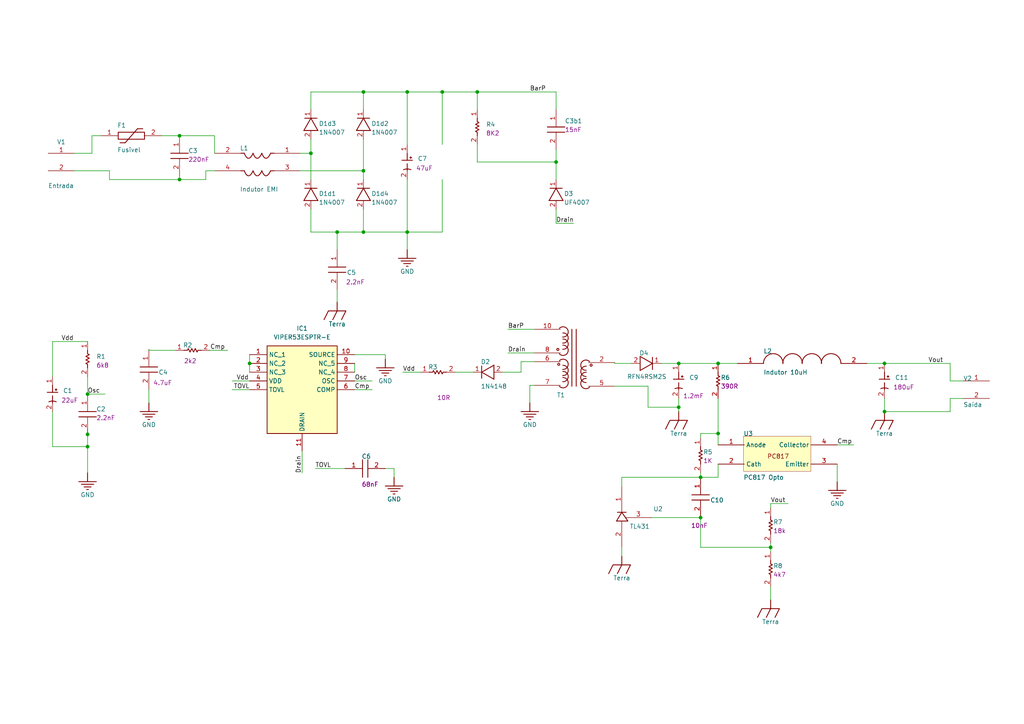
<source format=kicad_sch>
(kicad_sch
	(version 20231120)
	(generator "eeschema")
	(generator_version "8.0")
	(uuid "4773a992-9be3-432c-aff4-e3b29687466a")
	(paper "A4")
	(lib_symbols
		(symbol "Sheet1-altium-import:GND_POWER_GROUND"
			(power)
			(exclude_from_sim no)
			(in_bom yes)
			(on_board yes)
			(property "Reference" "#PWR"
				(at 0 0 0)
				(effects
					(font
						(size 1.27 1.27)
					)
				)
			)
			(property "Value" "GND"
				(at 0 6.35 0)
				(effects
					(font
						(size 1.27 1.27)
					)
				)
			)
			(property "Footprint" ""
				(at 0 0 0)
				(effects
					(font
						(size 1.27 1.27)
					)
					(hide yes)
				)
			)
			(property "Datasheet" ""
				(at 0 0 0)
				(effects
					(font
						(size 1.27 1.27)
					)
					(hide yes)
				)
			)
			(property "Description" "O símbolo de energia cria um rótulo global com o nome 'GND'"
				(at 0 0 0)
				(effects
					(font
						(size 1.27 1.27)
					)
					(hide yes)
				)
			)
			(property "ki_keywords" "power-flag"
				(at 0 0 0)
				(effects
					(font
						(size 1.27 1.27)
					)
					(hide yes)
				)
			)
			(symbol "GND_POWER_GROUND_0_0"
				(polyline
					(pts
						(xy -2.54 -2.54) (xy 2.54 -2.54)
					)
					(stroke
						(width 0.254)
						(type solid)
					)
					(fill
						(type none)
					)
				)
				(polyline
					(pts
						(xy -1.778 -3.302) (xy 1.778 -3.302)
					)
					(stroke
						(width 0.254)
						(type solid)
					)
					(fill
						(type none)
					)
				)
				(polyline
					(pts
						(xy -1.016 -4.064) (xy 1.016 -4.064)
					)
					(stroke
						(width 0.254)
						(type solid)
					)
					(fill
						(type none)
					)
				)
				(polyline
					(pts
						(xy -0.254 -4.826) (xy 0.254 -4.826)
					)
					(stroke
						(width 0.254)
						(type solid)
					)
					(fill
						(type none)
					)
				)
				(polyline
					(pts
						(xy 0 0) (xy 0 -2.54)
					)
					(stroke
						(width 0.254)
						(type solid)
					)
					(fill
						(type none)
					)
				)
				(pin power_in line
					(at 0 0 0)
					(length 0) hide
					(name "GND"
						(effects
							(font
								(size 1.27 1.27)
							)
						)
					)
					(number ""
						(effects
							(font
								(size 1.27 1.27)
							)
						)
					)
				)
			)
		)
		(symbol "Sheet1-altium-import:Terra_EARTH"
			(power)
			(exclude_from_sim no)
			(in_bom yes)
			(on_board yes)
			(property "Reference" "#PWR"
				(at 0 0 0)
				(effects
					(font
						(size 1.27 1.27)
					)
				)
			)
			(property "Value" "Terra"
				(at 0 6.35 0)
				(effects
					(font
						(size 1.27 1.27)
					)
				)
			)
			(property "Footprint" ""
				(at 0 0 0)
				(effects
					(font
						(size 1.27 1.27)
					)
					(hide yes)
				)
			)
			(property "Datasheet" ""
				(at 0 0 0)
				(effects
					(font
						(size 1.27 1.27)
					)
					(hide yes)
				)
			)
			(property "Description" "O símbolo de energia cria um rótulo global com o nome 'Terra'"
				(at 0 0 0)
				(effects
					(font
						(size 1.27 1.27)
					)
					(hide yes)
				)
			)
			(property "ki_keywords" "power-flag"
				(at 0 0 0)
				(effects
					(font
						(size 1.27 1.27)
					)
					(hide yes)
				)
			)
			(symbol "Terra_EARTH_0_0"
				(polyline
					(pts
						(xy 0 -2.54) (xy -1.27 -5.08)
					)
					(stroke
						(width 0.254)
						(type solid)
					)
					(fill
						(type none)
					)
				)
				(polyline
					(pts
						(xy 0 0) (xy 0 -2.54)
					)
					(stroke
						(width 0.254)
						(type solid)
					)
					(fill
						(type none)
					)
				)
				(polyline
					(pts
						(xy -3.81 -5.08) (xy -2.54 -2.54) (xy 2.54 -2.54) (xy 1.27 -5.08)
					)
					(stroke
						(width 0.254)
						(type solid)
					)
					(fill
						(type none)
					)
				)
				(pin power_in line
					(at 0 0 0)
					(length 0) hide
					(name "Terra"
						(effects
							(font
								(size 1.27 1.27)
							)
						)
					)
					(number ""
						(effects
							(font
								(size 1.27 1.27)
							)
						)
					)
				)
			)
		)
		(symbol "Sheet1-altium-import:root_0_Capacitor_Filme"
			(exclude_from_sim no)
			(in_bom yes)
			(on_board yes)
			(property "Reference" ""
				(at 0 0 0)
				(effects
					(font
						(size 1.27 1.27)
					)
				)
			)
			(property "Value" ""
				(at 0 0 0)
				(effects
					(font
						(size 1.27 1.27)
					)
				)
			)
			(property "Footprint" ""
				(at 0 0 0)
				(effects
					(font
						(size 1.27 1.27)
					)
					(hide yes)
				)
			)
			(property "Datasheet" ""
				(at 0 0 0)
				(effects
					(font
						(size 1.27 1.27)
					)
					(hide yes)
				)
			)
			(property "Description" "Capacitor"
				(at 0 0 0)
				(effects
					(font
						(size 1.27 1.27)
					)
					(hide yes)
				)
			)
			(property "ki_fp_filters" "*Capacitor_Ret_6.8_2.5_9.2_4.8*"
				(at 0 0 0)
				(effects
					(font
						(size 1.27 1.27)
					)
					(hide yes)
				)
			)
			(symbol "root_0_Capacitor_Filme_1_0"
				(polyline
					(pts
						(xy 5.08 2.54) (xy 5.08 -2.54)
					)
					(stroke
						(width 0.254)
						(type solid)
					)
					(fill
						(type none)
					)
				)
				(polyline
					(pts
						(xy 6.604 2.54) (xy 6.604 -2.54)
					)
					(stroke
						(width 0.254)
						(type solid)
					)
					(fill
						(type none)
					)
				)
				(pin passive line
					(at 0 0 0)
					(length 5.08)
					(name "1"
						(effects
							(font
								(size 0 0)
							)
						)
					)
					(number "1"
						(effects
							(font
								(size 1.27 1.27)
							)
						)
					)
				)
				(pin passive line
					(at 11.684 0 180)
					(length 5.08)
					(name "2"
						(effects
							(font
								(size 0 0)
							)
						)
					)
					(number "2"
						(effects
							(font
								(size 1.27 1.27)
							)
						)
					)
				)
			)
		)
		(symbol "Sheet1-altium-import:root_0_Fusivel"
			(exclude_from_sim no)
			(in_bom yes)
			(on_board yes)
			(property "Reference" ""
				(at 0 0 0)
				(effects
					(font
						(size 1.27 1.27)
					)
				)
			)
			(property "Value" ""
				(at 0 0 0)
				(effects
					(font
						(size 1.27 1.27)
					)
				)
			)
			(property "Footprint" ""
				(at 0 0 0)
				(effects
					(font
						(size 1.27 1.27)
					)
					(hide yes)
				)
			)
			(property "Datasheet" ""
				(at 0 0 0)
				(effects
					(font
						(size 1.27 1.27)
					)
					(hide yes)
				)
			)
			(property "Description" "Fusível"
				(at 0 0 0)
				(effects
					(font
						(size 1.27 1.27)
					)
					(hide yes)
				)
			)
			(property "ki_fp_filters" "*Fusivel_3.34_10.5_12.25*"
				(at 0 0 0)
				(effects
					(font
						(size 1.27 1.27)
					)
					(hide yes)
				)
			)
			(symbol "root_0_Fusivel_1_0"
				(polyline
					(pts
						(xy 5.588 -2.032) (xy 7.112 -2.032)
					)
					(stroke
						(width 0.254)
						(type solid)
					)
					(fill
						(type none)
					)
				)
				(polyline
					(pts
						(xy 10.668 2.032) (xy 7.112 -2.032)
					)
					(stroke
						(width 0.254)
						(type solid)
					)
					(fill
						(type none)
					)
				)
				(polyline
					(pts
						(xy 10.668 2.032) (xy 12.192 2.032)
					)
					(stroke
						(width 0.254)
						(type solid)
					)
					(fill
						(type none)
					)
				)
				(polyline
					(pts
						(xy 5.08 0) (xy 5.08 1.016) (xy 12.7 1.016) (xy 12.7 -1.016) (xy 5.08 -1.016) (xy 5.08 0)
					)
					(stroke
						(width 0.254)
						(type solid)
					)
					(fill
						(type none)
					)
				)
				(pin passive line
					(at 0 0 0)
					(length 5.08)
					(name "1"
						(effects
							(font
								(size 0 0)
							)
						)
					)
					(number "1"
						(effects
							(font
								(size 1.27 1.27)
							)
						)
					)
				)
				(pin passive line
					(at 17.78 0 180)
					(length 5.08)
					(name "2"
						(effects
							(font
								(size 0 0)
							)
						)
					)
					(number "2"
						(effects
							(font
								(size 1.27 1.27)
							)
						)
					)
				)
			)
		)
		(symbol "Sheet1-altium-import:root_0_Indutor 10uH"
			(exclude_from_sim no)
			(in_bom yes)
			(on_board yes)
			(property "Reference" ""
				(at 0 0 0)
				(effects
					(font
						(size 1.27 1.27)
					)
				)
			)
			(property "Value" ""
				(at 0 0 0)
				(effects
					(font
						(size 1.27 1.27)
					)
				)
			)
			(property "Footprint" ""
				(at 0 0 0)
				(effects
					(font
						(size 1.27 1.27)
					)
					(hide yes)
				)
			)
			(property "Datasheet" ""
				(at 0 0 0)
				(effects
					(font
						(size 1.27 1.27)
					)
					(hide yes)
				)
			)
			(property "Description" "Indutor"
				(at 0 0 0)
				(effects
					(font
						(size 1.27 1.27)
					)
					(hide yes)
				)
			)
			(property "ki_fp_filters" "*Indutor{space}10uH*"
				(at 0 0 0)
				(effects
					(font
						(size 1.27 1.27)
					)
					(hide yes)
				)
			)
			(symbol "root_0_Indutor 10uH_1_0"
				(arc
					(start -4.529 0.007)
					(mid -7.3593 2.837)
					(end -10.2029 0.0203)
					(stroke
						(width 0.254)
						(type solid)
					)
					(fill
						(type none)
					)
				)
				(arc
					(start 1.0589 0.0225)
					(mid -1.7847 2.837)
					(end -4.615 0.0091)
					(stroke
						(width 0.254)
						(type solid)
					)
					(fill
						(type none)
					)
				)
				(arc
					(start 6.6469 0.0179)
					(mid 3.8112 2.837)
					(end 0.9731 0.0203)
					(stroke
						(width 0.254)
						(type solid)
					)
					(fill
						(type none)
					)
				)
				(arc
					(start 12.235 0.007)
					(mid 9.4047 2.837)
					(end 6.5611 0.0204)
					(stroke
						(width 0.254)
						(type solid)
					)
					(fill
						(type none)
					)
				)
				(pin passive line
					(at -17.78 0 0)
					(length 7.62)
					(name ""
						(effects
							(font
								(size 1.27 1.27)
							)
						)
					)
					(number "1"
						(effects
							(font
								(size 1.27 1.27)
							)
						)
					)
				)
				(pin passive line
					(at 19.812 0 180)
					(length 7.62)
					(name ""
						(effects
							(font
								(size 1.27 1.27)
							)
						)
					)
					(number "2"
						(effects
							(font
								(size 1.27 1.27)
							)
						)
					)
				)
			)
		)
		(symbol "Sheet1-altium-import:root_0_KRE X2"
			(exclude_from_sim no)
			(in_bom yes)
			(on_board yes)
			(property "Reference" ""
				(at 0 0 0)
				(effects
					(font
						(size 1.27 1.27)
					)
				)
			)
			(property "Value" ""
				(at 0 0 0)
				(effects
					(font
						(size 1.27 1.27)
					)
				)
			)
			(property "Footprint" ""
				(at 0 0 0)
				(effects
					(font
						(size 1.27 1.27)
					)
					(hide yes)
				)
			)
			(property "Datasheet" ""
				(at 0 0 0)
				(effects
					(font
						(size 1.27 1.27)
					)
					(hide yes)
				)
			)
			(property "Description" ""
				(at 0 0 0)
				(effects
					(font
						(size 1.27 1.27)
					)
					(hide yes)
				)
			)
			(property "ki_fp_filters" "*KRE{space}X2*"
				(at 0 0 0)
				(effects
					(font
						(size 1.27 1.27)
					)
					(hide yes)
				)
			)
			(symbol "root_0_KRE X2_1_0"
				(pin passive line
					(at -4.572 5.08 180)
					(length 7.62)
					(name "1"
						(effects
							(font
								(size 0 0)
							)
						)
					)
					(number "1"
						(effects
							(font
								(size 1.27 1.27)
							)
						)
					)
				)
				(pin passive line
					(at -4.572 0 180)
					(length 7.62)
					(name "2"
						(effects
							(font
								(size 0 0)
							)
						)
					)
					(number "2"
						(effects
							(font
								(size 1.27 1.27)
							)
						)
					)
				)
			)
		)
		(symbol "Sheet1-altium-import:root_0_PC817 Opto"
			(exclude_from_sim no)
			(in_bom yes)
			(on_board yes)
			(property "Reference" ""
				(at 0 0 0)
				(effects
					(font
						(size 1.27 1.27)
					)
				)
			)
			(property "Value" ""
				(at 0 0 0)
				(effects
					(font
						(size 1.27 1.27)
					)
				)
			)
			(property "Footprint" ""
				(at 0 0 0)
				(effects
					(font
						(size 1.27 1.27)
					)
					(hide yes)
				)
			)
			(property "Datasheet" ""
				(at 0 0 0)
				(effects
					(font
						(size 1.27 1.27)
					)
					(hide yes)
				)
			)
			(property "Description" "Opto"
				(at 0 0 0)
				(effects
					(font
						(size 1.27 1.27)
					)
					(hide yes)
				)
			)
			(property "ki_fp_filters" "*PC817{space}Opto*"
				(at 0 0 0)
				(effects
					(font
						(size 1.27 1.27)
					)
					(hide yes)
				)
			)
			(symbol "root_0_PC817 Opto_1_0"
				(rectangle
					(start 9.652 5.334)
					(end -9.906 -4.826)
					(stroke
						(width 0.0254)
						(type solid)
						(color 128 0 0 1)
					)
					(fill
						(type background)
					)
				)
				(text "PC817"
					(at -3.048 -1.27 0)
					(effects
						(font
							(size 1.27 1.27)
						)
						(justify left bottom)
					)
				)
				(pin passive line
					(at -17.272 2.794 0)
					(length 7.62)
					(name "Anode"
						(effects
							(font
								(size 1.27 1.27)
							)
						)
					)
					(number "1"
						(effects
							(font
								(size 1.27 1.27)
							)
						)
					)
				)
				(pin passive line
					(at -17.272 -2.794 0)
					(length 7.62)
					(name "Cath"
						(effects
							(font
								(size 1.27 1.27)
							)
						)
					)
					(number "2"
						(effects
							(font
								(size 1.27 1.27)
							)
						)
					)
				)
				(pin passive line
					(at 17.272 -2.794 180)
					(length 7.62)
					(name "Emitter"
						(effects
							(font
								(size 1.27 1.27)
							)
						)
					)
					(number "3"
						(effects
							(font
								(size 1.27 1.27)
							)
						)
					)
				)
				(pin passive line
					(at 17.272 2.794 180)
					(length 7.62)
					(name "Collector"
						(effects
							(font
								(size 1.27 1.27)
							)
						)
					)
					(number "4"
						(effects
							(font
								(size 1.27 1.27)
							)
						)
					)
				)
			)
		)
		(symbol "Sheet1-altium-import:root_0_Resistor PTH_0"
			(exclude_from_sim no)
			(in_bom yes)
			(on_board yes)
			(property "Reference" ""
				(at 0 0 0)
				(effects
					(font
						(size 1.27 1.27)
					)
				)
			)
			(property "Value" ""
				(at 0 0 0)
				(effects
					(font
						(size 1.27 1.27)
					)
				)
			)
			(property "Footprint" ""
				(at 0 0 0)
				(effects
					(font
						(size 1.27 1.27)
					)
					(hide yes)
				)
			)
			(property "Datasheet" ""
				(at 0 0 0)
				(effects
					(font
						(size 1.27 1.27)
					)
					(hide yes)
				)
			)
			(property "Description" "Resistor"
				(at 0 0 0)
				(effects
					(font
						(size 1.27 1.27)
					)
					(hide yes)
				)
			)
			(property "ki_fp_filters" "*Resistor{space}1/8W*"
				(at 0 0 0)
				(effects
					(font
						(size 1.27 1.27)
					)
					(hide yes)
				)
			)
			(symbol "root_0_Resistor PTH_0_1_0"
				(polyline
					(pts
						(xy 2.032 0) (xy 1.016 0) (xy 0.762 -0.508) (xy 0.254 0.508) (xy -0.254 -0.508) (xy -0.762 0.508)
						(xy -1.27 -0.508) (xy -1.778 0.508) (xy -2.032 0) (xy -3.048 0)
					)
					(stroke
						(width 0.254)
						(type solid)
					)
					(fill
						(type none)
					)
				)
				(pin passive line
					(at -5.588 0 0)
					(length 2.54)
					(name "1"
						(effects
							(font
								(size 0 0)
							)
						)
					)
					(number "1"
						(effects
							(font
								(size 1.27 1.27)
							)
						)
					)
				)
				(pin passive line
					(at 4.572 0 180)
					(length 2.54)
					(name "2"
						(effects
							(font
								(size 0 0)
							)
						)
					)
					(number "2"
						(effects
							(font
								(size 1.27 1.27)
							)
						)
					)
				)
			)
		)
		(symbol "Sheet1-altium-import:root_0_mirrored_KRE X2"
			(exclude_from_sim no)
			(in_bom yes)
			(on_board yes)
			(property "Reference" ""
				(at 0 0 0)
				(effects
					(font
						(size 1.27 1.27)
					)
				)
			)
			(property "Value" ""
				(at 0 0 0)
				(effects
					(font
						(size 1.27 1.27)
					)
				)
			)
			(property "Footprint" ""
				(at 0 0 0)
				(effects
					(font
						(size 1.27 1.27)
					)
					(hide yes)
				)
			)
			(property "Datasheet" ""
				(at 0 0 0)
				(effects
					(font
						(size 1.27 1.27)
					)
					(hide yes)
				)
			)
			(property "Description" ""
				(at 0 0 0)
				(effects
					(font
						(size 1.27 1.27)
					)
					(hide yes)
				)
			)
			(property "ki_fp_filters" "*KRE{space}X2*"
				(at 0 0 0)
				(effects
					(font
						(size 1.27 1.27)
					)
					(hide yes)
				)
			)
			(symbol "root_0_mirrored_KRE X2_1_0"
				(pin passive line
					(at 4.572 5.08 0)
					(length 7.62)
					(name "1"
						(effects
							(font
								(size 0 0)
							)
						)
					)
					(number "1"
						(effects
							(font
								(size 1.27 1.27)
							)
						)
					)
				)
				(pin passive line
					(at 4.572 0 0)
					(length 7.62)
					(name "2"
						(effects
							(font
								(size 0 0)
							)
						)
					)
					(number "2"
						(effects
							(font
								(size 1.27 1.27)
							)
						)
					)
				)
			)
		)
		(symbol "Sheet1-altium-import:root_1_Diodo SR5200"
			(exclude_from_sim no)
			(in_bom yes)
			(on_board yes)
			(property "Reference" ""
				(at 0 0 0)
				(effects
					(font
						(size 1.27 1.27)
					)
				)
			)
			(property "Value" ""
				(at 0 0 0)
				(effects
					(font
						(size 1.27 1.27)
					)
				)
			)
			(property "Footprint" ""
				(at 0 0 0)
				(effects
					(font
						(size 1.27 1.27)
					)
					(hide yes)
				)
			)
			(property "Datasheet" ""
				(at 0 0 0)
				(effects
					(font
						(size 1.27 1.27)
					)
					(hide yes)
				)
			)
			(property "Description" "Diodo"
				(at 0 0 0)
				(effects
					(font
						(size 1.27 1.27)
					)
					(hide yes)
				)
			)
			(property "ki_fp_filters" "*Diodo{space}SR5200*"
				(at 0 0 0)
				(effects
					(font
						(size 1.27 1.27)
					)
					(hide yes)
				)
			)
			(symbol "root_1_Diodo SR5200_1_0"
				(polyline
					(pts
						(xy -1.778 2.032) (xy -1.778 -2.032)
					)
					(stroke
						(width 0.254)
						(type solid)
					)
					(fill
						(type none)
					)
				)
				(polyline
					(pts
						(xy -1.778 2.032) (xy 1.778 0)
					)
					(stroke
						(width 0.254)
						(type solid)
					)
					(fill
						(type none)
					)
				)
				(polyline
					(pts
						(xy 1.778 0) (xy -1.778 -2.032)
					)
					(stroke
						(width 0.254)
						(type solid)
					)
					(fill
						(type none)
					)
				)
				(polyline
					(pts
						(xy 1.778 1.778) (xy 1.778 -1.778)
					)
					(stroke
						(width 0.254)
						(type solid)
					)
					(fill
						(type none)
					)
				)
				(pin passive line
					(at 4.318 0 180)
					(length 2.54)
					(name "K"
						(effects
							(font
								(size 0 0)
							)
						)
					)
					(number "1"
						(effects
							(font
								(size 1.27 1.27)
							)
						)
					)
				)
				(pin passive line
					(at -4.318 0 0)
					(length 2.54)
					(name "A"
						(effects
							(font
								(size 0 0)
							)
						)
					)
					(number "2"
						(effects
							(font
								(size 1.27 1.27)
							)
						)
					)
				)
			)
		)
		(symbol "Sheet1-altium-import:root_1_TL431"
			(exclude_from_sim no)
			(in_bom yes)
			(on_board yes)
			(property "Reference" ""
				(at 0 0 0)
				(effects
					(font
						(size 1.27 1.27)
					)
				)
			)
			(property "Value" ""
				(at 0 0 0)
				(effects
					(font
						(size 1.27 1.27)
					)
				)
			)
			(property "Footprint" ""
				(at 0 0 0)
				(effects
					(font
						(size 1.27 1.27)
					)
					(hide yes)
				)
			)
			(property "Datasheet" ""
				(at 0 0 0)
				(effects
					(font
						(size 1.27 1.27)
					)
					(hide yes)
				)
			)
			(property "Description" "Triac"
				(at 0 0 0)
				(effects
					(font
						(size 1.27 1.27)
					)
					(hide yes)
				)
			)
			(property "ki_fp_filters" "*TO-92*"
				(at 0 0 0)
				(effects
					(font
						(size 1.27 1.27)
					)
					(hide yes)
				)
			)
			(symbol "root_1_TL431_1_0"
				(polyline
					(pts
						(xy -4.318 0.508) (xy -1.778 0.508)
					)
					(stroke
						(width 0.254)
						(type solid)
					)
					(fill
						(type none)
					)
				)
				(polyline
					(pts
						(xy -4.572 -2.032) (xy -1.27 -2.032) (xy -3.048 0.508) (xy -4.572 -2.032)
					)
					(stroke
						(width 0.254)
						(type solid)
					)
					(fill
						(type none)
					)
				)
				(pin passive line
					(at -3.048 8.128 270)
					(length 7.62)
					(name "1"
						(effects
							(font
								(size 0 0)
							)
						)
					)
					(number "1"
						(effects
							(font
								(size 1.27 1.27)
							)
						)
					)
				)
				(pin passive line
					(at -3.048 -9.652 90)
					(length 7.62)
					(name "2"
						(effects
							(font
								(size 0 0)
							)
						)
					)
					(number "2"
						(effects
							(font
								(size 1.27 1.27)
							)
						)
					)
				)
				(pin passive line
					(at 5.588 -1.016 180)
					(length 7.62)
					(name "3"
						(effects
							(font
								(size 0 0)
							)
						)
					)
					(number "3"
						(effects
							(font
								(size 1.27 1.27)
							)
						)
					)
				)
			)
		)
		(symbol "Sheet1-altium-import:root_2_Diodo 1N4007"
			(exclude_from_sim no)
			(in_bom yes)
			(on_board yes)
			(property "Reference" ""
				(at 0 0 0)
				(effects
					(font
						(size 1.27 1.27)
					)
				)
			)
			(property "Value" ""
				(at 0 0 0)
				(effects
					(font
						(size 1.27 1.27)
					)
				)
			)
			(property "Footprint" ""
				(at 0 0 0)
				(effects
					(font
						(size 1.27 1.27)
					)
					(hide yes)
				)
			)
			(property "Datasheet" ""
				(at 0 0 0)
				(effects
					(font
						(size 1.27 1.27)
					)
					(hide yes)
				)
			)
			(property "Description" "Diodo"
				(at 0 0 0)
				(effects
					(font
						(size 1.27 1.27)
					)
					(hide yes)
				)
			)
			(property "ki_fp_filters" "*DO-41*"
				(at 0 0 0)
				(effects
					(font
						(size 1.27 1.27)
					)
					(hide yes)
				)
			)
			(symbol "root_2_Diodo 1N4007_1_0"
				(polyline
					(pts
						(xy -2.032 -9.906) (xy 0 -6.35)
					)
					(stroke
						(width 0.254)
						(type solid)
					)
					(fill
						(type none)
					)
				)
				(polyline
					(pts
						(xy -2.032 -9.906) (xy 2.032 -9.906)
					)
					(stroke
						(width 0.254)
						(type solid)
					)
					(fill
						(type none)
					)
				)
				(polyline
					(pts
						(xy -1.778 -6.35) (xy 1.778 -6.35)
					)
					(stroke
						(width 0.254)
						(type solid)
					)
					(fill
						(type none)
					)
				)
				(polyline
					(pts
						(xy 0 -6.35) (xy 2.032 -9.906)
					)
					(stroke
						(width 0.254)
						(type solid)
					)
					(fill
						(type none)
					)
				)
				(pin passive line
					(at 0 -3.81 270)
					(length 2.54)
					(name "K"
						(effects
							(font
								(size 0 0)
							)
						)
					)
					(number "1"
						(effects
							(font
								(size 1.27 1.27)
							)
						)
					)
				)
				(pin passive line
					(at 0 -12.446 90)
					(length 2.54)
					(name "A"
						(effects
							(font
								(size 0 0)
							)
						)
					)
					(number "2"
						(effects
							(font
								(size 1.27 1.27)
							)
						)
					)
				)
			)
		)
		(symbol "Sheet1-altium-import:root_2_Diodo UF4007"
			(exclude_from_sim no)
			(in_bom yes)
			(on_board yes)
			(property "Reference" ""
				(at 0 0 0)
				(effects
					(font
						(size 1.27 1.27)
					)
				)
			)
			(property "Value" ""
				(at 0 0 0)
				(effects
					(font
						(size 1.27 1.27)
					)
				)
			)
			(property "Footprint" ""
				(at 0 0 0)
				(effects
					(font
						(size 1.27 1.27)
					)
					(hide yes)
				)
			)
			(property "Datasheet" ""
				(at 0 0 0)
				(effects
					(font
						(size 1.27 1.27)
					)
					(hide yes)
				)
			)
			(property "Description" "Diodo"
				(at 0 0 0)
				(effects
					(font
						(size 1.27 1.27)
					)
					(hide yes)
				)
			)
			(property "ki_fp_filters" "*DO-41*"
				(at 0 0 0)
				(effects
					(font
						(size 1.27 1.27)
					)
					(hide yes)
				)
			)
			(symbol "root_2_Diodo UF4007_1_0"
				(polyline
					(pts
						(xy -2.032 -9.906) (xy 0 -6.35)
					)
					(stroke
						(width 0.254)
						(type solid)
					)
					(fill
						(type none)
					)
				)
				(polyline
					(pts
						(xy -2.032 -9.906) (xy 2.032 -9.906)
					)
					(stroke
						(width 0.254)
						(type solid)
					)
					(fill
						(type none)
					)
				)
				(polyline
					(pts
						(xy -1.778 -6.35) (xy 1.778 -6.35)
					)
					(stroke
						(width 0.254)
						(type solid)
					)
					(fill
						(type none)
					)
				)
				(polyline
					(pts
						(xy 0 -6.35) (xy 2.032 -9.906)
					)
					(stroke
						(width 0.254)
						(type solid)
					)
					(fill
						(type none)
					)
				)
				(pin passive line
					(at 0 -3.81 270)
					(length 2.54)
					(name "K"
						(effects
							(font
								(size 0 0)
							)
						)
					)
					(number "1"
						(effects
							(font
								(size 1.27 1.27)
							)
						)
					)
				)
				(pin passive line
					(at 0 -12.446 90)
					(length 2.54)
					(name "A"
						(effects
							(font
								(size 0 0)
							)
						)
					)
					(number "2"
						(effects
							(font
								(size 1.27 1.27)
							)
						)
					)
				)
			)
		)
		(symbol "Sheet1-altium-import:root_2_Indutor_Filtro_EMI"
			(exclude_from_sim no)
			(in_bom yes)
			(on_board yes)
			(property "Reference" ""
				(at 0 0 0)
				(effects
					(font
						(size 1.27 1.27)
					)
				)
			)
			(property "Value" ""
				(at 0 0 0)
				(effects
					(font
						(size 1.27 1.27)
					)
				)
			)
			(property "Footprint" ""
				(at 0 0 0)
				(effects
					(font
						(size 1.27 1.27)
					)
					(hide yes)
				)
			)
			(property "Datasheet" ""
				(at 0 0 0)
				(effects
					(font
						(size 1.27 1.27)
					)
					(hide yes)
				)
			)
			(property "Description" "Indutor EMI"
				(at 0 0 0)
				(effects
					(font
						(size 1.27 1.27)
					)
					(hide yes)
				)
			)
			(property "ki_fp_filters" "*Indutor_Filtro_20.5_14.8_20*"
				(at 0 0 0)
				(effects
					(font
						(size 1.27 1.27)
					)
					(hide yes)
				)
			)
			(symbol "root_2_Indutor_Filtro_EMI_1_0"
				(bezier
					(pts
						(xy -13.716 -5.08) (xy -15.24 -8.382) (xy -16.256 -5.08) (xy -16.256 -5.08)
					)
					(stroke
						(width 0.254)
						(type solid)
					)
					(fill
						(type none)
					)
				)
				(bezier
					(pts
						(xy -13.716 0) (xy -15.24 -3.302) (xy -16.256 0) (xy -16.256 0)
					)
					(stroke
						(width 0.254)
						(type solid)
					)
					(fill
						(type none)
					)
				)
				(bezier
					(pts
						(xy -11.176 -5.08) (xy -12.7 -8.382) (xy -13.716 -5.08) (xy -13.716 -5.08)
					)
					(stroke
						(width 0.254)
						(type solid)
					)
					(fill
						(type none)
					)
				)
				(bezier
					(pts
						(xy -11.176 0) (xy -12.7 -3.302) (xy -13.716 0) (xy -13.716 0)
					)
					(stroke
						(width 0.254)
						(type solid)
					)
					(fill
						(type none)
					)
				)
				(bezier
					(pts
						(xy -8.636 -5.08) (xy -10.16 -8.382) (xy -11.176 -5.08) (xy -11.176 -5.08)
					)
					(stroke
						(width 0.254)
						(type solid)
					)
					(fill
						(type none)
					)
				)
				(bezier
					(pts
						(xy -8.636 0) (xy -10.16 -3.302) (xy -11.176 0) (xy -11.176 0)
					)
					(stroke
						(width 0.254)
						(type solid)
					)
					(fill
						(type none)
					)
				)
				(polyline
					(pts
						(xy -16.256 -5.08) (xy -17.272 -5.08)
					)
					(stroke
						(width 0.254)
						(type solid)
					)
					(fill
						(type none)
					)
				)
				(polyline
					(pts
						(xy -16.256 0) (xy -17.272 0)
					)
					(stroke
						(width 0.254)
						(type solid)
					)
					(fill
						(type none)
					)
				)
				(polyline
					(pts
						(xy -7.62 -5.08) (xy -8.636 -5.08)
					)
					(stroke
						(width 0.254)
						(type solid)
					)
					(fill
						(type none)
					)
				)
				(polyline
					(pts
						(xy -7.62 0) (xy -8.636 0)
					)
					(stroke
						(width 0.254)
						(type solid)
					)
					(fill
						(type none)
					)
				)
				(pin passive line
					(at 0 0 180)
					(length 7.62)
					(name "1"
						(effects
							(font
								(size 0 0)
							)
						)
					)
					(number "1"
						(effects
							(font
								(size 1.27 1.27)
							)
						)
					)
				)
				(pin passive line
					(at -24.892 0 0)
					(length 7.62)
					(name "2"
						(effects
							(font
								(size 0 0)
							)
						)
					)
					(number "2"
						(effects
							(font
								(size 1.27 1.27)
							)
						)
					)
				)
				(pin passive line
					(at 0 -5.08 180)
					(length 7.62)
					(name "3"
						(effects
							(font
								(size 0 0)
							)
						)
					)
					(number "3"
						(effects
							(font
								(size 1.27 1.27)
							)
						)
					)
				)
				(pin passive line
					(at -24.892 -5.08 0)
					(length 7.62)
					(name "4"
						(effects
							(font
								(size 0 0)
							)
						)
					)
					(number "4"
						(effects
							(font
								(size 1.27 1.27)
							)
						)
					)
				)
			)
		)
		(symbol "Sheet1-altium-import:root_2_Transformador_1x2"
			(exclude_from_sim no)
			(in_bom yes)
			(on_board yes)
			(property "Reference" ""
				(at 0 0 0)
				(effects
					(font
						(size 1.27 1.27)
					)
				)
			)
			(property "Value" ""
				(at 0 0 0)
				(effects
					(font
						(size 1.27 1.27)
					)
				)
			)
			(property "Footprint" ""
				(at 0 0 0)
				(effects
					(font
						(size 1.27 1.27)
					)
					(hide yes)
				)
			)
			(property "Datasheet" ""
				(at 0 0 0)
				(effects
					(font
						(size 1.27 1.27)
					)
					(hide yes)
				)
			)
			(property "Description" ""
				(at 0 0 0)
				(effects
					(font
						(size 1.27 1.27)
					)
					(hide yes)
				)
			)
			(property "ki_fp_filters" "*TRZ{space}25.010.2*"
				(at 0 0 0)
				(effects
					(font
						(size 1.27 1.27)
					)
					(hide yes)
				)
			)
			(symbol "root_2_Transformador_1x2_1_0"
				(circle
					(center -3.556 7.112)
					(radius 0.305)
					(stroke
						(width 0.254)
						(type solid)
					)
					(fill
						(type none)
					)
				)
				(circle
					(center -3.302 2.794)
					(radius 0.305)
					(stroke
						(width 0.254)
						(type solid)
					)
					(fill
						(type none)
					)
				)
				(arc
					(start -3.1264 -3.5482)
					(mid -0.6538 -3.1011)
					(end -2.1109 -1.0541)
					(stroke
						(width 0.254)
						(type solid)
					)
					(fill
						(type none)
					)
				)
				(arc
					(start -3.1264 5.8498)
					(mid -0.6538 6.2969)
					(end -2.1109 8.3439)
					(stroke
						(width 0.254)
						(type solid)
					)
					(fill
						(type none)
					)
				)
				(arc
					(start -2.1599 -2.2445)
					(mid -0.5442 -0.7866)
					(end -2.1108 0.7239)
					(stroke
						(width 0.254)
						(type solid)
					)
					(fill
						(type none)
					)
				)
				(arc
					(start -2.1599 -0.4665)
					(mid -0.5442 0.9914)
					(end -2.1108 2.5019)
					(stroke
						(width 0.254)
						(type solid)
					)
					(fill
						(type none)
					)
				)
				(arc
					(start -2.1599 1.3115)
					(mid -0.6387 3.3163)
					(end -3.1029 3.8271)
					(stroke
						(width 0.254)
						(type solid)
					)
					(fill
						(type none)
					)
				)
				(arc
					(start -2.1599 7.1535)
					(mid -0.5442 8.6114)
					(end -2.1108 10.1219)
					(stroke
						(width 0.254)
						(type solid)
					)
					(fill
						(type none)
					)
				)
				(arc
					(start -2.1599 8.9315)
					(mid -0.5442 10.3894)
					(end -2.1108 11.8999)
					(stroke
						(width 0.254)
						(type solid)
					)
					(fill
						(type none)
					)
				)
				(arc
					(start -2.1599 10.7095)
					(mid -0.6387 12.7143)
					(end -3.1029 13.2251)
					(stroke
						(width 0.254)
						(type solid)
					)
					(fill
						(type none)
					)
				)
				(polyline
					(pts
						(xy 0.508 -3.556) (xy 0.508 12.954)
					)
					(stroke
						(width 0.254)
						(type solid)
					)
					(fill
						(type none)
					)
				)
				(polyline
					(pts
						(xy 1.778 -3.556) (xy 1.778 12.954)
					)
					(stroke
						(width 0.254)
						(type solid)
					)
					(fill
						(type none)
					)
				)
				(arc
					(start 4.6999 -1.3115)
					(mid 3.1841 -3.3305)
					(end 5.6638 -3.805)
					(stroke
						(width 0.254)
						(type solid)
					)
					(fill
						(type none)
					)
				)
				(arc
					(start 4.6999 0.4665)
					(mid 3.0842 -0.9914)
					(end 4.6508 -2.5019)
					(stroke
						(width 0.254)
						(type solid)
					)
					(fill
						(type none)
					)
				)
				(arc
					(start 4.6999 2.2445)
					(mid 3.0842 0.7866)
					(end 4.6508 -0.7239)
					(stroke
						(width 0.254)
						(type solid)
					)
					(fill
						(type none)
					)
				)
				(arc
					(start 5.6483 3.5675)
					(mid 3.1889 3.0889)
					(end 4.6508 1.0541)
					(stroke
						(width 0.254)
						(type solid)
					)
					(fill
						(type none)
					)
				)
				(circle
					(center 6.096 2.54)
					(radius 0.305)
					(stroke
						(width 0.254)
						(type solid)
					)
					(fill
						(type none)
					)
				)
				(pin passive line
					(at -10.414 12.954 0)
					(length 7.62)
					(name "10"
						(effects
							(font
								(size 0 0)
							)
						)
					)
					(number "10"
						(effects
							(font
								(size 1.27 1.27)
							)
						)
					)
				)
				(pin passive line
					(at 12.954 3.302 180)
					(length 7.62)
					(name "2"
						(effects
							(font
								(size 0 0)
							)
						)
					)
					(number "2"
						(effects
							(font
								(size 1.27 1.27)
							)
						)
					)
				)
				(pin passive line
					(at 12.954 -3.556 180)
					(length 7.62)
					(name "5"
						(effects
							(font
								(size 0 0)
							)
						)
					)
					(number "5"
						(effects
							(font
								(size 1.27 1.27)
							)
						)
					)
				)
				(pin passive line
					(at -10.414 3.556 0)
					(length 7.62)
					(name "6"
						(effects
							(font
								(size 0 0)
							)
						)
					)
					(number "6"
						(effects
							(font
								(size 1.27 1.27)
							)
						)
					)
				)
				(pin passive line
					(at -10.414 -3.302 0)
					(length 7.62)
					(name "7"
						(effects
							(font
								(size 0 0)
							)
						)
					)
					(number "7"
						(effects
							(font
								(size 1.27 1.27)
							)
						)
					)
				)
				(pin passive line
					(at -10.414 6.096 0)
					(length 7.62)
					(name "8"
						(effects
							(font
								(size 0 0)
							)
						)
					)
					(number "8"
						(effects
							(font
								(size 1.27 1.27)
							)
						)
					)
				)
			)
		)
		(symbol "Sheet1-altium-import:root_3_Capacitor Ceramico"
			(exclude_from_sim no)
			(in_bom yes)
			(on_board yes)
			(property "Reference" ""
				(at 0 0 0)
				(effects
					(font
						(size 1.27 1.27)
					)
				)
			)
			(property "Value" ""
				(at 0 0 0)
				(effects
					(font
						(size 1.27 1.27)
					)
				)
			)
			(property "Footprint" ""
				(at 0 0 0)
				(effects
					(font
						(size 1.27 1.27)
					)
					(hide yes)
				)
			)
			(property "Datasheet" ""
				(at 0 0 0)
				(effects
					(font
						(size 1.27 1.27)
					)
					(hide yes)
				)
			)
			(property "Description" "Capacitor"
				(at 0 0 0)
				(effects
					(font
						(size 1.27 1.27)
					)
					(hide yes)
				)
			)
			(property "ki_fp_filters" "*Capacitor{space}4.7uF*"
				(at 0 0 0)
				(effects
					(font
						(size 1.27 1.27)
					)
					(hide yes)
				)
			)
			(symbol "root_3_Capacitor Ceramico_1_0"
				(polyline
					(pts
						(xy 2.54 -0.762) (xy -2.54 -0.762)
					)
					(stroke
						(width 0.254)
						(type solid)
					)
					(fill
						(type none)
					)
				)
				(polyline
					(pts
						(xy 2.54 0.762) (xy -2.54 0.762)
					)
					(stroke
						(width 0.254)
						(type solid)
					)
					(fill
						(type none)
					)
				)
				(pin passive line
					(at 0 5.842 270)
					(length 5.08)
					(name "1"
						(effects
							(font
								(size 0 0)
							)
						)
					)
					(number "1"
						(effects
							(font
								(size 1.27 1.27)
							)
						)
					)
				)
				(pin passive line
					(at 0 -5.842 90)
					(length 5.08)
					(name "2"
						(effects
							(font
								(size 0 0)
							)
						)
					)
					(number "2"
						(effects
							(font
								(size 1.27 1.27)
							)
						)
					)
				)
			)
		)
		(symbol "Sheet1-altium-import:root_3_Capacitor_Eletrolitico_0"
			(exclude_from_sim no)
			(in_bom yes)
			(on_board yes)
			(property "Reference" ""
				(at 0 0 0)
				(effects
					(font
						(size 1.27 1.27)
					)
				)
			)
			(property "Value" ""
				(at 0 0 0)
				(effects
					(font
						(size 1.27 1.27)
					)
				)
			)
			(property "Footprint" ""
				(at 0 0 0)
				(effects
					(font
						(size 1.27 1.27)
					)
					(hide yes)
				)
			)
			(property "Datasheet" ""
				(at 0 0 0)
				(effects
					(font
						(size 1.27 1.27)
					)
					(hide yes)
				)
			)
			(property "Description" "Capacitor"
				(at 0 0 0)
				(effects
					(font
						(size 1.27 1.27)
					)
					(hide yes)
				)
			)
			(property "ki_fp_filters" "*CE_RAD_8.1_11.2_3.85*"
				(at 0 0 0)
				(effects
					(font
						(size 1.27 1.27)
					)
					(hide yes)
				)
			)
			(symbol "root_3_Capacitor_Eletrolitico_0_1_0"
				(polyline
					(pts
						(xy -1.524 0.508) (xy 1.524 0.508)
					)
					(stroke
						(width 0.254)
						(type solid)
					)
					(fill
						(type none)
					)
				)
				(polyline
					(pts
						(xy 0 -2.54) (xy 0 -0.508)
					)
					(stroke
						(width 0.254)
						(type solid)
					)
					(fill
						(type none)
					)
				)
				(polyline
					(pts
						(xy 0 2.54) (xy 0 0.508)
					)
					(stroke
						(width 0.254)
						(type solid)
					)
					(fill
						(type none)
					)
				)
				(polyline
					(pts
						(xy 0.762 1.27) (xy 1.27 1.27)
					)
					(stroke
						(width 0.254)
						(type solid)
					)
					(fill
						(type none)
					)
				)
				(polyline
					(pts
						(xy 1.016 1.016) (xy 1.016 1.524)
					)
					(stroke
						(width 0.254)
						(type solid)
					)
					(fill
						(type none)
					)
				)
				(arc
					(start 1.0702 -2.2261)
					(mid 0 -2.032)
					(end -1.0702 -2.2261)
					(stroke
						(width 0.254)
						(type solid)
					)
					(fill
						(type none)
					)
				)
				(pin passive line
					(at 0 5.08 270)
					(length 2.54)
					(name "1"
						(effects
							(font
								(size 0 0)
							)
						)
					)
					(number "1"
						(effects
							(font
								(size 1.27 1.27)
							)
						)
					)
				)
				(pin passive line
					(at 0 -5.08 90)
					(length 2.54)
					(name "2"
						(effects
							(font
								(size 0 0)
							)
						)
					)
					(number "2"
						(effects
							(font
								(size 1.27 1.27)
							)
						)
					)
				)
			)
		)
		(symbol "Sheet1-altium-import:root_3_Capacitor_Filme"
			(exclude_from_sim no)
			(in_bom yes)
			(on_board yes)
			(property "Reference" ""
				(at 0 0 0)
				(effects
					(font
						(size 1.27 1.27)
					)
				)
			)
			(property "Value" ""
				(at 0 0 0)
				(effects
					(font
						(size 1.27 1.27)
					)
				)
			)
			(property "Footprint" ""
				(at 0 0 0)
				(effects
					(font
						(size 1.27 1.27)
					)
					(hide yes)
				)
			)
			(property "Datasheet" ""
				(at 0 0 0)
				(effects
					(font
						(size 1.27 1.27)
					)
					(hide yes)
				)
			)
			(property "Description" "Capacitor"
				(at 0 0 0)
				(effects
					(font
						(size 1.27 1.27)
					)
					(hide yes)
				)
			)
			(property "ki_fp_filters" "*Capacitor_Ret_6.8_2.5_4.9_4.8*"
				(at 0 0 0)
				(effects
					(font
						(size 1.27 1.27)
					)
					(hide yes)
				)
			)
			(symbol "root_3_Capacitor_Filme_1_0"
				(polyline
					(pts
						(xy 2.54 -6.604) (xy -2.54 -6.604)
					)
					(stroke
						(width 0.254)
						(type solid)
					)
					(fill
						(type none)
					)
				)
				(polyline
					(pts
						(xy 2.54 -5.08) (xy -2.54 -5.08)
					)
					(stroke
						(width 0.254)
						(type solid)
					)
					(fill
						(type none)
					)
				)
				(pin passive line
					(at 0 0 270)
					(length 5.08)
					(name "1"
						(effects
							(font
								(size 0 0)
							)
						)
					)
					(number "1"
						(effects
							(font
								(size 1.27 1.27)
							)
						)
					)
				)
				(pin passive line
					(at 0 -11.684 90)
					(length 5.08)
					(name "2"
						(effects
							(font
								(size 0 0)
							)
						)
					)
					(number "2"
						(effects
							(font
								(size 1.27 1.27)
							)
						)
					)
				)
			)
		)
		(symbol "Sheet1-altium-import:root_3_Diodo 1N4148"
			(exclude_from_sim no)
			(in_bom yes)
			(on_board yes)
			(property "Reference" ""
				(at 0 0 0)
				(effects
					(font
						(size 1.27 1.27)
					)
				)
			)
			(property "Value" ""
				(at 0 0 0)
				(effects
					(font
						(size 1.27 1.27)
					)
				)
			)
			(property "Footprint" ""
				(at 0 0 0)
				(effects
					(font
						(size 1.27 1.27)
					)
					(hide yes)
				)
			)
			(property "Datasheet" ""
				(at 0 0 0)
				(effects
					(font
						(size 1.27 1.27)
					)
					(hide yes)
				)
			)
			(property "Description" "Diodo"
				(at 0 0 0)
				(effects
					(font
						(size 1.27 1.27)
					)
					(hide yes)
				)
			)
			(property "ki_fp_filters" "*DO-35*"
				(at 0 0 0)
				(effects
					(font
						(size 1.27 1.27)
					)
					(hide yes)
				)
			)
			(symbol "root_3_Diodo 1N4148_1_0"
				(polyline
					(pts
						(xy 6.35 -1.778) (xy 6.35 1.778)
					)
					(stroke
						(width 0.254)
						(type solid)
					)
					(fill
						(type none)
					)
				)
				(polyline
					(pts
						(xy 6.35 0) (xy 9.906 2.032)
					)
					(stroke
						(width 0.254)
						(type solid)
					)
					(fill
						(type none)
					)
				)
				(polyline
					(pts
						(xy 9.906 -2.032) (xy 6.35 0)
					)
					(stroke
						(width 0.254)
						(type solid)
					)
					(fill
						(type none)
					)
				)
				(polyline
					(pts
						(xy 9.906 -2.032) (xy 9.906 2.032)
					)
					(stroke
						(width 0.254)
						(type solid)
					)
					(fill
						(type none)
					)
				)
				(pin passive line
					(at 3.81 0 0)
					(length 2.54)
					(name "K"
						(effects
							(font
								(size 0 0)
							)
						)
					)
					(number "1"
						(effects
							(font
								(size 1.27 1.27)
							)
						)
					)
				)
				(pin passive line
					(at 12.446 0 180)
					(length 2.54)
					(name "A"
						(effects
							(font
								(size 0 0)
							)
						)
					)
					(number "2"
						(effects
							(font
								(size 1.27 1.27)
							)
						)
					)
				)
			)
		)
		(symbol "Sheet1-altium-import:root_3_Resistor PTH_0"
			(exclude_from_sim no)
			(in_bom yes)
			(on_board yes)
			(property "Reference" ""
				(at 0 0 0)
				(effects
					(font
						(size 1.27 1.27)
					)
				)
			)
			(property "Value" ""
				(at 0 0 0)
				(effects
					(font
						(size 1.27 1.27)
					)
				)
			)
			(property "Footprint" ""
				(at 0 0 0)
				(effects
					(font
						(size 1.27 1.27)
					)
					(hide yes)
				)
			)
			(property "Datasheet" ""
				(at 0 0 0)
				(effects
					(font
						(size 1.27 1.27)
					)
					(hide yes)
				)
			)
			(property "Description" "Resistor"
				(at 0 0 0)
				(effects
					(font
						(size 1.27 1.27)
					)
					(hide yes)
				)
			)
			(property "ki_fp_filters" "*Resistor{space}1/8W*"
				(at 0 0 0)
				(effects
					(font
						(size 1.27 1.27)
					)
					(hide yes)
				)
			)
			(symbol "root_3_Resistor PTH_0_1_0"
				(polyline
					(pts
						(xy 0 -2.032) (xy 0 -1.016) (xy -0.508 -0.762) (xy 0.508 -0.254) (xy -0.508 0.254) (xy 0.508 0.762)
						(xy -0.508 1.27) (xy 0.508 1.778) (xy 0 2.032) (xy 0 3.048)
					)
					(stroke
						(width 0.254)
						(type solid)
					)
					(fill
						(type none)
					)
				)
				(pin passive line
					(at 0 5.588 270)
					(length 2.54)
					(name "1"
						(effects
							(font
								(size 0 0)
							)
						)
					)
					(number "1"
						(effects
							(font
								(size 1.27 1.27)
							)
						)
					)
				)
				(pin passive line
					(at 0 -4.572 90)
					(length 2.54)
					(name "2"
						(effects
							(font
								(size 0 0)
							)
						)
					)
					(number "2"
						(effects
							(font
								(size 1.27 1.27)
							)
						)
					)
				)
			)
		)
		(symbol "pci:VIPER53ESPTR-E"
			(exclude_from_sim no)
			(in_bom yes)
			(on_board yes)
			(property "Reference" "IC"
				(at 26.67 7.62 0)
				(effects
					(font
						(size 1.27 1.27)
					)
					(justify left top)
				)
			)
			(property "Value" "VIPER53ESPTR-E"
				(at 26.67 5.08 0)
				(effects
					(font
						(size 1.27 1.27)
					)
					(justify left top)
				)
			)
			(property "Footprint" "SOIC127P1410X375-11N"
				(at 26.67 -94.92 0)
				(effects
					(font
						(size 1.27 1.27)
					)
					(justify left top)
					(hide yes)
				)
			)
			(property "Datasheet" "https://www.st.com/resource/en/datasheet/viper53e-e.pdf"
				(at 26.67 -194.92 0)
				(effects
					(font
						(size 1.27 1.27)
					)
					(justify left top)
					(hide yes)
				)
			)
			(property "Description" "Fixed frequency off line converter"
				(at 0 0 0)
				(effects
					(font
						(size 1.27 1.27)
					)
					(hide yes)
				)
			)
			(property "Height" "3.75"
				(at 26.67 -394.92 0)
				(effects
					(font
						(size 1.27 1.27)
					)
					(justify left top)
					(hide yes)
				)
			)
			(property "Mouser Part Number" "511-VIPER53ESPTR-E"
				(at 26.67 -494.92 0)
				(effects
					(font
						(size 1.27 1.27)
					)
					(justify left top)
					(hide yes)
				)
			)
			(property "Mouser Price/Stock" "https://www.mouser.co.uk/ProductDetail/STMicroelectronics/VIPER53ESPTR-E?qs=iRhCjdSJZe521KUeAZZD8w%3D%3D"
				(at 26.67 -594.92 0)
				(effects
					(font
						(size 1.27 1.27)
					)
					(justify left top)
					(hide yes)
				)
			)
			(property "Manufacturer_Name" "STMicroelectronics"
				(at 26.67 -694.92 0)
				(effects
					(font
						(size 1.27 1.27)
					)
					(justify left top)
					(hide yes)
				)
			)
			(property "Manufacturer_Part_Number" "VIPER53ESPTR-E"
				(at 26.67 -794.92 0)
				(effects
					(font
						(size 1.27 1.27)
					)
					(justify left top)
					(hide yes)
				)
			)
			(symbol "VIPER53ESPTR-E_1_1"
				(rectangle
					(start 5.08 2.54)
					(end 25.4 -22.86)
					(stroke
						(width 0.254)
						(type default)
					)
					(fill
						(type background)
					)
				)
				(pin passive line
					(at 0 0 0)
					(length 5.08)
					(name "NC_1"
						(effects
							(font
								(size 1.27 1.27)
							)
						)
					)
					(number "1"
						(effects
							(font
								(size 1.27 1.27)
							)
						)
					)
				)
				(pin passive line
					(at 30.48 0 180)
					(length 5.08)
					(name "SOURCE"
						(effects
							(font
								(size 1.27 1.27)
							)
						)
					)
					(number "10"
						(effects
							(font
								(size 1.27 1.27)
							)
						)
					)
				)
				(pin passive line
					(at 15.24 -27.94 90)
					(length 5.08)
					(name "DRAIN"
						(effects
							(font
								(size 1.27 1.27)
							)
						)
					)
					(number "11"
						(effects
							(font
								(size 1.27 1.27)
							)
						)
					)
				)
				(pin passive line
					(at 0 -2.54 0)
					(length 5.08)
					(name "NC_2"
						(effects
							(font
								(size 1.27 1.27)
							)
						)
					)
					(number "2"
						(effects
							(font
								(size 1.27 1.27)
							)
						)
					)
				)
				(pin passive line
					(at 0 -5.08 0)
					(length 5.08)
					(name "NC_3"
						(effects
							(font
								(size 1.27 1.27)
							)
						)
					)
					(number "3"
						(effects
							(font
								(size 1.27 1.27)
							)
						)
					)
				)
				(pin passive line
					(at 0 -7.62 0)
					(length 5.08)
					(name "VDD"
						(effects
							(font
								(size 1.27 1.27)
							)
						)
					)
					(number "4"
						(effects
							(font
								(size 1.27 1.27)
							)
						)
					)
				)
				(pin passive line
					(at 0 -10.16 0)
					(length 5.08)
					(name "TOVL"
						(effects
							(font
								(size 1.27 1.27)
							)
						)
					)
					(number "5"
						(effects
							(font
								(size 1.27 1.27)
							)
						)
					)
				)
				(pin passive line
					(at 30.48 -10.16 180)
					(length 5.08)
					(name "COMP"
						(effects
							(font
								(size 1.27 1.27)
							)
						)
					)
					(number "6"
						(effects
							(font
								(size 1.27 1.27)
							)
						)
					)
				)
				(pin passive line
					(at 30.48 -7.62 180)
					(length 5.08)
					(name "OSC"
						(effects
							(font
								(size 1.27 1.27)
							)
						)
					)
					(number "7"
						(effects
							(font
								(size 1.27 1.27)
							)
						)
					)
				)
				(pin passive line
					(at 30.48 -5.08 180)
					(length 5.08)
					(name "NC_4"
						(effects
							(font
								(size 1.27 1.27)
							)
						)
					)
					(number "8"
						(effects
							(font
								(size 1.27 1.27)
							)
						)
					)
				)
				(pin passive line
					(at 30.48 -2.54 180)
					(length 5.08)
					(name "NC_5"
						(effects
							(font
								(size 1.27 1.27)
							)
						)
					)
					(number "9"
						(effects
							(font
								(size 1.27 1.27)
							)
						)
					)
				)
			)
		)
	)
	(junction
		(at 208.28 105.41)
		(diameter 0)
		(color 0 0 0 0)
		(uuid "029ee59e-16e9-47ff-bb5f-36da7a8d5e0e")
	)
	(junction
		(at 203.2 150.114)
		(diameter 0)
		(color 0 0 0 0)
		(uuid "05cbf807-e3cb-42fb-95af-5fe609c349e1")
	)
	(junction
		(at 105.41 67.31)
		(diameter 0)
		(color 0 0 0 0)
		(uuid "08873d15-2269-4840-9880-c0a284658b58")
	)
	(junction
		(at 118.11 26.67)
		(diameter 0)
		(color 0 0 0 0)
		(uuid "0bb29239-f983-4bb1-a802-bd249cbf0f43")
	)
	(junction
		(at 25.4 125.984)
		(diameter 0)
		(color 0 0 0 0)
		(uuid "1b93a888-6e31-4a8e-99de-e7e12eef2d25")
	)
	(junction
		(at 105.41 26.67)
		(diameter 0)
		(color 0 0 0 0)
		(uuid "1c40ca93-7412-4398-9ae2-068336e64c97")
	)
	(junction
		(at 256.54 105.41)
		(diameter 0)
		(color 0 0 0 0)
		(uuid "288fd654-fae9-4750-8278-11f6b35b6e7c")
	)
	(junction
		(at 25.4 129.54)
		(diameter 0)
		(color 0 0 0 0)
		(uuid "2f831ab8-e447-421c-bda4-6ff8fb1b4192")
	)
	(junction
		(at 105.41 49.53)
		(diameter 0)
		(color 0 0 0 0)
		(uuid "36c8b3c4-45b4-410e-96df-be657c9812e0")
	)
	(junction
		(at 208.28 125.73)
		(diameter 0)
		(color 0 0 0 0)
		(uuid "37fb0334-a327-4040-be96-4630b73011eb")
	)
	(junction
		(at 118.11 67.31)
		(diameter 0)
		(color 0 0 0 0)
		(uuid "572679e6-76d3-4d57-a581-5e34cd4b2534")
	)
	(junction
		(at 196.85 118.11)
		(diameter 0)
		(color 0 0 0 0)
		(uuid "5f113189-5710-46a5-96f4-0950bedd1e18")
	)
	(junction
		(at 138.43 26.67)
		(diameter 0)
		(color 0 0 0 0)
		(uuid "6ad1850a-6a60-4011-ae10-ac289f78e7d0")
	)
	(junction
		(at 52.07 52.07)
		(diameter 0)
		(color 0 0 0 0)
		(uuid "75e5288a-3eee-44dc-8993-bfaa3730872c")
	)
	(junction
		(at 72.39 105.41)
		(diameter 0)
		(color 0 0 0 0)
		(uuid "77dbb446-183d-4855-a8d5-751366f73652")
	)
	(junction
		(at 196.85 105.41)
		(diameter 0)
		(color 0 0 0 0)
		(uuid "83e987e3-79e5-4f59-96ee-c4cba7dc40d2")
	)
	(junction
		(at 52.07 39.37)
		(diameter 0)
		(color 0 0 0 0)
		(uuid "89fd2b2a-0599-40a1-8000-90fae01a8231")
	)
	(junction
		(at 25.4 114.3)
		(diameter 0)
		(color 0 0 0 0)
		(uuid "8d5c5c1b-4781-4d5c-819f-cd81f8dfef79")
	)
	(junction
		(at 90.17 44.45)
		(diameter 0)
		(color 0 0 0 0)
		(uuid "95fc356a-31b2-4768-9246-254187cadc60")
	)
	(junction
		(at 256.54 119.38)
		(diameter 0)
		(color 0 0 0 0)
		(uuid "ae01103b-58eb-444c-83e4-612eedcd8856")
	)
	(junction
		(at 203.2 138.43)
		(diameter 0)
		(color 0 0 0 0)
		(uuid "baa12a0b-9552-430c-9d20-4165c0e0893c")
	)
	(junction
		(at 128.27 26.67)
		(diameter 0)
		(color 0 0 0 0)
		(uuid "c64e6197-0257-431e-8177-8935c6741f54")
	)
	(junction
		(at 161.29 46.99)
		(diameter 0)
		(color 0 0 0 0)
		(uuid "d85762e9-e4c0-42fd-a6c6-a6c0ceae088e")
	)
	(junction
		(at 223.52 158.75)
		(diameter 0)
		(color 0 0 0 0)
		(uuid "df3d6a12-dd2a-459e-a4a4-7a58e2517355")
	)
	(junction
		(at 97.79 67.31)
		(diameter 0)
		(color 0 0 0 0)
		(uuid "e44aa200-3522-4438-b669-5d159d629652")
	)
	(wire
		(pts
			(xy 21.59 44.45) (xy 26.67 44.45)
		)
		(stroke
			(width 0)
			(type default)
		)
		(uuid "031cec71-7eb8-4fa8-bec3-a857bee453c9")
	)
	(wire
		(pts
			(xy 100.076 135.89) (xy 91.44 135.89)
		)
		(stroke
			(width 0)
			(type default)
		)
		(uuid "055dead7-d059-4ad8-96bf-0f8da67f74a1")
	)
	(wire
		(pts
			(xy 25.4 114.3) (xy 30.48 114.3)
		)
		(stroke
			(width 0)
			(type default)
		)
		(uuid "0b9c1b9d-987d-48c7-af67-2523ca2883f1")
	)
	(wire
		(pts
			(xy 187.96 118.11) (xy 196.85 118.11)
		)
		(stroke
			(width 0)
			(type default)
		)
		(uuid "0ba4be2f-52ec-4221-970e-de5233224b5c")
	)
	(wire
		(pts
			(xy 90.17 40.386) (xy 90.17 44.45)
		)
		(stroke
			(width 0)
			(type default)
		)
		(uuid "0df56299-1189-40a9-bbe1-7f4122deddd0")
	)
	(wire
		(pts
			(xy 111.76 104.14) (xy 111.76 102.87)
		)
		(stroke
			(width 0)
			(type default)
		)
		(uuid "0e2626b5-e62c-4606-bd55-4334a1b36702")
	)
	(wire
		(pts
			(xy 90.17 67.31) (xy 97.79 67.31)
		)
		(stroke
			(width 0)
			(type default)
		)
		(uuid "0ecc59c6-6b0a-4271-9b59-5f3ab97383a3")
	)
	(wire
		(pts
			(xy 62.23 44.45) (xy 62.23 39.37)
		)
		(stroke
			(width 0)
			(type default)
		)
		(uuid "11ca91c7-b4ff-4b9d-8286-9cc6e3892a2d")
	)
	(wire
		(pts
			(xy 97.79 67.31) (xy 105.41 67.31)
		)
		(stroke
			(width 0)
			(type default)
		)
		(uuid "14633dbf-9005-4aa1-9d66-62fe59b45dec")
	)
	(wire
		(pts
			(xy 256.54 119.38) (xy 256.54 115.57)
		)
		(stroke
			(width 0)
			(type default)
		)
		(uuid "14f2592e-fba0-44f8-924d-021e30824ae3")
	)
	(wire
		(pts
			(xy 90.17 31.75) (xy 90.17 26.67)
		)
		(stroke
			(width 0)
			(type default)
		)
		(uuid "1e8f2090-787c-4b8e-bf04-b90939517b77")
	)
	(wire
		(pts
			(xy 153.67 116.84) (xy 153.67 111.76)
		)
		(stroke
			(width 0)
			(type default)
		)
		(uuid "22a3bc2f-132f-4b72-a320-24018f049277")
	)
	(wire
		(pts
			(xy 105.41 40.386) (xy 105.41 49.53)
		)
		(stroke
			(width 0)
			(type default)
		)
		(uuid "230734e0-6dae-48dc-947c-05b28ada629d")
	)
	(wire
		(pts
			(xy 26.67 44.45) (xy 26.67 39.37)
		)
		(stroke
			(width 0)
			(type default)
		)
		(uuid "275601e3-40a1-4f08-bcbc-78a72b990430")
	)
	(wire
		(pts
			(xy 15.24 119.38) (xy 15.24 129.54)
		)
		(stroke
			(width 0)
			(type default)
		)
		(uuid "2a4938b5-a3b2-461c-aa86-8cf3157c3187")
	)
	(wire
		(pts
			(xy 118.11 72.39) (xy 118.11 67.31)
		)
		(stroke
			(width 0)
			(type default)
		)
		(uuid "2b647412-3bf9-4d83-8e0c-a63be08c6f33")
	)
	(wire
		(pts
			(xy 59.69 52.07) (xy 52.07 52.07)
		)
		(stroke
			(width 0)
			(type default)
		)
		(uuid "2ca30e06-c8c0-447c-ba12-cdd8db474f0b")
	)
	(wire
		(pts
			(xy 196.85 115.57) (xy 196.85 118.11)
		)
		(stroke
			(width 0)
			(type default)
		)
		(uuid "2dc908e1-a4d9-43d7-bae5-46b376356966")
	)
	(wire
		(pts
			(xy 87.122 44.45) (xy 90.17 44.45)
		)
		(stroke
			(width 0)
			(type default)
		)
		(uuid "306d7873-e90c-4eee-9b98-73365fc15210")
	)
	(wire
		(pts
			(xy 52.07 39.37) (xy 46.99 39.37)
		)
		(stroke
			(width 0)
			(type default)
		)
		(uuid "31a50923-fcfd-4952-b486-aaba53db26ad")
	)
	(wire
		(pts
			(xy 138.43 26.67) (xy 161.29 26.67)
		)
		(stroke
			(width 0)
			(type default)
		)
		(uuid "36fd8974-d955-458c-8c36-2dfcb753e1e3")
	)
	(wire
		(pts
			(xy 31.75 52.07) (xy 31.75 49.53)
		)
		(stroke
			(width 0)
			(type default)
		)
		(uuid "387c7831-d18c-4c83-bf4e-a2b3a839719d")
	)
	(wire
		(pts
			(xy 72.39 102.87) (xy 72.39 105.41)
		)
		(stroke
			(width 0)
			(type default)
		)
		(uuid "3c624192-2084-4fb2-a7c7-8a4266abf3f7")
	)
	(wire
		(pts
			(xy 62.23 39.37) (xy 52.07 39.37)
		)
		(stroke
			(width 0)
			(type default)
		)
		(uuid "3cc2754f-b6a4-4962-9d3a-8f6d8901a7b5")
	)
	(wire
		(pts
			(xy 111.76 135.89) (xy 114.3 135.89)
		)
		(stroke
			(width 0)
			(type default)
		)
		(uuid "3d1b0ab4-186a-4149-b7d7-9e5ac5d20a0d")
	)
	(wire
		(pts
			(xy 105.41 26.67) (xy 105.41 31.75)
		)
		(stroke
			(width 0)
			(type default)
		)
		(uuid "3fc6f0f3-474c-4a0b-b424-3f68e0096f78")
	)
	(wire
		(pts
			(xy 128.27 67.31) (xy 118.11 67.31)
		)
		(stroke
			(width 0)
			(type default)
		)
		(uuid "40e51095-8d26-4dba-bd59-d666528e98ae")
	)
	(wire
		(pts
			(xy 25.4 129.54) (xy 25.4 125.984)
		)
		(stroke
			(width 0)
			(type default)
		)
		(uuid "42a998aa-6a09-4c4a-b474-8703a3d1d2a2")
	)
	(wire
		(pts
			(xy 251.46 105.41) (xy 256.54 105.41)
		)
		(stroke
			(width 0)
			(type default)
		)
		(uuid "45e39f09-ec1f-4050-b47e-f7fd3fe33713")
	)
	(wire
		(pts
			(xy 25.4 125.984) (xy 25.4 124.46)
		)
		(stroke
			(width 0)
			(type default)
		)
		(uuid "479c548e-e785-4e51-aa8f-e32f16117c8e")
	)
	(wire
		(pts
			(xy 187.96 112.014) (xy 187.96 118.11)
		)
		(stroke
			(width 0)
			(type default)
		)
		(uuid "4af631fb-3e10-497f-9518-104db71e877f")
	)
	(wire
		(pts
			(xy 145.796 107.95) (xy 151.13 107.95)
		)
		(stroke
			(width 0)
			(type default)
		)
		(uuid "4ccc1aeb-73c5-4e27-bac4-75576e479dbe")
	)
	(wire
		(pts
			(xy 138.43 31.75) (xy 138.43 26.67)
		)
		(stroke
			(width 0)
			(type default)
		)
		(uuid "4de2d365-b8e9-439b-9317-bd015d5176c7")
	)
	(wire
		(pts
			(xy 279.4 115.57) (xy 275.59 115.57)
		)
		(stroke
			(width 0)
			(type default)
		)
		(uuid "4fffa11a-b019-40ce-9a08-f0478e8a7bf9")
	)
	(wire
		(pts
			(xy 161.29 26.67) (xy 161.29 31.75)
		)
		(stroke
			(width 0)
			(type default)
		)
		(uuid "55459698-b7dc-42e6-82c5-458c66c4a030")
	)
	(wire
		(pts
			(xy 183.134 105.41) (xy 178.308 105.41)
		)
		(stroke
			(width 0)
			(type default)
		)
		(uuid "55e3452d-9c4c-46db-8831-28fa41490ba1")
	)
	(wire
		(pts
			(xy 118.11 26.67) (xy 128.27 26.67)
		)
		(stroke
			(width 0)
			(type default)
		)
		(uuid "55eab6ec-d75b-471c-b320-84143f2b45b7")
	)
	(wire
		(pts
			(xy 25.4 129.54) (xy 25.4 137.16)
		)
		(stroke
			(width 0)
			(type default)
		)
		(uuid "57d9a168-61f2-427d-8d27-1e5f2e6b6e9d")
	)
	(wire
		(pts
			(xy 208.28 138.43) (xy 208.28 134.62)
		)
		(stroke
			(width 0)
			(type default)
		)
		(uuid "57eceaa3-736f-4124-89b0-6fa61da15ffd")
	)
	(wire
		(pts
			(xy 132.08 107.95) (xy 137.16 107.95)
		)
		(stroke
			(width 0)
			(type default)
		)
		(uuid "591888b5-c9c4-4d58-9bd6-56dc7d8a7593")
	)
	(wire
		(pts
			(xy 161.29 46.99) (xy 161.29 43.434)
		)
		(stroke
			(width 0)
			(type default)
		)
		(uuid "5aa2752d-15fd-4aaf-bf0e-e4ddca88dde5")
	)
	(wire
		(pts
			(xy 279.4 110.49) (xy 275.59 110.49)
		)
		(stroke
			(width 0)
			(type default)
		)
		(uuid "5e7edfec-460b-4d1f-8410-49b39bdd2725")
	)
	(wire
		(pts
			(xy 26.67 39.37) (xy 29.21 39.37)
		)
		(stroke
			(width 0)
			(type default)
		)
		(uuid "618b86ea-2b5b-40a5-9815-d476a9634a4a")
	)
	(wire
		(pts
			(xy 60.96 101.6) (xy 66.04 101.6)
		)
		(stroke
			(width 0)
			(type default)
		)
		(uuid "6259e63c-d35c-4484-80ec-b71412fa3214")
	)
	(wire
		(pts
			(xy 138.43 41.91) (xy 138.43 46.99)
		)
		(stroke
			(width 0)
			(type default)
		)
		(uuid "666390b7-4887-424b-8436-01604828f381")
	)
	(wire
		(pts
			(xy 203.2 150.114) (xy 188.976 150.114)
		)
		(stroke
			(width 0)
			(type default)
		)
		(uuid "69603e47-7b01-4e79-b00b-bbb5cd53b32c")
	)
	(wire
		(pts
			(xy 180.34 138.43) (xy 203.2 138.43)
		)
		(stroke
			(width 0)
			(type default)
		)
		(uuid "69bf97e2-8e5e-4cad-9aac-fb3b317a6288")
	)
	(wire
		(pts
			(xy 107.95 110.49) (xy 102.87 110.49)
		)
		(stroke
			(width 0)
			(type default)
		)
		(uuid "6df5d0f7-76dd-4f9f-821e-9f678fe39842")
	)
	(wire
		(pts
			(xy 256.54 105.41) (xy 275.59 105.41)
		)
		(stroke
			(width 0)
			(type default)
		)
		(uuid "70a07fe5-d22d-4208-bcca-cdb4e12efa0a")
	)
	(wire
		(pts
			(xy 138.43 26.67) (xy 128.27 26.67)
		)
		(stroke
			(width 0)
			(type default)
		)
		(uuid "710deedc-b178-4774-842a-7fb757167b53")
	)
	(wire
		(pts
			(xy 203.2 125.73) (xy 208.28 125.73)
		)
		(stroke
			(width 0)
			(type default)
		)
		(uuid "7190f30d-0542-4c1e-84aa-23053ae41a57")
	)
	(wire
		(pts
			(xy 128.27 26.67) (xy 128.27 41.91)
		)
		(stroke
			(width 0)
			(type default)
		)
		(uuid "74c47a60-83c4-4fee-ae6d-530020b42416")
	)
	(wire
		(pts
			(xy 153.67 111.76) (xy 154.94 111.76)
		)
		(stroke
			(width 0)
			(type default)
		)
		(uuid "75bfcb93-719f-4769-ac85-efa6a408aa5d")
	)
	(wire
		(pts
			(xy 72.39 105.41) (xy 72.39 107.95)
		)
		(stroke
			(width 0)
			(type default)
		)
		(uuid "75c49f78-63b5-438a-8a03-436600344259")
	)
	(wire
		(pts
			(xy 196.85 105.41) (xy 208.28 105.41)
		)
		(stroke
			(width 0)
			(type default)
		)
		(uuid "76a4a3a1-cd6f-4ffd-9cde-780c650cf0b8")
	)
	(wire
		(pts
			(xy 87.63 130.81) (xy 87.63 137.16)
		)
		(stroke
			(width 0)
			(type default)
		)
		(uuid "773b8101-8fb6-4872-93e2-b363c6f038cb")
	)
	(wire
		(pts
			(xy 97.79 72.39) (xy 97.79 67.31)
		)
		(stroke
			(width 0)
			(type default)
		)
		(uuid "79429234-ec79-451c-9103-1f22063a14c8")
	)
	(wire
		(pts
			(xy 275.59 115.57) (xy 275.59 119.38)
		)
		(stroke
			(width 0)
			(type default)
		)
		(uuid "7d6b5a13-f32c-4a4a-8713-2886829f6506")
	)
	(wire
		(pts
			(xy 161.29 60.706) (xy 161.29 64.77)
		)
		(stroke
			(width 0)
			(type default)
		)
		(uuid "7d8f9963-dcdc-4189-8479-39d42edb08d5")
	)
	(wire
		(pts
			(xy 111.76 102.87) (xy 102.87 102.87)
		)
		(stroke
			(width 0)
			(type default)
		)
		(uuid "7e80173a-1301-446b-8483-946b64d9fecb")
	)
	(wire
		(pts
			(xy 67.31 110.49) (xy 72.39 110.49)
		)
		(stroke
			(width 0)
			(type default)
		)
		(uuid "89dedbdf-220a-4225-81da-7875f78ce8ba")
	)
	(wire
		(pts
			(xy 52.07 52.07) (xy 31.75 52.07)
		)
		(stroke
			(width 0)
			(type default)
		)
		(uuid "8a9b620e-9e78-4a38-aad0-9abbc158457d")
	)
	(wire
		(pts
			(xy 118.11 52.07) (xy 118.11 67.31)
		)
		(stroke
			(width 0)
			(type default)
		)
		(uuid "8ac6023f-a552-4311-b888-f637380d7a94")
	)
	(wire
		(pts
			(xy 223.52 157.48) (xy 223.52 158.75)
		)
		(stroke
			(width 0)
			(type default)
		)
		(uuid "8d626655-77f0-41de-b6fb-33def5cd31ef")
	)
	(wire
		(pts
			(xy 161.29 52.07) (xy 161.29 46.99)
		)
		(stroke
			(width 0)
			(type default)
		)
		(uuid "8f3ce379-0f23-4f3a-bb20-b31b8787fb8f")
	)
	(wire
		(pts
			(xy 105.41 49.53) (xy 105.41 52.07)
		)
		(stroke
			(width 0)
			(type default)
		)
		(uuid "8f917a99-875c-41ae-b999-b4ea84a10b8b")
	)
	(wire
		(pts
			(xy 242.824 139.7) (xy 242.824 134.62)
		)
		(stroke
			(width 0)
			(type default)
		)
		(uuid "90a4b872-a3e4-457c-9be1-eba69cf0660f")
	)
	(wire
		(pts
			(xy 90.17 26.67) (xy 105.41 26.67)
		)
		(stroke
			(width 0)
			(type default)
		)
		(uuid "90d06cac-17df-45c5-b47f-5e85a0ef0168")
	)
	(wire
		(pts
			(xy 151.13 107.95) (xy 151.13 104.902)
		)
		(stroke
			(width 0)
			(type default)
		)
		(uuid "9450a587-321f-410a-9973-88d2e9bc175d")
	)
	(wire
		(pts
			(xy 116.84 107.95) (xy 121.92 107.95)
		)
		(stroke
			(width 0)
			(type default)
		)
		(uuid "971a0560-b1e2-4bfc-9305-089866becb59")
	)
	(wire
		(pts
			(xy 180.34 140.97) (xy 180.34 138.43)
		)
		(stroke
			(width 0)
			(type default)
		)
		(uuid "987496e9-2d11-4307-aecd-4a9adfc6c5a9")
	)
	(wire
		(pts
			(xy 223.52 146.05) (xy 228.6 146.05)
		)
		(stroke
			(width 0)
			(type default)
		)
		(uuid "987d0be7-6895-49ee-a13f-a2358a70034f")
	)
	(wire
		(pts
			(xy 118.11 67.31) (xy 105.41 67.31)
		)
		(stroke
			(width 0)
			(type default)
		)
		(uuid "98973b51-9eff-4b1d-a9f7-110a24fc19a1")
	)
	(wire
		(pts
			(xy 102.87 105.41) (xy 102.87 107.95)
		)
		(stroke
			(width 0)
			(type default)
		)
		(uuid "99dacbc7-50b0-49ac-b4dd-1719f39b6c17")
	)
	(wire
		(pts
			(xy 128.27 52.07) (xy 128.27 67.31)
		)
		(stroke
			(width 0)
			(type default)
		)
		(uuid "9a43016c-a4d5-4ff5-be5a-91216cc5840f")
	)
	(wire
		(pts
			(xy 25.4 109.22) (xy 25.4 114.3)
		)
		(stroke
			(width 0)
			(type default)
		)
		(uuid "9baa3744-104e-49ee-a8f6-34ea45b56525")
	)
	(wire
		(pts
			(xy 105.41 67.31) (xy 105.41 60.706)
		)
		(stroke
			(width 0)
			(type default)
		)
		(uuid "9f2ebdc9-4beb-4e20-949b-8cb0918e7020")
	)
	(wire
		(pts
			(xy 151.13 104.902) (xy 154.94 104.902)
		)
		(stroke
			(width 0)
			(type default)
		)
		(uuid "a10405d8-e836-4e5b-8e72-c22d51a38be9")
	)
	(wire
		(pts
			(xy 43.18 101.346) (xy 43.18 101.6)
		)
		(stroke
			(width 0)
			(type default)
		)
		(uuid "a12ebba4-e859-4809-8d0e-88a6451ed333")
	)
	(wire
		(pts
			(xy 31.75 49.53) (xy 21.59 49.53)
		)
		(stroke
			(width 0)
			(type default)
		)
		(uuid "a1c345ed-ab9f-4751-aa31-c29e5c673f77")
	)
	(wire
		(pts
			(xy 178.308 105.41) (xy 178.308 105.156)
		)
		(stroke
			(width 0)
			(type default)
		)
		(uuid "a60c2de0-9f8e-483e-857a-d1bd8fd1c9b9")
	)
	(wire
		(pts
			(xy 43.18 101.6) (xy 50.8 101.6)
		)
		(stroke
			(width 0)
			(type default)
		)
		(uuid "a6337f28-070c-4410-98e2-0dc3267a6b87")
	)
	(wire
		(pts
			(xy 196.85 118.11) (xy 196.85 119.38)
		)
		(stroke
			(width 0)
			(type default)
		)
		(uuid "a860bead-3c85-4fa7-9a78-f06f54392283")
	)
	(wire
		(pts
			(xy 178.308 112.014) (xy 187.96 112.014)
		)
		(stroke
			(width 0)
			(type default)
		)
		(uuid "a8721596-130a-414f-86ca-da442a39f88c")
	)
	(wire
		(pts
			(xy 97.79 84.074) (xy 97.79 87.63)
		)
		(stroke
			(width 0)
			(type default)
		)
		(uuid "aae618c8-ccb6-4ea2-89c1-09f00cb7b115")
	)
	(wire
		(pts
			(xy 118.11 41.91) (xy 118.11 26.67)
		)
		(stroke
			(width 0)
			(type default)
		)
		(uuid "ad70d2c9-e6cb-41e3-816c-36a7dd034dd7")
	)
	(wire
		(pts
			(xy 90.17 60.706) (xy 90.17 67.31)
		)
		(stroke
			(width 0)
			(type default)
		)
		(uuid "aecb69f4-b556-4f2a-a3e0-564a6a2a2e04")
	)
	(wire
		(pts
			(xy 208.28 125.73) (xy 208.28 129.032)
		)
		(stroke
			(width 0)
			(type default)
		)
		(uuid "b625cbfa-fd72-4454-9159-1f882b109ef0")
	)
	(wire
		(pts
			(xy 114.3 135.89) (xy 114.3 138.43)
		)
		(stroke
			(width 0)
			(type default)
		)
		(uuid "ba0106e6-e3c0-4cad-8c49-29ef3d5ab8dc")
	)
	(wire
		(pts
			(xy 223.52 158.75) (xy 223.52 160.02)
		)
		(stroke
			(width 0)
			(type default)
		)
		(uuid "ba5b3803-4f00-4faf-ac5c-bf7f36fe84b5")
	)
	(wire
		(pts
			(xy 223.52 147.32) (xy 223.52 146.05)
		)
		(stroke
			(width 0)
			(type default)
		)
		(uuid "be19766f-9654-44f9-aac0-94713fec31f9")
	)
	(wire
		(pts
			(xy 208.28 115.57) (xy 208.28 125.73)
		)
		(stroke
			(width 0)
			(type default)
		)
		(uuid "c0c061ef-0ba7-450c-ab2f-cf8b75e67fc1")
	)
	(wire
		(pts
			(xy 208.28 105.41) (xy 213.868 105.41)
		)
		(stroke
			(width 0)
			(type default)
		)
		(uuid "c4883079-96ea-44b8-8325-6f2de276c5ac")
	)
	(wire
		(pts
			(xy 90.17 44.45) (xy 90.17 52.07)
		)
		(stroke
			(width 0)
			(type default)
		)
		(uuid "c52e7622-1172-476f-8b76-8b0c773293f3")
	)
	(wire
		(pts
			(xy 62.23 49.53) (xy 59.69 49.53)
		)
		(stroke
			(width 0)
			(type default)
		)
		(uuid "c6fe9ae8-1bcd-41c1-9bf7-2267e428838d")
	)
	(wire
		(pts
			(xy 180.34 161.29) (xy 180.34 158.75)
		)
		(stroke
			(width 0)
			(type default)
		)
		(uuid "c70ae358-bd00-41e6-8325-a14b3661abee")
	)
	(wire
		(pts
			(xy 191.77 105.41) (xy 196.85 105.41)
		)
		(stroke
			(width 0)
			(type default)
		)
		(uuid "c8ca3315-dc64-4b2e-8daf-f2e26965ef33")
	)
	(wire
		(pts
			(xy 118.11 26.67) (xy 105.41 26.67)
		)
		(stroke
			(width 0)
			(type default)
		)
		(uuid "c94f8e7a-2f46-47e9-bd55-1f34bed7884f")
	)
	(wire
		(pts
			(xy 154.94 102.362) (xy 147.32 102.362)
		)
		(stroke
			(width 0)
			(type default)
		)
		(uuid "cc68d18a-1112-422b-9407-27a8a281e971")
	)
	(wire
		(pts
			(xy 154.94 95.504) (xy 147.32 95.504)
		)
		(stroke
			(width 0)
			(type default)
		)
		(uuid "ccef0bd1-6503-4f9c-91ea-2d1cd00f3608")
	)
	(wire
		(pts
			(xy 102.87 113.03) (xy 107.95 113.03)
		)
		(stroke
			(width 0)
			(type default)
		)
		(uuid "cd4abce3-5c9f-4fc9-86f9-b292e665bdbe")
	)
	(wire
		(pts
			(xy 15.24 99.06) (xy 25.4 99.06)
		)
		(stroke
			(width 0)
			(type default)
		)
		(uuid "cda4f101-9002-41cc-a231-36192d4a6e57")
	)
	(wire
		(pts
			(xy 52.07 52.07) (xy 52.07 51.054)
		)
		(stroke
			(width 0)
			(type default)
		)
		(uuid "d1a22967-ff1d-45d0-b13a-66342469b5b3")
	)
	(wire
		(pts
			(xy 161.29 64.77) (xy 166.37 64.77)
		)
		(stroke
			(width 0)
			(type default)
		)
		(uuid "d3501df4-4a50-448e-82fa-70ae9edf95d1")
	)
	(wire
		(pts
			(xy 223.52 173.99) (xy 223.52 170.18)
		)
		(stroke
			(width 0)
			(type default)
		)
		(uuid "d606797f-a6fe-4912-82e4-f0e3883bcbbc")
	)
	(wire
		(pts
			(xy 223.52 158.75) (xy 203.2 158.75)
		)
		(stroke
			(width 0)
			(type default)
		)
		(uuid "d8bd612f-2d62-4a58-b2a8-a16a2d60a505")
	)
	(wire
		(pts
			(xy 15.24 109.22) (xy 15.24 99.06)
		)
		(stroke
			(width 0)
			(type default)
		)
		(uuid "d8ed1d8f-5f0d-4964-af0c-fdf13d0a44c6")
	)
	(wire
		(pts
			(xy 203.2 137.16) (xy 203.2 138.43)
		)
		(stroke
			(width 0)
			(type default)
		)
		(uuid "dc001404-3ca7-4811-b562-7e9baec149d7")
	)
	(wire
		(pts
			(xy 275.59 110.49) (xy 275.59 105.41)
		)
		(stroke
			(width 0)
			(type default)
		)
		(uuid "dfbae358-d1cb-4a96-9b57-cd0a311bbff7")
	)
	(wire
		(pts
			(xy 242.824 129.032) (xy 247.65 129.032)
		)
		(stroke
			(width 0)
			(type default)
		)
		(uuid "e10c24c2-9fe4-45f4-be19-2b95367d2b7b")
	)
	(wire
		(pts
			(xy 87.122 49.53) (xy 105.41 49.53)
		)
		(stroke
			(width 0)
			(type default)
		)
		(uuid "e28c493d-db0d-4aa3-a653-b421ff10efbf")
	)
	(wire
		(pts
			(xy 43.18 113.03) (xy 43.18 116.84)
		)
		(stroke
			(width 0)
			(type default)
		)
		(uuid "ec124edc-8f08-4456-a5dc-5efda9316798")
	)
	(wire
		(pts
			(xy 59.69 49.53) (xy 59.69 52.07)
		)
		(stroke
			(width 0)
			(type default)
		)
		(uuid "ed146e2b-2337-4455-9bc5-92181be19ee8")
	)
	(wire
		(pts
			(xy 256.54 119.38) (xy 275.59 119.38)
		)
		(stroke
			(width 0)
			(type default)
		)
		(uuid "f31b8f69-fb64-4768-8403-8ec18faa924e")
	)
	(wire
		(pts
			(xy 72.39 113.03) (xy 67.31 113.03)
		)
		(stroke
			(width 0)
			(type default)
		)
		(uuid "f6ce7bd5-40c4-4076-a467-5e0a1f63d52e")
	)
	(wire
		(pts
			(xy 138.43 46.99) (xy 161.29 46.99)
		)
		(stroke
			(width 0)
			(type default)
		)
		(uuid "f7b4ce5e-6e06-4edf-a57a-b5100ba47479")
	)
	(wire
		(pts
			(xy 203.2 138.43) (xy 208.28 138.43)
		)
		(stroke
			(width 0)
			(type default)
		)
		(uuid "f91b1d6f-b845-4d7d-a336-a95adc5e9b0a")
	)
	(wire
		(pts
			(xy 15.24 129.54) (xy 25.4 129.54)
		)
		(stroke
			(width 0)
			(type default)
		)
		(uuid "fa7e60e4-f152-4194-ae89-19cd46039adf")
	)
	(wire
		(pts
			(xy 203.2 158.75) (xy 203.2 150.114)
		)
		(stroke
			(width 0)
			(type default)
		)
		(uuid "fcc3b489-be42-44c9-b01b-ac908809520f")
	)
	(wire
		(pts
			(xy 203.2 127) (xy 203.2 125.73)
		)
		(stroke
			(width 0)
			(type default)
		)
		(uuid "ff1a7ea0-4dbd-46d2-9586-b380aab725da")
	)
	(label "BarP"
		(at 147.32 95.504 0)
		(effects
			(font
				(size 1.27 1.27)
			)
			(justify left bottom)
		)
		(uuid "11cee121-4b9e-4180-b0f1-08382d9b6637")
	)
	(label "BarP"
		(at 153.67 26.67 0)
		(effects
			(font
				(size 1.27 1.27)
			)
			(justify left bottom)
		)
		(uuid "252fb6b0-7c2d-4eb1-b222-52a5b1479ca6")
	)
	(label "Drain"
		(at 87.63 132.08 270)
		(effects
			(font
				(size 1.27 1.27)
			)
			(justify right bottom)
		)
		(uuid "28896b38-641e-4649-8a47-62967666c178")
	)
	(label "TOVL"
		(at 72.39 113.03 180)
		(effects
			(font
				(size 1.27 1.27)
			)
			(justify right bottom)
		)
		(uuid "384083b7-eb42-4c9d-b102-fcfcd111a6cc")
	)
	(label "Vdd"
		(at 17.78 99.06 0)
		(effects
			(font
				(size 1.27 1.27)
			)
			(justify left bottom)
		)
		(uuid "42118e50-6ff0-4730-b53b-e81001340422")
	)
	(label "Vdd"
		(at 68.58 110.49 0)
		(effects
			(font
				(size 1.27 1.27)
			)
			(justify left bottom)
		)
		(uuid "473129a5-debf-4f63-9882-e810bf2e9aa9")
	)
	(label "TOVL"
		(at 91.44 135.89 0)
		(effects
			(font
				(size 1.27 1.27)
			)
			(justify left bottom)
		)
		(uuid "76bb5b2e-620a-444f-99f8-efa61bc8f008")
	)
	(label "Cmp"
		(at 242.824 129.032 0)
		(effects
			(font
				(size 1.27 1.27)
			)
			(justify left bottom)
		)
		(uuid "963460dc-063f-417d-a18a-02628f7fa3a0")
	)
	(label "Vout"
		(at 223.52 146.05 0)
		(effects
			(font
				(size 1.27 1.27)
			)
			(justify left bottom)
		)
		(uuid "98790851-0987-4ac4-8706-4fec37d3a0e4")
	)
	(label "Vdd"
		(at 116.84 107.95 0)
		(effects
			(font
				(size 1.27 1.27)
			)
			(justify left bottom)
		)
		(uuid "aa9ac937-f79d-4e9f-95e8-14e49608a52b")
	)
	(label "Drain"
		(at 147.32 102.362 0)
		(effects
			(font
				(size 1.27 1.27)
			)
			(justify left bottom)
		)
		(uuid "ae173862-478f-4886-b6b7-e43f2f463266")
	)
	(label "Cmp"
		(at 102.87 113.03 0)
		(effects
			(font
				(size 1.27 1.27)
			)
			(justify left bottom)
		)
		(uuid "b01a9d56-8b1b-4cb6-8692-0e750f04f082")
	)
	(label "Cmp"
		(at 60.96 101.6 0)
		(effects
			(font
				(size 1.27 1.27)
			)
			(justify left bottom)
		)
		(uuid "c5b0c30c-2f08-4fd2-906b-13d7c8778128")
	)
	(label "Drain"
		(at 161.29 64.77 0)
		(effects
			(font
				(size 1.27 1.27)
			)
			(justify left bottom)
		)
		(uuid "cd322353-4297-421e-b317-218821481e98")
	)
	(label "Osc"
		(at 102.87 110.49 0)
		(effects
			(font
				(size 1.27 1.27)
			)
			(justify left bottom)
		)
		(uuid "e0305507-2dbd-498b-ae32-57ab0e592a5a")
	)
	(label "Vout"
		(at 269.24 105.41 0)
		(effects
			(font
				(size 1.27 1.27)
			)
			(justify left bottom)
		)
		(uuid "e48f872c-347e-4ac5-abec-7e548a93f1af")
	)
	(label "Osc"
		(at 25.4 114.3 0)
		(effects
			(font
				(size 1.27 1.27)
			)
			(justify left bottom)
		)
		(uuid "f447ec25-b945-4666-859c-b0f3c1d1f76f")
	)
	(symbol
		(lib_id "Sheet1-altium-import:root_3_Resistor PTH_0")
		(at 208.28 110.998 0)
		(unit 1)
		(exclude_from_sim no)
		(in_bom yes)
		(on_board yes)
		(dnp no)
		(uuid "006c280d-205f-42c0-acc8-ddbadbc910b9")
		(property "Reference" "R6"
			(at 209.042 110.236 0)
			(effects
				(font
					(size 1.27 1.27)
				)
				(justify left bottom)
			)
		)
		(property "Value" "Resistor PTH"
			(at 207.518 104.902 0)
			(effects
				(font
					(size 1.27 1.27)
				)
				(justify left bottom)
				(hide yes)
			)
		)
		(property "Footprint" "Resistor_SMD:R_0805_2012Metric"
			(at 208.28 110.998 0)
			(effects
				(font
					(size 1.27 1.27)
				)
				(hide yes)
			)
		)
		(property "Datasheet" ""
			(at 208.28 110.998 0)
			(effects
				(font
					(size 1.27 1.27)
				)
				(hide yes)
			)
		)
		(property "Description" "Resistor"
			(at 208.28 110.998 0)
			(effects
				(font
					(size 1.27 1.27)
				)
				(hide yes)
			)
		)
		(property "MAX_TOLERANCE_ALLOWED" ""
			(at 207.518 104.902 0)
			(effects
				(font
					(size 1.27 1.27)
				)
				(justify left bottom)
				(hide yes)
			)
		)
		(property "MIN_POWER_ALLOWED" ""
			(at 207.518 104.902 0)
			(effects
				(font
					(size 1.27 1.27)
				)
				(justify left bottom)
				(hide yes)
			)
		)
		(property "PACKAGE" ""
			(at 207.518 104.902 0)
			(effects
				(font
					(size 1.27 1.27)
				)
				(justify left bottom)
				(hide yes)
			)
		)
		(property "JLCPCB_PART" ""
			(at 207.518 104.902 0)
			(effects
				(font
					(size 1.27 1.27)
				)
				(justify left bottom)
				(hide yes)
			)
		)
		(property "ALTIUM_VALUE" "390R"
			(at 209.042 112.776 0)
			(effects
				(font
					(size 1.27 1.27)
				)
				(justify left bottom)
			)
		)
		(property "ML_PART" "*"
			(at 207.518 104.902 0)
			(effects
				(font
					(size 1.27 1.27)
				)
				(justify left bottom)
				(hide yes)
			)
		)
		(property "SOLDAR" "*"
			(at 207.518 104.902 0)
			(effects
				(font
					(size 1.27 1.27)
				)
				(justify left bottom)
				(hide yes)
			)
		)
		(pin "2"
			(uuid "9f045704-a501-48e7-bf26-1c31cbd1a05e")
		)
		(pin "1"
			(uuid "9d013fbe-cbcc-49ce-bf42-38736f9bc644")
		)
		(instances
			(project "switched_power_supply"
				(path "/4773a992-9be3-432c-aff4-e3b29687466a"
					(reference "R6")
					(unit 1)
				)
			)
		)
	)
	(symbol
		(lib_id "Sheet1-altium-import:root_3_Resistor PTH_0")
		(at 25.4 104.648 0)
		(unit 1)
		(exclude_from_sim no)
		(in_bom yes)
		(on_board yes)
		(dnp no)
		(uuid "06b5d0eb-2a63-4384-aa3c-8b86724df0b4")
		(property "Reference" "R1"
			(at 27.94 104.14 0)
			(effects
				(font
					(size 1.27 1.27)
				)
				(justify left bottom)
			)
		)
		(property "Value" "Resistor SMD"
			(at 26.162 106.426 0)
			(effects
				(font
					(size 1.27 1.27)
				)
				(justify left bottom)
				(hide yes)
			)
		)
		(property "Footprint" "Resistor_SMD:R_0805_2012Metric"
			(at 25.4 104.648 0)
			(effects
				(font
					(size 1.27 1.27)
				)
				(hide yes)
			)
		)
		(property "Datasheet" ""
			(at 25.4 104.648 0)
			(effects
				(font
					(size 1.27 1.27)
				)
				(hide yes)
			)
		)
		(property "Description" "Resistor"
			(at 25.4 104.648 0)
			(effects
				(font
					(size 1.27 1.27)
				)
				(hide yes)
			)
		)
		(property "MAX_TOLERANCE_ALLOWED" ""
			(at 24.638 98.552 0)
			(effects
				(font
					(size 1.27 1.27)
				)
				(justify left bottom)
				(hide yes)
			)
		)
		(property "MIN_POWER_ALLOWED" ""
			(at 24.638 98.552 0)
			(effects
				(font
					(size 1.27 1.27)
				)
				(justify left bottom)
				(hide yes)
			)
		)
		(property "PACKAGE" ""
			(at 24.638 98.552 0)
			(effects
				(font
					(size 1.27 1.27)
				)
				(justify left bottom)
				(hide yes)
			)
		)
		(property "JLCPCB_PART" ""
			(at 24.638 98.552 0)
			(effects
				(font
					(size 1.27 1.27)
				)
				(justify left bottom)
				(hide yes)
			)
		)
		(property "ALTIUM_VALUE" "6k8"
			(at 27.94 106.68 0)
			(effects
				(font
					(size 1.27 1.27)
				)
				(justify left bottom)
			)
		)
		(property "ML_PART" "*"
			(at 24.638 98.552 0)
			(effects
				(font
					(size 1.27 1.27)
				)
				(justify left bottom)
				(hide yes)
			)
		)
		(property "SOLDAR" "*"
			(at 24.638 98.552 0)
			(effects
				(font
					(size 1.27 1.27)
				)
				(justify left bottom)
				(hide yes)
			)
		)
		(pin "2"
			(uuid "185ac611-97fa-448e-aefe-27386e7a4a28")
		)
		(pin "1"
			(uuid "15dbd8a5-f89d-45fb-9bd1-7279e2864d23")
		)
		(instances
			(project "switched_power_supply"
				(path "/4773a992-9be3-432c-aff4-e3b29687466a"
					(reference "R1")
					(unit 1)
				)
			)
		)
	)
	(symbol
		(lib_id "Sheet1-altium-import:root_3_Resistor PTH_0")
		(at 223.52 165.608 0)
		(unit 1)
		(exclude_from_sim no)
		(in_bom yes)
		(on_board yes)
		(dnp no)
		(uuid "071c18eb-0a3f-4acc-86b5-a6802a9cdbca")
		(property "Reference" "R8"
			(at 224.282 164.846 0)
			(effects
				(font
					(size 1.27 1.27)
				)
				(justify left bottom)
			)
		)
		(property "Value" "Resistor PTH"
			(at 222.758 159.512 0)
			(effects
				(font
					(size 1.27 1.27)
				)
				(justify left bottom)
				(hide yes)
			)
		)
		(property "Footprint" "Resistor_SMD:R_0805_2012Metric"
			(at 223.52 165.608 0)
			(effects
				(font
					(size 1.27 1.27)
				)
				(hide yes)
			)
		)
		(property "Datasheet" ""
			(at 223.52 165.608 0)
			(effects
				(font
					(size 1.27 1.27)
				)
				(hide yes)
			)
		)
		(property "Description" "Resistor"
			(at 223.52 165.608 0)
			(effects
				(font
					(size 1.27 1.27)
				)
				(hide yes)
			)
		)
		(property "MAX_TOLERANCE_ALLOWED" ""
			(at 222.758 159.512 0)
			(effects
				(font
					(size 1.27 1.27)
				)
				(justify left bottom)
				(hide yes)
			)
		)
		(property "MIN_POWER_ALLOWED" ""
			(at 222.758 159.512 0)
			(effects
				(font
					(size 1.27 1.27)
				)
				(justify left bottom)
				(hide yes)
			)
		)
		(property "PACKAGE" ""
			(at 222.758 159.512 0)
			(effects
				(font
					(size 1.27 1.27)
				)
				(justify left bottom)
				(hide yes)
			)
		)
		(property "JLCPCB_PART" ""
			(at 222.758 159.512 0)
			(effects
				(font
					(size 1.27 1.27)
				)
				(justify left bottom)
				(hide yes)
			)
		)
		(property "ALTIUM_VALUE" "4k7"
			(at 224.282 167.386 0)
			(effects
				(font
					(size 1.27 1.27)
				)
				(justify left bottom)
			)
		)
		(property "ML_PART" "*"
			(at 222.758 159.512 0)
			(effects
				(font
					(size 1.27 1.27)
				)
				(justify left bottom)
				(hide yes)
			)
		)
		(property "SOLDAR" "*"
			(at 222.758 159.512 0)
			(effects
				(font
					(size 1.27 1.27)
				)
				(justify left bottom)
				(hide yes)
			)
		)
		(pin "2"
			(uuid "e09f24d5-edfd-46dc-9224-07284e32dc6e")
		)
		(pin "1"
			(uuid "6af8c0ae-aaf9-432c-9383-d53b1c0c866d")
		)
		(instances
			(project "switched_power_supply"
				(path "/4773a992-9be3-432c-aff4-e3b29687466a"
					(reference "R8")
					(unit 1)
				)
			)
		)
	)
	(symbol
		(lib_id "Sheet1-altium-import:root_0_Resistor PTH_0")
		(at 127.508 107.95 0)
		(unit 1)
		(exclude_from_sim no)
		(in_bom yes)
		(on_board yes)
		(dnp no)
		(uuid "0d4e8aa1-ec23-44df-8730-d8e3e8931417")
		(property "Reference" "R3"
			(at 124.206 107.188 0)
			(effects
				(font
					(size 1.27 1.27)
				)
				(justify left bottom)
			)
		)
		(property "Value" "Resistor SMD"
			(at 124.206 111.252 0)
			(effects
				(font
					(size 1.27 1.27)
				)
				(justify left bottom)
				(hide yes)
			)
		)
		(property "Footprint" "Resistor_SMD:R_0805_2012Metric"
			(at 127.508 107.95 0)
			(effects
				(font
					(size 1.27 1.27)
				)
				(hide yes)
			)
		)
		(property "Datasheet" ""
			(at 127.508 107.95 0)
			(effects
				(font
					(size 1.27 1.27)
				)
				(hide yes)
			)
		)
		(property "Description" "Resistor"
			(at 127.508 107.95 0)
			(effects
				(font
					(size 1.27 1.27)
				)
				(hide yes)
			)
		)
		(property "MAX_TOLERANCE_ALLOWED" ""
			(at 126.746 102.362 0)
			(effects
				(font
					(size 1.27 1.27)
				)
				(justify left bottom)
				(hide yes)
			)
		)
		(property "MIN_POWER_ALLOWED" ""
			(at 128.27 112.776 0)
			(effects
				(font
					(size 1.27 1.27)
				)
				(justify left bottom)
				(hide yes)
			)
		)
		(property "PACKAGE" ""
			(at 126.746 116.078 0)
			(effects
				(font
					(size 1.27 1.27)
				)
				(justify left bottom)
				(hide yes)
			)
		)
		(property "JLCPCB_PART" ""
			(at 126.746 116.078 0)
			(effects
				(font
					(size 1.27 1.27)
				)
				(justify left bottom)
				(hide yes)
			)
		)
		(property "ALTIUM_VALUE" "10R"
			(at 126.746 116.078 0)
			(effects
				(font
					(size 1.27 1.27)
				)
				(justify left bottom)
			)
		)
		(property "ML_PART" "*"
			(at 126.746 116.078 0)
			(effects
				(font
					(size 1.27 1.27)
				)
				(justify left bottom)
				(hide yes)
			)
		)
		(property "SOLDAR" "*"
			(at 126.746 116.078 0)
			(effects
				(font
					(size 1.27 1.27)
				)
				(justify left bottom)
				(hide yes)
			)
		)
		(pin "1"
			(uuid "0efee11a-0ebd-4164-8b98-6585351af51e")
		)
		(pin "2"
			(uuid "0d71ce5a-f159-49d9-a8bb-211c0303e448")
		)
		(instances
			(project "switched_power_supply"
				(path "/4773a992-9be3-432c-aff4-e3b29687466a"
					(reference "R3")
					(unit 1)
				)
			)
		)
	)
	(symbol
		(lib_id "Sheet1-altium-import:root_3_Capacitor_Eletrolitico_0")
		(at 15.24 114.3 0)
		(unit 1)
		(exclude_from_sim no)
		(in_bom yes)
		(on_board yes)
		(dnp no)
		(uuid "1ce4c540-6181-45f3-a045-d59e9d696658")
		(property "Reference" "C1"
			(at 18.288 114.046 0)
			(effects
				(font
					(size 1.27 1.27)
				)
				(justify left bottom)
			)
		)
		(property "Value" "Capacitor_Eletrolitico"
			(at 18.288 116.586 0)
			(effects
				(font
					(size 1.27 1.27)
				)
				(justify left bottom)
				(hide yes)
			)
		)
		(property "Footprint" "pci:EEHZT1E331UP"
			(at 15.24 114.3 0)
			(effects
				(font
					(size 1.27 1.27)
				)
				(hide yes)
			)
		)
		(property "Datasheet" ""
			(at 15.24 114.3 0)
			(effects
				(font
					(size 1.27 1.27)
				)
				(hide yes)
			)
		)
		(property "Description" "Capacitor"
			(at 15.24 114.3 0)
			(effects
				(font
					(size 1.27 1.27)
				)
				(hide yes)
			)
		)
		(property "MANUFACTURER_PART_NUMBER" ""
			(at 12.192 108.712 0)
			(effects
				(font
					(size 1.27 1.27)
				)
				(justify left bottom)
				(hide yes)
			)
		)
		(property "DATASHEET" ""
			(at 12.192 108.712 0)
			(effects
				(font
					(size 1.27 1.27)
				)
				(justify left bottom)
				(hide yes)
			)
		)
		(property "ML_PART" ""
			(at 12.192 108.712 0)
			(effects
				(font
					(size 1.27 1.27)
				)
				(justify left bottom)
				(hide yes)
			)
		)
		(property "SOLDAR" ""
			(at 12.192 108.712 0)
			(effects
				(font
					(size 1.27 1.27)
				)
				(justify left bottom)
				(hide yes)
			)
		)
		(property "ALTIUM_VALUE" "22uF"
			(at 17.78 116.84 0)
			(effects
				(font
					(size 1.27 1.27)
				)
				(justify left bottom)
			)
		)
		(property "VOLTAGE" ""
			(at 18.288 119.126 0)
			(effects
				(font
					(size 1.27 1.27)
				)
				(justify left bottom)
				(hide yes)
			)
		)
		(pin "1"
			(uuid "7d7aab32-7cf6-4ffb-a36e-628244451c95")
		)
		(pin "2"
			(uuid "891e3059-ebe6-4442-8cfb-c3a100211331")
		)
		(instances
			(project "switched_power_supply"
				(path "/4773a992-9be3-432c-aff4-e3b29687466a"
					(reference "C1")
					(unit 1)
				)
			)
		)
	)
	(symbol
		(lib_id "Sheet1-altium-import:root_2_Diodo UF4007")
		(at 161.29 48.26 0)
		(unit 1)
		(exclude_from_sim no)
		(in_bom yes)
		(on_board yes)
		(dnp no)
		(uuid "1d3f82eb-9883-40e6-8475-6d751504b7dd")
		(property "Reference" "D3"
			(at 163.576 56.896 0)
			(effects
				(font
					(size 1.27 1.27)
				)
				(justify left bottom)
			)
		)
		(property "Value" "UF4007"
			(at 163.576 59.436 0)
			(effects
				(font
					(size 1.27 1.27)
				)
				(justify left bottom)
			)
		)
		(property "Footprint" "Diode_THT:D_DO-41_SOD81_P7.62mm_Horizontal"
			(at 161.29 48.26 0)
			(effects
				(font
					(size 1.27 1.27)
				)
				(hide yes)
			)
		)
		(property "Datasheet" ""
			(at 161.29 48.26 0)
			(effects
				(font
					(size 1.27 1.27)
				)
				(hide yes)
			)
		)
		(property "Description" "Diodo"
			(at 161.29 48.26 0)
			(effects
				(font
					(size 1.27 1.27)
				)
				(hide yes)
			)
		)
		(property "DATASHEET LINK" ""
			(at 159.004 51.562 0)
			(effects
				(font
					(size 1.27 1.27)
				)
				(justify left bottom)
				(hide yes)
			)
		)
		(property "MANUFACTURER" ""
			(at 159.004 51.562 0)
			(effects
				(font
					(size 1.27 1.27)
				)
				(justify left bottom)
				(hide yes)
			)
		)
		(property "MANUFACTURER_PART_NUMBER" ""
			(at 159.004 51.562 0)
			(effects
				(font
					(size 1.27 1.27)
				)
				(justify left bottom)
				(hide yes)
			)
		)
		(property "PACKAGE" ""
			(at 159.004 51.562 0)
			(effects
				(font
					(size 1.27 1.27)
				)
				(justify left bottom)
				(hide yes)
			)
		)
		(property "JLCPCB_PART" ""
			(at 159.004 51.562 0)
			(effects
				(font
					(size 1.27 1.27)
				)
				(justify left bottom)
				(hide yes)
			)
		)
		(property "ML_PART" ""
			(at 159.004 51.562 0)
			(effects
				(font
					(size 1.27 1.27)
				)
				(justify left bottom)
				(hide yes)
			)
		)
		(property "CURRENT" ""
			(at 159.004 51.562 0)
			(effects
				(font
					(size 1.27 1.27)
				)
				(justify left bottom)
				(hide yes)
			)
		)
		(property "REVERSE_VOLTAGE" ""
			(at 159.004 51.562 0)
			(effects
				(font
					(size 1.27 1.27)
				)
				(justify left bottom)
				(hide yes)
			)
		)
		(property "SOLDAR" ""
			(at 159.004 51.562 0)
			(effects
				(font
					(size 1.27 1.27)
				)
				(justify left bottom)
				(hide yes)
			)
		)
		(property "VOLTAGE" ""
			(at 163.576 61.976 0)
			(effects
				(font
					(size 1.27 1.27)
				)
				(justify left bottom)
			)
		)
		(pin "1"
			(uuid "8368ba57-4a81-4f40-8f54-02bec778dcea")
		)
		(pin "2"
			(uuid "75e76001-6d9e-410c-aaa7-c3c858ff19cf")
		)
		(instances
			(project "switched_power_supply"
				(path "/4773a992-9be3-432c-aff4-e3b29687466a"
					(reference "D3")
					(unit 1)
				)
			)
		)
	)
	(symbol
		(lib_id "Sheet1-altium-import:root_3_Capacitor_Filme")
		(at 161.29 31.75 0)
		(unit 1)
		(exclude_from_sim no)
		(in_bom yes)
		(on_board yes)
		(dnp no)
		(uuid "2640d3f7-4f43-4c6e-baf4-930b2cfd64db")
		(property "Reference" "C3b1"
			(at 163.83 35.814 0)
			(effects
				(font
					(size 1.27 1.27)
				)
				(justify left bottom)
			)
		)
		(property "Value" "Capacitor_Filme"
			(at 164.084 41.656 0)
			(effects
				(font
					(size 1.27 1.27)
				)
				(justify left bottom)
				(hide yes)
			)
		)
		(property "Footprint" "Capacitor_THT:C_Rect_L18.0mm_W6.0mm_P15.00mm_FKS3_FKP3"
			(at 161.29 31.75 0)
			(effects
				(font
					(size 1.27 1.27)
				)
				(hide yes)
			)
		)
		(property "Datasheet" ""
			(at 161.29 31.75 0)
			(effects
				(font
					(size 1.27 1.27)
				)
				(hide yes)
			)
		)
		(property "Description" "Capacitor"
			(at 161.29 31.75 0)
			(effects
				(font
					(size 1.27 1.27)
				)
				(hide yes)
			)
		)
		(property "DATASHEET LINK" ""
			(at 158.496 31.242 0)
			(effects
				(font
					(size 1.27 1.27)
				)
				(justify left bottom)
				(hide yes)
			)
		)
		(property "HEIGHT" ""
			(at 158.496 31.242 0)
			(effects
				(font
					(size 1.27 1.27)
				)
				(justify left bottom)
				(hide yes)
			)
		)
		(property "MANUFACTURER_NAME" ""
			(at 158.496 31.242 0)
			(effects
				(font
					(size 1.27 1.27)
				)
				(justify left bottom)
				(hide yes)
			)
		)
		(property "MANUFACTURER_PART_NUMBER" ""
			(at 158.496 31.242 0)
			(effects
				(font
					(size 1.27 1.27)
				)
				(justify left bottom)
				(hide yes)
			)
		)
		(property "JLCPCB_PART" ""
			(at 158.496 31.242 0)
			(effects
				(font
					(size 1.27 1.27)
				)
				(justify left bottom)
				(hide yes)
			)
		)
		(property "ML_PART" ""
			(at 158.496 31.242 0)
			(effects
				(font
					(size 1.27 1.27)
				)
				(justify left bottom)
				(hide yes)
			)
		)
		(property "VOLTAGE" "15nF"
			(at 163.83 38.354 0)
			(effects
				(font
					(size 1.27 1.27)
				)
				(justify left bottom)
			)
		)
		(property "CURRENT" ""
			(at 158.496 31.242 0)
			(effects
				(font
					(size 1.27 1.27)
				)
				(justify left bottom)
				(hide yes)
			)
		)
		(property "PACKAGE" ""
			(at 158.496 31.242 0)
			(effects
				(font
					(size 1.27 1.27)
				)
				(justify left bottom)
				(hide yes)
			)
		)
		(property "TYPE" ""
			(at 158.496 31.242 0)
			(effects
				(font
					(size 1.27 1.27)
				)
				(justify left bottom)
				(hide yes)
			)
		)
		(property "SOLDAR" ""
			(at 158.496 31.242 0)
			(effects
				(font
					(size 1.27 1.27)
				)
				(justify left bottom)
				(hide yes)
			)
		)
		(property "ALTIUM_VALUE" "*"
			(at 158.496 46.482 0)
			(effects
				(font
					(size 1.27 1.27)
				)
				(justify left bottom)
				(hide yes)
			)
		)
		(pin "2"
			(uuid "73522ed6-a1c7-42d4-9aa8-77694e7bc4be")
		)
		(pin "1"
			(uuid "015f922d-ab2e-478d-a8d5-bce8bdb0a244")
		)
		(instances
			(project "switched_power_supply"
				(path "/4773a992-9be3-432c-aff4-e3b29687466a"
					(reference "C3b1")
					(unit 1)
				)
			)
		)
	)
	(symbol
		(lib_id "Sheet1-altium-import:root_2_Diodo 1N4007")
		(at 105.41 27.94 0)
		(unit 1)
		(exclude_from_sim no)
		(in_bom yes)
		(on_board yes)
		(dnp no)
		(uuid "281ba6f9-af36-4536-9766-0f6ea62bbcd4")
		(property "Reference" "D1d2"
			(at 107.696 36.576 0)
			(effects
				(font
					(size 1.27 1.27)
				)
				(justify left bottom)
			)
		)
		(property "Value" "1N4007"
			(at 107.696 39.116 0)
			(effects
				(font
					(size 1.27 1.27)
				)
				(justify left bottom)
			)
		)
		(property "Footprint" "Diode_THT:D_A-405_P12.70mm_Horizontal"
			(at 105.41 27.94 0)
			(effects
				(font
					(size 1.27 1.27)
				)
				(hide yes)
			)
		)
		(property "Datasheet" ""
			(at 105.41 27.94 0)
			(effects
				(font
					(size 1.27 1.27)
				)
				(hide yes)
			)
		)
		(property "Description" "Diodo"
			(at 105.41 27.94 0)
			(effects
				(font
					(size 1.27 1.27)
				)
				(hide yes)
			)
		)
		(property "DATASHEET LINK" ""
			(at 103.124 31.242 0)
			(effects
				(font
					(size 1.27 1.27)
				)
				(justify left bottom)
				(hide yes)
			)
		)
		(property "MANUFACTURER" ""
			(at 103.124 31.242 0)
			(effects
				(font
					(size 1.27 1.27)
				)
				(justify left bottom)
				(hide yes)
			)
		)
		(property "MANUFACTURER_PART_NUMBER" ""
			(at 103.124 31.242 0)
			(effects
				(font
					(size 1.27 1.27)
				)
				(justify left bottom)
				(hide yes)
			)
		)
		(property "PACKAGE" ""
			(at 103.124 31.242 0)
			(effects
				(font
					(size 1.27 1.27)
				)
				(justify left bottom)
				(hide yes)
			)
		)
		(property "JLCPCB_PART" ""
			(at 103.124 31.242 0)
			(effects
				(font
					(size 1.27 1.27)
				)
				(justify left bottom)
				(hide yes)
			)
		)
		(property "ML_PART" ""
			(at 103.124 31.242 0)
			(effects
				(font
					(size 1.27 1.27)
				)
				(justify left bottom)
				(hide yes)
			)
		)
		(property "CURRENT" ""
			(at 103.124 31.242 0)
			(effects
				(font
					(size 1.27 1.27)
				)
				(justify left bottom)
				(hide yes)
			)
		)
		(property "REVERSE_VOLTAGE" ""
			(at 103.124 31.242 0)
			(effects
				(font
					(size 1.27 1.27)
				)
				(justify left bottom)
				(hide yes)
			)
		)
		(property "SOLDAR" ""
			(at 103.124 31.242 0)
			(effects
				(font
					(size 1.27 1.27)
				)
				(justify left bottom)
				(hide yes)
			)
		)
		(property "VOLTAGE" ""
			(at 107.696 41.656 0)
			(effects
				(font
					(size 1.27 1.27)
				)
				(justify left bottom)
			)
		)
		(pin "1"
			(uuid "eaf50657-b844-4b43-b6db-edacc4ad5294")
		)
		(pin "2"
			(uuid "8ccce3e4-77ca-484d-82e5-ea9014c1fe81")
		)
		(instances
			(project "switched_power_supply"
				(path "/4773a992-9be3-432c-aff4-e3b29687466a"
					(reference "D1d2")
					(unit 1)
				)
			)
		)
	)
	(symbol
		(lib_id "Sheet1-altium-import:root_2_Diodo 1N4007")
		(at 90.17 27.94 0)
		(unit 1)
		(exclude_from_sim no)
		(in_bom yes)
		(on_board yes)
		(dnp no)
		(uuid "2f85a70b-293e-42b7-a443-ee056f96052d")
		(property "Reference" "D1d3"
			(at 92.456 36.576 0)
			(effects
				(font
					(size 1.27 1.27)
				)
				(justify left bottom)
			)
		)
		(property "Value" "1N4007"
			(at 92.456 39.116 0)
			(effects
				(font
					(size 1.27 1.27)
				)
				(justify left bottom)
			)
		)
		(property "Footprint" "Diode_THT:D_A-405_P12.70mm_Horizontal"
			(at 90.17 27.94 0)
			(effects
				(font
					(size 1.27 1.27)
				)
				(hide yes)
			)
		)
		(property "Datasheet" ""
			(at 90.17 27.94 0)
			(effects
				(font
					(size 1.27 1.27)
				)
				(hide yes)
			)
		)
		(property "Description" "Diodo"
			(at 90.17 27.94 0)
			(effects
				(font
					(size 1.27 1.27)
				)
				(hide yes)
			)
		)
		(property "DATASHEET LINK" ""
			(at 87.884 31.242 0)
			(effects
				(font
					(size 1.27 1.27)
				)
				(justify left bottom)
				(hide yes)
			)
		)
		(property "MANUFACTURER" ""
			(at 87.884 31.242 0)
			(effects
				(font
					(size 1.27 1.27)
				)
				(justify left bottom)
				(hide yes)
			)
		)
		(property "MANUFACTURER_PART_NUMBER" ""
			(at 87.884 31.242 0)
			(effects
				(font
					(size 1.27 1.27)
				)
				(justify left bottom)
				(hide yes)
			)
		)
		(property "PACKAGE" ""
			(at 87.884 31.242 0)
			(effects
				(font
					(size 1.27 1.27)
				)
				(justify left bottom)
				(hide yes)
			)
		)
		(property "JLCPCB_PART" ""
			(at 87.884 31.242 0)
			(effects
				(font
					(size 1.27 1.27)
				)
				(justify left bottom)
				(hide yes)
			)
		)
		(property "ML_PART" ""
			(at 87.884 31.242 0)
			(effects
				(font
					(size 1.27 1.27)
				)
				(justify left bottom)
				(hide yes)
			)
		)
		(property "CURRENT" ""
			(at 87.884 31.242 0)
			(effects
				(font
					(size 1.27 1.27)
				)
				(justify left bottom)
				(hide yes)
			)
		)
		(property "REVERSE_VOLTAGE" ""
			(at 87.884 31.242 0)
			(effects
				(font
					(size 1.27 1.27)
				)
				(justify left bottom)
				(hide yes)
			)
		)
		(property "SOLDAR" ""
			(at 87.884 31.242 0)
			(effects
				(font
					(size 1.27 1.27)
				)
				(justify left bottom)
				(hide yes)
			)
		)
		(property "VOLTAGE" ""
			(at 92.456 41.656 0)
			(effects
				(font
					(size 1.27 1.27)
				)
				(justify left bottom)
			)
		)
		(pin "1"
			(uuid "14387571-7fcf-4fac-a066-5ba8a2de48b1")
		)
		(pin "2"
			(uuid "9665a6b2-a7e1-4bb7-848e-aeffa9c08c66")
		)
		(instances
			(project "switched_power_supply"
				(path "/4773a992-9be3-432c-aff4-e3b29687466a"
					(reference "D1d3")
					(unit 1)
				)
			)
		)
	)
	(symbol
		(lib_id "Sheet1-altium-import:Terra_EARTH")
		(at 180.34 161.29 0)
		(unit 1)
		(exclude_from_sim no)
		(in_bom yes)
		(on_board yes)
		(dnp no)
		(uuid "37377292-7e50-4de0-b933-98deaf239170")
		(property "Reference" "#PWR08"
			(at 180.34 161.29 0)
			(effects
				(font
					(size 1.27 1.27)
				)
				(hide yes)
			)
		)
		(property "Value" "Terra"
			(at 180.34 167.64 0)
			(effects
				(font
					(size 1.27 1.27)
				)
			)
		)
		(property "Footprint" ""
			(at 180.34 161.29 0)
			(effects
				(font
					(size 1.27 1.27)
				)
				(hide yes)
			)
		)
		(property "Datasheet" ""
			(at 180.34 161.29 0)
			(effects
				(font
					(size 1.27 1.27)
				)
				(hide yes)
			)
		)
		(property "Description" ""
			(at 180.34 161.29 0)
			(effects
				(font
					(size 1.27 1.27)
				)
				(hide yes)
			)
		)
		(pin ""
			(uuid "5729f3c4-f730-407c-b3f8-fcb20cab575a")
		)
		(instances
			(project "switched_power_supply"
				(path "/4773a992-9be3-432c-aff4-e3b29687466a"
					(reference "#PWR08")
					(unit 1)
				)
			)
		)
	)
	(symbol
		(lib_id "Sheet1-altium-import:GND_POWER_GROUND")
		(at 43.18 116.84 0)
		(unit 1)
		(exclude_from_sim no)
		(in_bom yes)
		(on_board yes)
		(dnp no)
		(uuid "3ee19c85-8744-41a9-a405-cac0216c7f4b")
		(property "Reference" "#PWR02"
			(at 43.18 116.84 0)
			(effects
				(font
					(size 1.27 1.27)
				)
				(hide yes)
			)
		)
		(property "Value" "GND"
			(at 43.18 123.19 0)
			(effects
				(font
					(size 1.27 1.27)
				)
			)
		)
		(property "Footprint" ""
			(at 43.18 116.84 0)
			(effects
				(font
					(size 1.27 1.27)
				)
				(hide yes)
			)
		)
		(property "Datasheet" ""
			(at 43.18 116.84 0)
			(effects
				(font
					(size 1.27 1.27)
				)
				(hide yes)
			)
		)
		(property "Description" ""
			(at 43.18 116.84 0)
			(effects
				(font
					(size 1.27 1.27)
				)
				(hide yes)
			)
		)
		(pin ""
			(uuid "30db6d63-4d87-4b5d-856d-3a8981893fc7")
		)
		(instances
			(project "switched_power_supply"
				(path "/4773a992-9be3-432c-aff4-e3b29687466a"
					(reference "#PWR02")
					(unit 1)
				)
			)
		)
	)
	(symbol
		(lib_id "Sheet1-altium-import:root_0_Resistor PTH_0")
		(at 56.388 101.6 0)
		(unit 1)
		(exclude_from_sim no)
		(in_bom yes)
		(on_board yes)
		(dnp no)
		(uuid "4f13515c-215c-4fa1-8148-011d487e29d9")
		(property "Reference" "R2"
			(at 53.086 100.838 0)
			(effects
				(font
					(size 1.27 1.27)
				)
				(justify left bottom)
			)
		)
		(property "Value" "Resistor SMD"
			(at 53.086 104.902 0)
			(effects
				(font
					(size 1.27 1.27)
				)
				(justify left bottom)
				(hide yes)
			)
		)
		(property "Footprint" "Resistor_SMD:R_0805_2012Metric"
			(at 56.388 101.6 0)
			(effects
				(font
					(size 1.27 1.27)
				)
				(hide yes)
			)
		)
		(property "Datasheet" ""
			(at 56.388 101.6 0)
			(effects
				(font
					(size 1.27 1.27)
				)
				(hide yes)
			)
		)
		(property "Description" "Resistor"
			(at 56.388 101.6 0)
			(effects
				(font
					(size 1.27 1.27)
				)
				(hide yes)
			)
		)
		(property "MAX_TOLERANCE_ALLOWED" ""
			(at 55.626 96.012 0)
			(effects
				(font
					(size 1.27 1.27)
				)
				(justify left bottom)
				(hide yes)
			)
		)
		(property "MIN_POWER_ALLOWED" ""
			(at 57.15 106.426 0)
			(effects
				(font
					(size 1.27 1.27)
				)
				(justify left bottom)
				(hide yes)
			)
		)
		(property "PACKAGE" ""
			(at 55.626 109.728 0)
			(effects
				(font
					(size 1.27 1.27)
				)
				(justify left bottom)
				(hide yes)
			)
		)
		(property "JLCPCB_PART" ""
			(at 55.626 109.728 0)
			(effects
				(font
					(size 1.27 1.27)
				)
				(justify left bottom)
				(hide yes)
			)
		)
		(property "ALTIUM_VALUE" "2k2"
			(at 53.34 105.41 0)
			(effects
				(font
					(size 1.27 1.27)
				)
				(justify left bottom)
			)
		)
		(property "ML_PART" "*"
			(at 55.626 109.728 0)
			(effects
				(font
					(size 1.27 1.27)
				)
				(justify left bottom)
				(hide yes)
			)
		)
		(property "SOLDAR" "*"
			(at 55.626 109.728 0)
			(effects
				(font
					(size 1.27 1.27)
				)
				(justify left bottom)
				(hide yes)
			)
		)
		(pin "2"
			(uuid "0f192743-76a0-473e-9923-c53f84d744c7")
		)
		(pin "1"
			(uuid "964e5036-cac7-457f-9d60-cbbdc9edaef2")
		)
		(instances
			(project "switched_power_supply"
				(path "/4773a992-9be3-432c-aff4-e3b29687466a"
					(reference "R2")
					(unit 1)
				)
			)
		)
	)
	(symbol
		(lib_id "Sheet1-altium-import:root_3_Capacitor_Eletrolitico_0")
		(at 256.54 110.49 0)
		(unit 1)
		(exclude_from_sim no)
		(in_bom yes)
		(on_board yes)
		(dnp no)
		(uuid "558fed59-a6ee-4ec2-87de-1722a150727e")
		(property "Reference" "C11"
			(at 259.588 110.236 0)
			(effects
				(font
					(size 1.27 1.27)
				)
				(justify left bottom)
			)
		)
		(property "Value" "Capacitor_Eletrolitico"
			(at 259.588 112.776 0)
			(effects
				(font
					(size 1.27 1.27)
				)
				(justify left bottom)
				(hide yes)
			)
		)
		(property "Footprint" "pci:16SVPG330M"
			(at 256.54 110.49 0)
			(effects
				(font
					(size 1.27 1.27)
				)
				(hide yes)
			)
		)
		(property "Datasheet" ""
			(at 256.54 110.49 0)
			(effects
				(font
					(size 1.27 1.27)
				)
				(hide yes)
			)
		)
		(property "Description" "Capacitor"
			(at 256.54 110.49 0)
			(effects
				(font
					(size 1.27 1.27)
				)
				(hide yes)
			)
		)
		(property "MANUFACTURER_PART_NUMBER" ""
			(at 253.492 104.902 0)
			(effects
				(font
					(size 1.27 1.27)
				)
				(justify left bottom)
				(hide yes)
			)
		)
		(property "DATASHEET" ""
			(at 253.492 104.902 0)
			(effects
				(font
					(size 1.27 1.27)
				)
				(justify left bottom)
				(hide yes)
			)
		)
		(property "ML_PART" ""
			(at 253.492 104.902 0)
			(effects
				(font
					(size 1.27 1.27)
				)
				(justify left bottom)
				(hide yes)
			)
		)
		(property "SOLDAR" ""
			(at 253.492 104.902 0)
			(effects
				(font
					(size 1.27 1.27)
				)
				(justify left bottom)
				(hide yes)
			)
		)
		(property "ALTIUM_VALUE" "180uF"
			(at 259.08 113.03 0)
			(effects
				(font
					(size 1.27 1.27)
				)
				(justify left bottom)
			)
		)
		(property "VOLTAGE" ""
			(at 259.588 115.316 0)
			(effects
				(font
					(size 1.27 1.27)
				)
				(justify left bottom)
			)
		)
		(pin "1"
			(uuid "f2eae8d4-38ec-497b-ae1a-cd8007316fa0")
		)
		(pin "2"
			(uuid "24c68264-2cd2-442c-8d9c-fdb3bd289c4b")
		)
		(instances
			(project "switched_power_supply"
				(path "/4773a992-9be3-432c-aff4-e3b29687466a"
					(reference "C11")
					(unit 1)
				)
			)
		)
	)
	(symbol
		(lib_id "Sheet1-altium-import:root_3_Resistor PTH_0")
		(at 203.2 132.588 0)
		(unit 1)
		(exclude_from_sim no)
		(in_bom yes)
		(on_board yes)
		(dnp no)
		(uuid "5a61a1ef-a7e3-46e7-84ed-8eca76664034")
		(property "Reference" "R5"
			(at 203.962 131.826 0)
			(effects
				(font
					(size 1.27 1.27)
				)
				(justify left bottom)
			)
		)
		(property "Value" "Resistor SMD"
			(at 202.438 126.492 0)
			(effects
				(font
					(size 1.27 1.27)
				)
				(justify left bottom)
				(hide yes)
			)
		)
		(property "Footprint" "Resistor_SMD:R_0805_2012Metric"
			(at 203.2 132.588 0)
			(effects
				(font
					(size 1.27 1.27)
				)
				(hide yes)
			)
		)
		(property "Datasheet" ""
			(at 203.2 132.588 0)
			(effects
				(font
					(size 1.27 1.27)
				)
				(hide yes)
			)
		)
		(property "Description" "Resistor"
			(at 203.2 132.588 0)
			(effects
				(font
					(size 1.27 1.27)
				)
				(hide yes)
			)
		)
		(property "MAX_TOLERANCE_ALLOWED" ""
			(at 202.438 126.492 0)
			(effects
				(font
					(size 1.27 1.27)
				)
				(justify left bottom)
				(hide yes)
			)
		)
		(property "MIN_POWER_ALLOWED" ""
			(at 202.438 126.492 0)
			(effects
				(font
					(size 1.27 1.27)
				)
				(justify left bottom)
				(hide yes)
			)
		)
		(property "PACKAGE" ""
			(at 202.438 126.492 0)
			(effects
				(font
					(size 1.27 1.27)
				)
				(justify left bottom)
				(hide yes)
			)
		)
		(property "JLCPCB_PART" ""
			(at 202.438 126.492 0)
			(effects
				(font
					(size 1.27 1.27)
				)
				(justify left bottom)
				(hide yes)
			)
		)
		(property "ALTIUM_VALUE" "1K"
			(at 203.962 134.366 0)
			(effects
				(font
					(size 1.27 1.27)
				)
				(justify left bottom)
			)
		)
		(property "ML_PART" "*"
			(at 202.438 126.492 0)
			(effects
				(font
					(size 1.27 1.27)
				)
				(justify left bottom)
				(hide yes)
			)
		)
		(property "SOLDAR" "*"
			(at 202.438 126.492 0)
			(effects
				(font
					(size 1.27 1.27)
				)
				(justify left bottom)
				(hide yes)
			)
		)
		(pin "1"
			(uuid "ef8fa38f-a394-4efe-b7c8-22f9dcff6093")
		)
		(pin "2"
			(uuid "b85ee14a-94de-4d28-b523-3130393ebc77")
		)
		(instances
			(project "switched_power_supply"
				(path "/4773a992-9be3-432c-aff4-e3b29687466a"
					(reference "R5")
					(unit 1)
				)
			)
		)
	)
	(symbol
		(lib_id "Sheet1-altium-import:root_2_Diodo 1N4007")
		(at 105.41 48.26 0)
		(unit 1)
		(exclude_from_sim no)
		(in_bom yes)
		(on_board yes)
		(dnp no)
		(uuid "5daac806-014e-468c-a30e-c599115b7412")
		(property "Reference" "D1d4"
			(at 107.696 56.896 0)
			(effects
				(font
					(size 1.27 1.27)
				)
				(justify left bottom)
			)
		)
		(property "Value" "1N4007"
			(at 107.696 59.436 0)
			(effects
				(font
					(size 1.27 1.27)
				)
				(justify left bottom)
			)
		)
		(property "Footprint" "Diode_THT:D_A-405_P12.70mm_Horizontal"
			(at 105.41 48.26 0)
			(effects
				(font
					(size 1.27 1.27)
				)
				(hide yes)
			)
		)
		(property "Datasheet" ""
			(at 105.41 48.26 0)
			(effects
				(font
					(size 1.27 1.27)
				)
				(hide yes)
			)
		)
		(property "Description" "Diodo"
			(at 105.41 48.26 0)
			(effects
				(font
					(size 1.27 1.27)
				)
				(hide yes)
			)
		)
		(property "DATASHEET LINK" ""
			(at 103.124 51.562 0)
			(effects
				(font
					(size 1.27 1.27)
				)
				(justify left bottom)
				(hide yes)
			)
		)
		(property "MANUFACTURER" ""
			(at 103.124 51.562 0)
			(effects
				(font
					(size 1.27 1.27)
				)
				(justify left bottom)
				(hide yes)
			)
		)
		(property "MANUFACTURER_PART_NUMBER" ""
			(at 103.124 51.562 0)
			(effects
				(font
					(size 1.27 1.27)
				)
				(justify left bottom)
				(hide yes)
			)
		)
		(property "PACKAGE" ""
			(at 103.124 51.562 0)
			(effects
				(font
					(size 1.27 1.27)
				)
				(justify left bottom)
				(hide yes)
			)
		)
		(property "JLCPCB_PART" ""
			(at 103.124 51.562 0)
			(effects
				(font
					(size 1.27 1.27)
				)
				(justify left bottom)
				(hide yes)
			)
		)
		(property "ML_PART" ""
			(at 103.124 51.562 0)
			(effects
				(font
					(size 1.27 1.27)
				)
				(justify left bottom)
				(hide yes)
			)
		)
		(property "CURRENT" ""
			(at 103.124 51.562 0)
			(effects
				(font
					(size 1.27 1.27)
				)
				(justify left bottom)
				(hide yes)
			)
		)
		(property "REVERSE_VOLTAGE" ""
			(at 103.124 51.562 0)
			(effects
				(font
					(size 1.27 1.27)
				)
				(justify left bottom)
				(hide yes)
			)
		)
		(property "SOLDAR" ""
			(at 103.124 51.562 0)
			(effects
				(font
					(size 1.27 1.27)
				)
				(justify left bottom)
				(hide yes)
			)
		)
		(property "VOLTAGE" ""
			(at 107.696 61.976 0)
			(effects
				(font
					(size 1.27 1.27)
				)
				(justify left bottom)
			)
		)
		(pin "1"
			(uuid "156b69b2-9af0-4ac8-a421-7c0441594c63")
		)
		(pin "2"
			(uuid "e6dc131a-57ce-4df0-a0ae-89de7e934db7")
		)
		(instances
			(project "switched_power_supply"
				(path "/4773a992-9be3-432c-aff4-e3b29687466a"
					(reference "D1d4")
					(unit 1)
				)
			)
		)
	)
	(symbol
		(lib_id "Sheet1-altium-import:root_0_Capacitor_Filme")
		(at 100.076 135.89 0)
		(unit 1)
		(exclude_from_sim no)
		(in_bom yes)
		(on_board yes)
		(dnp no)
		(uuid "5fedab33-340f-4415-92f7-74e76c4bb6a6")
		(property "Reference" "C6"
			(at 104.902 133.096 0)
			(effects
				(font
					(size 1.27 1.27)
				)
				(justify left bottom)
			)
		)
		(property "Value" "Capacitor_Filme"
			(at 99.568 133.096 0)
			(effects
				(font
					(size 1.27 1.27)
				)
				(justify left bottom)
				(hide yes)
			)
		)
		(property "Footprint" "pci:CAPC3216X170N"
			(at 100.076 135.89 0)
			(effects
				(font
					(size 1.27 1.27)
				)
				(hide yes)
			)
		)
		(property "Datasheet" ""
			(at 100.076 135.89 0)
			(effects
				(font
					(size 1.27 1.27)
				)
				(hide yes)
			)
		)
		(property "Description" "Capacitor"
			(at 100.076 135.89 0)
			(effects
				(font
					(size 1.27 1.27)
				)
				(hide yes)
			)
		)
		(property "DATASHEET LINK" ""
			(at 99.568 133.096 0)
			(effects
				(font
					(size 1.27 1.27)
				)
				(justify left bottom)
				(hide yes)
			)
		)
		(property "HEIGHT" ""
			(at 99.568 133.096 0)
			(effects
				(font
					(size 1.27 1.27)
				)
				(justify left bottom)
				(hide yes)
			)
		)
		(property "MANUFACTURER_NAME" ""
			(at 99.568 133.096 0)
			(effects
				(font
					(size 1.27 1.27)
				)
				(justify left bottom)
				(hide yes)
			)
		)
		(property "MANUFACTURER_PART_NUMBER" ""
			(at 99.568 133.096 0)
			(effects
				(font
					(size 1.27 1.27)
				)
				(justify left bottom)
				(hide yes)
			)
		)
		(property "JLCPCB_PART" ""
			(at 99.568 133.096 0)
			(effects
				(font
					(size 1.27 1.27)
				)
				(justify left bottom)
				(hide yes)
			)
		)
		(property "ML_PART" ""
			(at 99.568 133.096 0)
			(effects
				(font
					(size 1.27 1.27)
				)
				(justify left bottom)
				(hide yes)
			)
		)
		(property "VOLTAGE" ""
			(at 99.568 133.096 0)
			(effects
				(font
					(size 1.27 1.27)
				)
				(justify left bottom)
				(hide yes)
			)
		)
		(property "CURRENT" ""
			(at 99.568 133.096 0)
			(effects
				(font
					(size 1.27 1.27)
				)
				(justify left bottom)
				(hide yes)
			)
		)
		(property "PACKAGE" ""
			(at 99.568 133.096 0)
			(effects
				(font
					(size 1.27 1.27)
				)
				(justify left bottom)
				(hide yes)
			)
		)
		(property "TYPE" ""
			(at 99.568 133.096 0)
			(effects
				(font
					(size 1.27 1.27)
				)
				(justify left bottom)
				(hide yes)
			)
		)
		(property "SOLDAR" ""
			(at 99.568 133.096 0)
			(effects
				(font
					(size 1.27 1.27)
				)
				(justify left bottom)
				(hide yes)
			)
		)
		(property "ALTIUM_VALUE" "68nF"
			(at 104.902 141.224 0)
			(effects
				(font
					(size 1.27 1.27)
				)
				(justify left bottom)
			)
		)
		(pin "1"
			(uuid "7166c5c7-39bf-452c-b60f-c924da2894f7")
		)
		(pin "2"
			(uuid "d5b2562f-60d9-428c-bf94-393692fbc96c")
		)
		(instances
			(project "switched_power_supply"
				(path "/4773a992-9be3-432c-aff4-e3b29687466a"
					(reference "C6")
					(unit 1)
				)
			)
		)
	)
	(symbol
		(lib_id "Sheet1-altium-import:root_3_Capacitor_Filme")
		(at 97.79 72.39 0)
		(unit 1)
		(exclude_from_sim no)
		(in_bom yes)
		(on_board yes)
		(dnp no)
		(uuid "6013c46c-e2b9-401b-9cde-7cafcc39969e")
		(property "Reference" "C5"
			(at 100.584 79.756 0)
			(effects
				(font
					(size 1.27 1.27)
				)
				(justify left bottom)
			)
		)
		(property "Value" "Capacitor_Filme"
			(at 100.584 82.296 0)
			(effects
				(font
					(size 1.27 1.27)
				)
				(justify left bottom)
				(hide yes)
			)
		)
		(property "Footprint" "Capacitor_THT:C_Rect_L7.0mm_W2.5mm_P5.00mm"
			(at 97.79 72.39 0)
			(effects
				(font
					(size 1.27 1.27)
				)
				(hide yes)
			)
		)
		(property "Datasheet" ""
			(at 97.79 72.39 0)
			(effects
				(font
					(size 1.27 1.27)
				)
				(hide yes)
			)
		)
		(property "Description" "Capacitor"
			(at 97.79 72.39 0)
			(effects
				(font
					(size 1.27 1.27)
				)
				(hide yes)
			)
		)
		(property "DATASHEET LINK" ""
			(at 94.996 71.882 0)
			(effects
				(font
					(size 1.27 1.27)
				)
				(justify left bottom)
				(hide yes)
			)
		)
		(property "HEIGHT" ""
			(at 94.996 71.882 0)
			(effects
				(font
					(size 1.27 1.27)
				)
				(justify left bottom)
				(hide yes)
			)
		)
		(property "MANUFACTURER_NAME" ""
			(at 94.996 71.882 0)
			(effects
				(font
					(size 1.27 1.27)
				)
				(justify left bottom)
				(hide yes)
			)
		)
		(property "MANUFACTURER_PART_NUMBER" ""
			(at 94.996 71.882 0)
			(effects
				(font
					(size 1.27 1.27)
				)
				(justify left bottom)
				(hide yes)
			)
		)
		(property "JLCPCB_PART" ""
			(at 94.996 71.882 0)
			(effects
				(font
					(size 1.27 1.27)
				)
				(justify left bottom)
				(hide yes)
			)
		)
		(property "ML_PART" ""
			(at 94.996 71.882 0)
			(effects
				(font
					(size 1.27 1.27)
				)
				(justify left bottom)
				(hide yes)
			)
		)
		(property "VOLTAGE" ""
			(at 94.996 71.882 0)
			(effects
				(font
					(size 1.27 1.27)
				)
				(justify left bottom)
				(hide yes)
			)
		)
		(property "CURRENT" ""
			(at 94.996 71.882 0)
			(effects
				(font
					(size 1.27 1.27)
				)
				(justify left bottom)
				(hide yes)
			)
		)
		(property "PACKAGE" ""
			(at 94.996 71.882 0)
			(effects
				(font
					(size 1.27 1.27)
				)
				(justify left bottom)
				(hide yes)
			)
		)
		(property "TYPE" ""
			(at 94.996 71.882 0)
			(effects
				(font
					(size 1.27 1.27)
				)
				(justify left bottom)
				(hide yes)
			)
		)
		(property "SOLDAR" ""
			(at 94.996 71.882 0)
			(effects
				(font
					(size 1.27 1.27)
				)
				(justify left bottom)
				(hide yes)
			)
		)
		(property "ALTIUM_VALUE" "2.2nF"
			(at 100.33 82.55 0)
			(effects
				(font
					(size 1.27 1.27)
				)
				(justify left bottom)
			)
		)
		(pin "1"
			(uuid "d46f22f3-b705-4a63-adc7-d0c957bfc1f7")
		)
		(pin "2"
			(uuid "1de6755a-48b8-4494-97d6-16d7bab85fb6")
		)
		(instances
			(project "switched_power_supply"
				(path "/4773a992-9be3-432c-aff4-e3b29687466a"
					(reference "C5")
					(unit 1)
				)
			)
		)
	)
	(symbol
		(lib_id "Sheet1-altium-import:GND_POWER_GROUND")
		(at 25.4 137.16 0)
		(unit 1)
		(exclude_from_sim no)
		(in_bom yes)
		(on_board yes)
		(dnp no)
		(uuid "606baaca-24ac-4768-bd16-4e9ceba489dd")
		(property "Reference" "#PWR01"
			(at 25.4 137.16 0)
			(effects
				(font
					(size 1.27 1.27)
				)
				(hide yes)
			)
		)
		(property "Value" "GND"
			(at 25.4 143.51 0)
			(effects
				(font
					(size 1.27 1.27)
				)
			)
		)
		(property "Footprint" ""
			(at 25.4 137.16 0)
			(effects
				(font
					(size 1.27 1.27)
				)
				(hide yes)
			)
		)
		(property "Datasheet" ""
			(at 25.4 137.16 0)
			(effects
				(font
					(size 1.27 1.27)
				)
				(hide yes)
			)
		)
		(property "Description" ""
			(at 25.4 137.16 0)
			(effects
				(font
					(size 1.27 1.27)
				)
				(hide yes)
			)
		)
		(pin ""
			(uuid "9442d037-a068-4ecf-ba70-0fc767ac0ff4")
		)
		(instances
			(project "switched_power_supply"
				(path "/4773a992-9be3-432c-aff4-e3b29687466a"
					(reference "#PWR01")
					(unit 1)
				)
			)
		)
	)
	(symbol
		(lib_id "Sheet1-altium-import:GND_POWER_GROUND")
		(at 111.76 104.14 0)
		(unit 1)
		(exclude_from_sim no)
		(in_bom yes)
		(on_board yes)
		(dnp no)
		(uuid "64508898-1abb-42a1-878b-9ab5a04cc70d")
		(property "Reference" "#PWR03"
			(at 111.76 104.14 0)
			(effects
				(font
					(size 1.27 1.27)
				)
				(hide yes)
			)
		)
		(property "Value" "GND"
			(at 111.76 110.49 0)
			(effects
				(font
					(size 1.27 1.27)
				)
			)
		)
		(property "Footprint" ""
			(at 111.76 104.14 0)
			(effects
				(font
					(size 1.27 1.27)
				)
				(hide yes)
			)
		)
		(property "Datasheet" ""
			(at 111.76 104.14 0)
			(effects
				(font
					(size 1.27 1.27)
				)
				(hide yes)
			)
		)
		(property "Description" ""
			(at 111.76 104.14 0)
			(effects
				(font
					(size 1.27 1.27)
				)
				(hide yes)
			)
		)
		(pin ""
			(uuid "a5006f98-d1e2-43aa-aeb2-75db6a891a11")
		)
		(instances
			(project "switched_power_supply"
				(path "/4773a992-9be3-432c-aff4-e3b29687466a"
					(reference "#PWR03")
					(unit 1)
				)
			)
		)
	)
	(symbol
		(lib_id "Sheet1-altium-import:root_0_mirrored_KRE X2")
		(at 274.828 115.57 0)
		(unit 1)
		(exclude_from_sim no)
		(in_bom yes)
		(on_board yes)
		(dnp no)
		(uuid "6e28e54e-810d-4628-b7c6-41b8efb9b1c5")
		(property "Reference" "V2"
			(at 279.4 110.49 0)
			(effects
				(font
					(size 1.27 1.27)
				)
				(justify left bottom)
			)
		)
		(property "Value" "Saída"
			(at 279.4 118.11 0)
			(effects
				(font
					(size 1.27 1.27)
				)
				(justify left bottom)
			)
		)
		(property "Footprint" "pci:TerminalBlock_bornier-2_P5.08mm"
			(at 274.828 115.57 0)
			(effects
				(font
					(size 1.27 1.27)
				)
				(hide yes)
			)
		)
		(property "Datasheet" ""
			(at 274.828 115.57 0)
			(effects
				(font
					(size 1.27 1.27)
				)
				(hide yes)
			)
		)
		(property "Description" ""
			(at 274.828 115.57 0)
			(effects
				(font
					(size 1.27 1.27)
				)
				(hide yes)
			)
		)
		(pin "2"
			(uuid "65118f3f-4c9d-47f7-8144-bb05e450b9b1")
		)
		(pin "1"
			(uuid "42f25fa4-7f1d-427f-a817-e4b1a292ba48")
		)
		(instances
			(project "switched_power_supply"
				(path "/4773a992-9be3-432c-aff4-e3b29687466a"
					(reference "V2")
					(unit 1)
				)
			)
		)
	)
	(symbol
		(lib_id "Sheet1-altium-import:root_1_Diodo SR5200")
		(at 187.452 105.41 0)
		(unit 1)
		(exclude_from_sim no)
		(in_bom yes)
		(on_board yes)
		(dnp no)
		(uuid "780b2920-b00c-47b0-baaa-7adede94b2e7")
		(property "Reference" "D4"
			(at 185.42 103.124 0)
			(effects
				(font
					(size 1.27 1.27)
				)
				(justify left bottom)
			)
		)
		(property "Value" "RFN4RSM2S"
			(at 181.864 109.982 0)
			(effects
				(font
					(size 1.27 1.27)
				)
				(justify left bottom)
			)
		)
		(property "Footprint" "Package_TO_SOT_SMD:TO-277A"
			(at 187.452 105.41 0)
			(effects
				(font
					(size 1.27 1.27)
				)
				(hide yes)
			)
		)
		(property "Datasheet" ""
			(at 187.452 105.41 0)
			(effects
				(font
					(size 1.27 1.27)
				)
				(hide yes)
			)
		)
		(property "Description" "Diodo"
			(at 187.452 105.41 0)
			(effects
				(font
					(size 1.27 1.27)
				)
				(hide yes)
			)
		)
		(pin "1"
			(uuid "c35df040-54fa-4844-bec9-01d7a1ed8d5c")
		)
		(pin "2"
			(uuid "720241ea-91d6-4130-af94-5a3090d0e604")
		)
		(instances
			(project "switched_power_supply"
				(path "/4773a992-9be3-432c-aff4-e3b29687466a"
					(reference "D4")
					(unit 1)
				)
			)
		)
	)
	(symbol
		(lib_id "Sheet1-altium-import:root_3_Capacitor_Filme")
		(at 203.2 138.43 0)
		(unit 1)
		(exclude_from_sim no)
		(in_bom yes)
		(on_board yes)
		(dnp no)
		(uuid "7a455306-0163-46c7-9cf4-972ae354e9aa")
		(property "Reference" "C10"
			(at 205.994 145.796 0)
			(effects
				(font
					(size 1.27 1.27)
				)
				(justify left bottom)
			)
		)
		(property "Value" "Capacitor_Filme"
			(at 205.994 148.336 0)
			(effects
				(font
					(size 1.27 1.27)
				)
				(justify left bottom)
				(hide yes)
			)
		)
		(property "Footprint" "pci:C1206"
			(at 203.2 138.43 0)
			(effects
				(font
					(size 1.27 1.27)
				)
				(hide yes)
			)
		)
		(property "Datasheet" ""
			(at 203.2 138.43 0)
			(effects
				(font
					(size 1.27 1.27)
				)
				(hide yes)
			)
		)
		(property "Description" "Capacitor"
			(at 203.2 138.43 0)
			(effects
				(font
					(size 1.27 1.27)
				)
				(hide yes)
			)
		)
		(property "DATASHEET LINK" ""
			(at 200.406 137.922 0)
			(effects
				(font
					(size 1.27 1.27)
				)
				(justify left bottom)
				(hide yes)
			)
		)
		(property "HEIGHT" ""
			(at 200.406 137.922 0)
			(effects
				(font
					(size 1.27 1.27)
				)
				(justify left bottom)
				(hide yes)
			)
		)
		(property "MANUFACTURER_NAME" ""
			(at 200.406 137.922 0)
			(effects
				(font
					(size 1.27 1.27)
				)
				(justify left bottom)
				(hide yes)
			)
		)
		(property "MANUFACTURER_PART_NUMBER" ""
			(at 200.406 137.922 0)
			(effects
				(font
					(size 1.27 1.27)
				)
				(justify left bottom)
				(hide yes)
			)
		)
		(property "JLCPCB_PART" ""
			(at 200.406 137.922 0)
			(effects
				(font
					(size 1.27 1.27)
				)
				(justify left bottom)
				(hide yes)
			)
		)
		(property "ML_PART" ""
			(at 200.406 137.922 0)
			(effects
				(font
					(size 1.27 1.27)
				)
				(justify left bottom)
				(hide yes)
			)
		)
		(property "VOLTAGE" ""
			(at 200.406 137.922 0)
			(effects
				(font
					(size 1.27 1.27)
				)
				(justify left bottom)
				(hide yes)
			)
		)
		(property "CURRENT" ""
			(at 200.406 137.922 0)
			(effects
				(font
					(size 1.27 1.27)
				)
				(justify left bottom)
				(hide yes)
			)
		)
		(property "PACKAGE" ""
			(at 200.406 137.922 0)
			(effects
				(font
					(size 1.27 1.27)
				)
				(justify left bottom)
				(hide yes)
			)
		)
		(property "TYPE" ""
			(at 200.406 137.922 0)
			(effects
				(font
					(size 1.27 1.27)
				)
				(justify left bottom)
				(hide yes)
			)
		)
		(property "SOLDAR" ""
			(at 200.406 137.922 0)
			(effects
				(font
					(size 1.27 1.27)
				)
				(justify left bottom)
				(hide yes)
			)
		)
		(property "ALTIUM_VALUE" "10nF"
			(at 200.406 153.162 0)
			(effects
				(font
					(size 1.27 1.27)
				)
				(justify left bottom)
			)
		)
		(pin "1"
			(uuid "860b5d26-27cc-45df-9dd0-abfc5c170ddb")
		)
		(pin "2"
			(uuid "9d4150fe-d314-498a-8ec4-f01d0f791135")
		)
		(instances
			(project "switched_power_supply"
				(path "/4773a992-9be3-432c-aff4-e3b29687466a"
					(reference "C10")
					(unit 1)
				)
			)
		)
	)
	(symbol
		(lib_id "Sheet1-altium-import:root_2_Diodo 1N4007")
		(at 90.17 48.26 0)
		(unit 1)
		(exclude_from_sim no)
		(in_bom yes)
		(on_board yes)
		(dnp no)
		(uuid "7df38e32-dbf6-40d5-a742-45ed4525b208")
		(property "Reference" "D1d1"
			(at 92.456 56.896 0)
			(effects
				(font
					(size 1.27 1.27)
				)
				(justify left bottom)
			)
		)
		(property "Value" "1N4007"
			(at 92.456 59.436 0)
			(effects
				(font
					(size 1.27 1.27)
				)
				(justify left bottom)
			)
		)
		(property "Footprint" "Diode_THT:D_A-405_P12.70mm_Horizontal"
			(at 90.17 48.26 0)
			(effects
				(font
					(size 1.27 1.27)
				)
				(hide yes)
			)
		)
		(property "Datasheet" ""
			(at 90.17 48.26 0)
			(effects
				(font
					(size 1.27 1.27)
				)
				(hide yes)
			)
		)
		(property "Description" "Diodo"
			(at 90.17 48.26 0)
			(effects
				(font
					(size 1.27 1.27)
				)
				(hide yes)
			)
		)
		(property "DATASHEET LINK" ""
			(at 87.884 51.562 0)
			(effects
				(font
					(size 1.27 1.27)
				)
				(justify left bottom)
				(hide yes)
			)
		)
		(property "MANUFACTURER" ""
			(at 87.884 51.562 0)
			(effects
				(font
					(size 1.27 1.27)
				)
				(justify left bottom)
				(hide yes)
			)
		)
		(property "MANUFACTURER_PART_NUMBER" ""
			(at 87.884 51.562 0)
			(effects
				(font
					(size 1.27 1.27)
				)
				(justify left bottom)
				(hide yes)
			)
		)
		(property "PACKAGE" ""
			(at 87.884 51.562 0)
			(effects
				(font
					(size 1.27 1.27)
				)
				(justify left bottom)
				(hide yes)
			)
		)
		(property "JLCPCB_PART" ""
			(at 87.884 51.562 0)
			(effects
				(font
					(size 1.27 1.27)
				)
				(justify left bottom)
				(hide yes)
			)
		)
		(property "ML_PART" ""
			(at 87.884 51.562 0)
			(effects
				(font
					(size 1.27 1.27)
				)
				(justify left bottom)
				(hide yes)
			)
		)
		(property "CURRENT" ""
			(at 87.884 51.562 0)
			(effects
				(font
					(size 1.27 1.27)
				)
				(justify left bottom)
				(hide yes)
			)
		)
		(property "REVERSE_VOLTAGE" ""
			(at 87.884 51.562 0)
			(effects
				(font
					(size 1.27 1.27)
				)
				(justify left bottom)
				(hide yes)
			)
		)
		(property "SOLDAR" ""
			(at 87.884 51.562 0)
			(effects
				(font
					(size 1.27 1.27)
				)
				(justify left bottom)
				(hide yes)
			)
		)
		(property "VOLTAGE" ""
			(at 92.456 61.976 0)
			(effects
				(font
					(size 1.27 1.27)
				)
				(justify left bottom)
			)
		)
		(pin "1"
			(uuid "1a6c7f61-2e39-43a9-8326-41f0aead56db")
		)
		(pin "2"
			(uuid "c6ed0f35-5cb6-4765-8da1-32c0d30afa5b")
		)
		(instances
			(project "switched_power_supply"
				(path "/4773a992-9be3-432c-aff4-e3b29687466a"
					(reference "D1d1")
					(unit 1)
				)
			)
		)
	)
	(symbol
		(lib_id "Sheet1-altium-import:root_3_Capacitor_Eletrolitico_0")
		(at 118.11 46.99 0)
		(unit 1)
		(exclude_from_sim no)
		(in_bom yes)
		(on_board yes)
		(dnp no)
		(uuid "8f95e7c6-a516-4169-bc03-ac05d40071d3")
		(property "Reference" "C7"
			(at 121.158 46.736 0)
			(effects
				(font
					(size 1.27 1.27)
				)
				(justify left bottom)
			)
		)
		(property "Value" "Capacitor_Eletrolitico"
			(at 121.158 49.276 0)
			(effects
				(font
					(size 1.27 1.27)
				)
				(justify left bottom)
				(hide yes)
			)
		)
		(property "Footprint" "Capacitor_THT:CP_Radial_D16.0mm_P7.50mm"
			(at 118.11 46.99 0)
			(effects
				(font
					(size 1.27 1.27)
				)
				(hide yes)
			)
		)
		(property "Datasheet" ""
			(at 118.11 46.99 0)
			(effects
				(font
					(size 1.27 1.27)
				)
				(hide yes)
			)
		)
		(property "Description" "Capacitor"
			(at 118.11 46.99 0)
			(effects
				(font
					(size 1.27 1.27)
				)
				(hide yes)
			)
		)
		(property "MANUFACTURER_PART_NUMBER" ""
			(at 115.062 41.402 0)
			(effects
				(font
					(size 1.27 1.27)
				)
				(justify left bottom)
				(hide yes)
			)
		)
		(property "DATASHEET" ""
			(at 115.062 41.402 0)
			(effects
				(font
					(size 1.27 1.27)
				)
				(justify left bottom)
				(hide yes)
			)
		)
		(property "ML_PART" ""
			(at 115.062 41.402 0)
			(effects
				(font
					(size 1.27 1.27)
				)
				(justify left bottom)
				(hide yes)
			)
		)
		(property "SOLDAR" ""
			(at 115.062 41.402 0)
			(effects
				(font
					(size 1.27 1.27)
				)
				(justify left bottom)
				(hide yes)
			)
		)
		(property "ALTIUM_VALUE" "47uF"
			(at 120.65 49.53 0)
			(effects
				(font
					(size 1.27 1.27)
				)
				(justify left bottom)
			)
		)
		(property "VOLTAGE" ""
			(at 121.158 51.816 0)
			(effects
				(font
					(size 1.27 1.27)
				)
				(justify left bottom)
				(hide yes)
			)
		)
		(pin "1"
			(uuid "1d3693d1-adc5-4c2a-b67c-451d8423d7a2")
		)
		(pin "2"
			(uuid "156007a3-dfdc-45e8-9caa-b553931f047f")
		)
		(instances
			(project "switched_power_supply"
				(path "/4773a992-9be3-432c-aff4-e3b29687466a"
					(reference "C7")
					(unit 1)
				)
			)
		)
	)
	(symbol
		(lib_id "Sheet1-altium-import:Terra_EARTH")
		(at 196.85 119.38 0)
		(unit 1)
		(exclude_from_sim no)
		(in_bom yes)
		(on_board yes)
		(dnp no)
		(uuid "94636f81-12cc-4c76-85ab-924a737bb845")
		(property "Reference" "#PWR09"
			(at 196.85 119.38 0)
			(effects
				(font
					(size 1.27 1.27)
				)
				(hide yes)
			)
		)
		(property "Value" "Terra"
			(at 196.85 125.73 0)
			(effects
				(font
					(size 1.27 1.27)
				)
			)
		)
		(property "Footprint" ""
			(at 196.85 119.38 0)
			(effects
				(font
					(size 1.27 1.27)
				)
				(hide yes)
			)
		)
		(property "Datasheet" ""
			(at 196.85 119.38 0)
			(effects
				(font
					(size 1.27 1.27)
				)
				(hide yes)
			)
		)
		(property "Description" ""
			(at 196.85 119.38 0)
			(effects
				(font
					(size 1.27 1.27)
				)
				(hide yes)
			)
		)
		(pin ""
			(uuid "ac8d3152-eb0b-4911-8a91-153c8921f214")
		)
		(instances
			(project "switched_power_supply"
				(path "/4773a992-9be3-432c-aff4-e3b29687466a"
					(reference "#PWR09")
					(unit 1)
				)
			)
		)
	)
	(symbol
		(lib_id "Sheet1-altium-import:root_2_Transformador_1x2")
		(at 165.354 108.458 0)
		(unit 1)
		(exclude_from_sim no)
		(in_bom yes)
		(on_board yes)
		(dnp no)
		(uuid "952f9ec7-4e2e-4035-842d-984b666ffb81")
		(property "Reference" "T1"
			(at 161.493 115.316 0)
			(effects
				(font
					(size 1.27 1.27)
				)
				(justify left bottom)
			)
		)
		(property "Value" "Transformador_1x2"
			(at 161.834 115.316 0)
			(effects
				(font
					(size 1.27 1.27)
				)
				(justify left bottom)
				(hide yes)
			)
		)
		(property "Footprint" "pci:TRZ 25.010.2"
			(at 165.354 108.458 0)
			(effects
				(font
					(size 1.27 1.27)
				)
				(hide yes)
			)
		)
		(property "Datasheet" ""
			(at 165.354 108.458 0)
			(effects
				(font
					(size 1.27 1.27)
				)
				(hide yes)
			)
		)
		(property "Description" ""
			(at 165.354 108.458 0)
			(effects
				(font
					(size 1.27 1.27)
				)
				(hide yes)
			)
		)
		(pin "2"
			(uuid "7271ed93-03c8-4bb0-a7b0-3b46f49a541b")
		)
		(pin "5"
			(uuid "773e6195-cffa-4912-9189-a6ee8d7ee94c")
		)
		(pin "6"
			(uuid "b756a783-ba15-472c-91b0-2d64d0244441")
		)
		(pin "10"
			(uuid "558e69c1-5037-4fa8-bdbf-4437f5afd3c2")
		)
		(pin "8"
			(uuid "edcc6dba-cb50-4835-84b8-8d1efb6cca02")
		)
		(pin "7"
			(uuid "850f16f9-1010-41f1-b0dc-c480f668a376")
		)
		(instances
			(project "switched_power_supply"
				(path "/4773a992-9be3-432c-aff4-e3b29687466a"
					(reference "T1")
					(unit 1)
				)
			)
		)
	)
	(symbol
		(lib_id "Sheet1-altium-import:root_0_Indutor 10uH")
		(at 231.648 105.41 0)
		(unit 1)
		(exclude_from_sim no)
		(in_bom yes)
		(on_board yes)
		(dnp no)
		(uuid "9ad10001-72d7-45cf-8f42-bca0c7a6f5bf")
		(property "Reference" "L2"
			(at 221.445 102.573 0)
			(effects
				(font
					(size 1.27 1.27)
				)
				(justify left bottom)
			)
		)
		(property "Value" "Indutor 10uH"
			(at 221.445 108.712 0)
			(effects
				(font
					(size 1.27 1.27)
				)
				(justify left bottom)
			)
		)
		(property "Footprint" "pci:INDPM108102X400N"
			(at 231.648 105.41 0)
			(effects
				(font
					(size 1.27 1.27)
				)
				(hide yes)
			)
		)
		(property "Datasheet" ""
			(at 231.648 105.41 0)
			(effects
				(font
					(size 1.27 1.27)
				)
				(hide yes)
			)
		)
		(property "Description" "Indutor"
			(at 231.648 105.41 0)
			(effects
				(font
					(size 1.27 1.27)
				)
				(hide yes)
			)
		)
		(pin "1"
			(uuid "44794c15-3b5d-4873-a4a7-2afe54d5653d")
		)
		(pin "2"
			(uuid "27c164e1-6f7b-46d9-ab90-2b242a7d8842")
		)
		(instances
			(project "switched_power_supply"
				(path "/4773a992-9be3-432c-aff4-e3b29687466a"
					(reference "L2")
					(unit 1)
				)
			)
		)
	)
	(symbol
		(lib_id "Sheet1-altium-import:root_1_TL431")
		(at 183.388 149.098 0)
		(unit 1)
		(exclude_from_sim no)
		(in_bom yes)
		(on_board yes)
		(dnp no)
		(uuid "9fdd2583-329b-4a67-bbf4-c52fd613d884")
		(property "Reference" "U2"
			(at 189.484 148.336 0)
			(effects
				(font
					(size 1.27 1.27)
				)
				(justify left bottom)
			)
		)
		(property "Value" "TL431"
			(at 182.626 153.416 0)
			(effects
				(font
					(size 1.27 1.27)
				)
				(justify left bottom)
			)
		)
		(property "Footprint" "pci:SOT95P237X112-3N"
			(at 183.388 149.098 0)
			(effects
				(font
					(size 1.27 1.27)
				)
				(hide yes)
			)
		)
		(property "Datasheet" ""
			(at 183.388 149.098 0)
			(effects
				(font
					(size 1.27 1.27)
				)
				(hide yes)
			)
		)
		(property "Description" "Triac"
			(at 183.388 149.098 0)
			(effects
				(font
					(size 1.27 1.27)
				)
				(hide yes)
			)
		)
		(pin "1"
			(uuid "354b25ad-60c4-4612-bf73-6795840efa3f")
		)
		(pin "3"
			(uuid "90e7c097-f4eb-4c9f-aa73-1e27b2cf8538")
		)
		(pin "2"
			(uuid "af93ba4d-9850-407a-83b8-516d4d5b90be")
		)
		(instances
			(project "switched_power_supply"
				(path "/4773a992-9be3-432c-aff4-e3b29687466a"
					(reference "U2")
					(unit 1)
				)
			)
		)
	)
	(symbol
		(lib_id "Sheet1-altium-import:root_3_Diodo 1N4148")
		(at 133.35 107.95 0)
		(unit 1)
		(exclude_from_sim no)
		(in_bom yes)
		(on_board yes)
		(dnp no)
		(uuid "a13d68a2-d9f5-46ba-b4b3-74c85b0ed035")
		(property "Reference" "D2"
			(at 139.446 105.664 0)
			(effects
				(font
					(size 1.27 1.27)
				)
				(justify left bottom)
			)
		)
		(property "Value" "1N4148"
			(at 139.446 112.776 0)
			(effects
				(font
					(size 1.27 1.27)
				)
				(justify left bottom)
			)
		)
		(property "Footprint" "Diode_THT:D_DO-35_SOD27_P7.62mm_Horizontal"
			(at 133.35 107.95 0)
			(effects
				(font
					(size 1.27 1.27)
				)
				(hide yes)
			)
		)
		(property "Datasheet" ""
			(at 133.35 107.95 0)
			(effects
				(font
					(size 1.27 1.27)
				)
				(hide yes)
			)
		)
		(property "Description" "Diodo"
			(at 133.35 107.95 0)
			(effects
				(font
					(size 1.27 1.27)
				)
				(hide yes)
			)
		)
		(property "DATASHEET LINK" ""
			(at 136.652 105.664 0)
			(effects
				(font
					(size 1.27 1.27)
				)
				(justify left bottom)
				(hide yes)
			)
		)
		(property "MANUFACTURER" ""
			(at 136.652 105.664 0)
			(effects
				(font
					(size 1.27 1.27)
				)
				(justify left bottom)
				(hide yes)
			)
		)
		(property "MANUFACTURER_PART_NUMBER" ""
			(at 136.652 105.664 0)
			(effects
				(font
					(size 1.27 1.27)
				)
				(justify left bottom)
				(hide yes)
			)
		)
		(property "PACKAGE" ""
			(at 136.652 105.664 0)
			(effects
				(font
					(size 1.27 1.27)
				)
				(justify left bottom)
				(hide yes)
			)
		)
		(property "JLCPCB_PART" ""
			(at 136.652 105.664 0)
			(effects
				(font
					(size 1.27 1.27)
				)
				(justify left bottom)
				(hide yes)
			)
		)
		(property "ML_PART" ""
			(at 136.652 105.664 0)
			(effects
				(font
					(size 1.27 1.27)
				)
				(justify left bottom)
				(hide yes)
			)
		)
		(property "CURRENT" ""
			(at 136.652 105.664 0)
			(effects
				(font
					(size 1.27 1.27)
				)
				(justify left bottom)
				(hide yes)
			)
		)
		(property "REVERSE_VOLTAGE" ""
			(at 136.652 105.664 0)
			(effects
				(font
					(size 1.27 1.27)
				)
				(justify left bottom)
				(hide yes)
			)
		)
		(property "SOLDAR" ""
			(at 136.652 105.664 0)
			(effects
				(font
					(size 1.27 1.27)
				)
				(justify left bottom)
				(hide yes)
			)
		)
		(property "VOLTAGE" ""
			(at 139.446 115.316 0)
			(effects
				(font
					(size 1.27 1.27)
				)
				(justify left bottom)
			)
		)
		(pin "1"
			(uuid "fd278ecf-6d7b-4ec8-92f0-8517747ba180")
		)
		(pin "2"
			(uuid "c67c6733-0d82-42b6-8b54-3e0a3e07fb2f")
		)
		(instances
			(project "switched_power_supply"
				(path "/4773a992-9be3-432c-aff4-e3b29687466a"
					(reference "D2")
					(unit 1)
				)
			)
		)
	)
	(symbol
		(lib_id "Sheet1-altium-import:Terra_EARTH")
		(at 223.52 173.99 0)
		(unit 1)
		(exclude_from_sim no)
		(in_bom yes)
		(on_board yes)
		(dnp no)
		(uuid "a62b5ddb-99f6-4f75-af04-16a6a88bd19a")
		(property "Reference" "#PWR010"
			(at 223.52 173.99 0)
			(effects
				(font
					(size 1.27 1.27)
				)
				(hide yes)
			)
		)
		(property "Value" "Terra"
			(at 223.52 180.34 0)
			(effects
				(font
					(size 1.27 1.27)
				)
			)
		)
		(property "Footprint" ""
			(at 223.52 173.99 0)
			(effects
				(font
					(size 1.27 1.27)
				)
				(hide yes)
			)
		)
		(property "Datasheet" ""
			(at 223.52 173.99 0)
			(effects
				(font
					(size 1.27 1.27)
				)
				(hide yes)
			)
		)
		(property "Description" ""
			(at 223.52 173.99 0)
			(effects
				(font
					(size 1.27 1.27)
				)
				(hide yes)
			)
		)
		(pin ""
			(uuid "cb03f625-38a4-4551-adb4-faffd74f1aeb")
		)
		(instances
			(project "switched_power_supply"
				(path "/4773a992-9be3-432c-aff4-e3b29687466a"
					(reference "#PWR010")
					(unit 1)
				)
			)
		)
	)
	(symbol
		(lib_id "Sheet1-altium-import:root_3_Resistor PTH_0")
		(at 223.52 152.908 0)
		(unit 1)
		(exclude_from_sim no)
		(in_bom yes)
		(on_board yes)
		(dnp no)
		(uuid "a8a0bddf-8e17-4d36-bcda-5cf081cbd07b")
		(property "Reference" "R7"
			(at 224.282 152.146 0)
			(effects
				(font
					(size 1.27 1.27)
				)
				(justify left bottom)
			)
		)
		(property "Value" "Resistor PTH"
			(at 222.758 146.812 0)
			(effects
				(font
					(size 1.27 1.27)
				)
				(justify left bottom)
				(hide yes)
			)
		)
		(property "Footprint" "Resistor_SMD:R_0805_2012Metric"
			(at 223.52 152.908 0)
			(effects
				(font
					(size 1.27 1.27)
				)
				(hide yes)
			)
		)
		(property "Datasheet" ""
			(at 223.52 152.908 0)
			(effects
				(font
					(size 1.27 1.27)
				)
				(hide yes)
			)
		)
		(property "Description" "Resistor"
			(at 223.52 152.908 0)
			(effects
				(font
					(size 1.27 1.27)
				)
				(hide yes)
			)
		)
		(property "MAX_TOLERANCE_ALLOWED" ""
			(at 222.758 146.812 0)
			(effects
				(font
					(size 1.27 1.27)
				)
				(justify left bottom)
				(hide yes)
			)
		)
		(property "MIN_POWER_ALLOWED" ""
			(at 222.758 146.812 0)
			(effects
				(font
					(size 1.27 1.27)
				)
				(justify left bottom)
				(hide yes)
			)
		)
		(property "PACKAGE" ""
			(at 222.758 146.812 0)
			(effects
				(font
					(size 1.27 1.27)
				)
				(justify left bottom)
				(hide yes)
			)
		)
		(property "JLCPCB_PART" ""
			(at 222.758 146.812 0)
			(effects
				(font
					(size 1.27 1.27)
				)
				(justify left bottom)
				(hide yes)
			)
		)
		(property "ALTIUM_VALUE" "18k"
			(at 224.282 154.686 0)
			(effects
				(font
					(size 1.27 1.27)
				)
				(justify left bottom)
			)
		)
		(property "ML_PART" "*"
			(at 222.758 146.812 0)
			(effects
				(font
					(size 1.27 1.27)
				)
				(justify left bottom)
				(hide yes)
			)
		)
		(property "SOLDAR" "*"
			(at 222.758 146.812 0)
			(effects
				(font
					(size 1.27 1.27)
				)
				(justify left bottom)
				(hide yes)
			)
		)
		(pin "2"
			(uuid "8d0c334b-b156-43c2-a734-2eeebb52c45b")
		)
		(pin "1"
			(uuid "73be1cdd-50ce-48d2-b989-739359f5d18c")
		)
		(instances
			(project "switched_power_supply"
				(path "/4773a992-9be3-432c-aff4-e3b29687466a"
					(reference "R7")
					(unit 1)
				)
			)
		)
	)
	(symbol
		(lib_id "Sheet1-altium-import:GND_POWER_GROUND")
		(at 242.824 139.7 0)
		(unit 1)
		(exclude_from_sim no)
		(in_bom yes)
		(on_board yes)
		(dnp no)
		(uuid "ab56647b-1b40-41a3-ba11-a01545ca20c2")
		(property "Reference" "#PWR011"
			(at 242.824 139.7 0)
			(effects
				(font
					(size 1.27 1.27)
				)
				(hide yes)
			)
		)
		(property "Value" "GND"
			(at 242.824 146.05 0)
			(effects
				(font
					(size 1.27 1.27)
				)
			)
		)
		(property "Footprint" ""
			(at 242.824 139.7 0)
			(effects
				(font
					(size 1.27 1.27)
				)
				(hide yes)
			)
		)
		(property "Datasheet" ""
			(at 242.824 139.7 0)
			(effects
				(font
					(size 1.27 1.27)
				)
				(hide yes)
			)
		)
		(property "Description" ""
			(at 242.824 139.7 0)
			(effects
				(font
					(size 1.27 1.27)
				)
				(hide yes)
			)
		)
		(pin ""
			(uuid "7c41a0ec-9aba-47d5-9e90-aae7dd62ec2b")
		)
		(instances
			(project "switched_power_supply"
				(path "/4773a992-9be3-432c-aff4-e3b29687466a"
					(reference "#PWR011")
					(unit 1)
				)
			)
		)
	)
	(symbol
		(lib_id "Sheet1-altium-import:root_3_Capacitor_Eletrolitico_0")
		(at 196.85 110.49 0)
		(unit 1)
		(exclude_from_sim no)
		(in_bom yes)
		(on_board yes)
		(dnp no)
		(uuid "b4ff8bb7-1f55-4d8c-8edc-add34a3a4fea")
		(property "Reference" "C9"
			(at 199.898 110.236 0)
			(effects
				(font
					(size 1.27 1.27)
				)
				(justify left bottom)
			)
		)
		(property "Value" "Capacitor_Eletrolitico"
			(at 199.898 112.776 0)
			(effects
				(font
					(size 1.27 1.27)
				)
				(justify left bottom)
				(hide yes)
			)
		)
		(property "Footprint" "pci:EEEFK0J332AV"
			(at 196.85 110.49 0)
			(effects
				(font
					(size 1.27 1.27)
				)
				(hide yes)
			)
		)
		(property "Datasheet" ""
			(at 196.85 110.49 0)
			(effects
				(font
					(size 1.27 1.27)
				)
				(hide yes)
			)
		)
		(property "Description" "Capacitor"
			(at 196.85 110.49 0)
			(effects
				(font
					(size 1.27 1.27)
				)
				(hide yes)
			)
		)
		(property "MANUFACTURER_PART_NUMBER" ""
			(at 193.802 104.902 0)
			(effects
				(font
					(size 1.27 1.27)
				)
				(justify left bottom)
				(hide yes)
			)
		)
		(property "DATASHEET" ""
			(at 193.802 104.902 0)
			(effects
				(font
					(size 1.27 1.27)
				)
				(justify left bottom)
				(hide yes)
			)
		)
		(property "ML_PART" ""
			(at 193.802 104.902 0)
			(effects
				(font
					(size 1.27 1.27)
				)
				(justify left bottom)
				(hide yes)
			)
		)
		(property "SOLDAR" ""
			(at 193.802 104.902 0)
			(effects
				(font
					(size 1.27 1.27)
				)
				(justify left bottom)
				(hide yes)
			)
		)
		(property "ALTIUM_VALUE" "1.2mF"
			(at 198.12 115.57 0)
			(effects
				(font
					(size 1.27 1.27)
				)
				(justify left bottom)
			)
		)
		(property "VOLTAGE" ""
			(at 199.898 115.316 0)
			(effects
				(font
					(size 1.27 1.27)
				)
				(justify left bottom)
			)
		)
		(pin "2"
			(uuid "c884bcd2-c212-496b-8243-40f1769ba851")
		)
		(pin "1"
			(uuid "fd037ace-3db5-49ca-a5ca-16d9451ddeda")
		)
		(instances
			(project "switched_power_supply"
				(path "/4773a992-9be3-432c-aff4-e3b29687466a"
					(reference "C9")
					(unit 1)
				)
			)
		)
	)
	(symbol
		(lib_id "Sheet1-altium-import:Terra_EARTH")
		(at 97.79 87.63 0)
		(unit 1)
		(exclude_from_sim no)
		(in_bom yes)
		(on_board yes)
		(dnp no)
		(uuid "bba13311-cd37-4a53-a3d0-ba8e73e6b0fa")
		(property "Reference" "#PWR04"
			(at 97.79 87.63 0)
			(effects
				(font
					(size 1.27 1.27)
				)
				(hide yes)
			)
		)
		(property "Value" "Terra"
			(at 97.79 93.98 0)
			(effects
				(font
					(size 1.27 1.27)
				)
			)
		)
		(property "Footprint" ""
			(at 97.79 87.63 0)
			(effects
				(font
					(size 1.27 1.27)
				)
				(hide yes)
			)
		)
		(property "Datasheet" ""
			(at 97.79 87.63 0)
			(effects
				(font
					(size 1.27 1.27)
				)
				(hide yes)
			)
		)
		(property "Description" ""
			(at 97.79 87.63 0)
			(effects
				(font
					(size 1.27 1.27)
				)
				(hide yes)
			)
		)
		(pin ""
			(uuid "7e1e7a0d-aba4-4c58-a61d-2a79ad250d10")
		)
		(instances
			(project "switched_power_supply"
				(path "/4773a992-9be3-432c-aff4-e3b29687466a"
					(reference "#PWR04")
					(unit 1)
				)
			)
		)
	)
	(symbol
		(lib_id "Sheet1-altium-import:GND_POWER_GROUND")
		(at 114.3 138.43 0)
		(unit 1)
		(exclude_from_sim no)
		(in_bom yes)
		(on_board yes)
		(dnp no)
		(uuid "bdead025-e691-4658-8fb2-0b45e9790b8b")
		(property "Reference" "#PWR05"
			(at 114.3 138.43 0)
			(effects
				(font
					(size 1.27 1.27)
				)
				(hide yes)
			)
		)
		(property "Value" "GND"
			(at 114.3 144.78 0)
			(effects
				(font
					(size 1.27 1.27)
				)
			)
		)
		(property "Footprint" ""
			(at 114.3 138.43 0)
			(effects
				(font
					(size 1.27 1.27)
				)
				(hide yes)
			)
		)
		(property "Datasheet" ""
			(at 114.3 138.43 0)
			(effects
				(font
					(size 1.27 1.27)
				)
				(hide yes)
			)
		)
		(property "Description" ""
			(at 114.3 138.43 0)
			(effects
				(font
					(size 1.27 1.27)
				)
				(hide yes)
			)
		)
		(pin ""
			(uuid "f8d011ee-6604-4c8c-ba9f-826ae738ece3")
		)
		(instances
			(project "switched_power_supply"
				(path "/4773a992-9be3-432c-aff4-e3b29687466a"
					(reference "#PWR05")
					(unit 1)
				)
			)
		)
	)
	(symbol
		(lib_id "Sheet1-altium-import:root_2_Indutor_Filtro_EMI")
		(at 87.122 44.45 0)
		(unit 1)
		(exclude_from_sim no)
		(in_bom yes)
		(on_board yes)
		(dnp no)
		(uuid "c0b64b34-04fa-48c4-af2c-bee5ec777076")
		(property "Reference" "L1"
			(at 69.596 43.688 0)
			(effects
				(font
					(size 1.27 1.27)
				)
				(justify left bottom)
			)
		)
		(property "Value" "Indutor EMI"
			(at 69.596 55.626 0)
			(effects
				(font
					(size 1.27 1.27)
				)
				(justify left bottom)
			)
		)
		(property "Footprint" "Inductor_THT:L_Axial_L20.0mm_D8.0mm_P25.40mm_Horizontal"
			(at 87.122 44.45 0)
			(effects
				(font
					(size 1.27 1.27)
				)
				(hide yes)
			)
		)
		(property "Datasheet" ""
			(at 87.122 44.45 0)
			(effects
				(font
					(size 1.27 1.27)
				)
				(hide yes)
			)
		)
		(property "Description" "Indutor EMI"
			(at 87.122 44.45 0)
			(effects
				(font
					(size 1.27 1.27)
				)
				(hide yes)
			)
		)
		(pin "2"
			(uuid "9f54a254-48fa-4add-b984-dad0b8d01f7b")
		)
		(pin "1"
			(uuid "55c7e74c-7e5a-41c9-a187-b4a987ea9836")
		)
		(pin "3"
			(uuid "183d7842-4636-4caf-8c39-e1a0f70aa5ab")
		)
		(pin "4"
			(uuid "87001175-463e-4abe-9a59-dde883b36c2e")
		)
		(instances
			(project "switched_power_supply"
				(path "/4773a992-9be3-432c-aff4-e3b29687466a"
					(reference "L1")
					(unit 1)
				)
			)
		)
	)
	(symbol
		(lib_id "Sheet1-altium-import:root_3_Capacitor Ceramico")
		(at 25.4 120.142 0)
		(unit 1)
		(exclude_from_sim no)
		(in_bom yes)
		(on_board yes)
		(dnp no)
		(uuid "c10763fb-199f-4828-86aa-d2d2812b9cea")
		(property "Reference" "C2"
			(at 27.94 119.38 0)
			(effects
				(font
					(size 1.27 1.27)
				)
				(justify left bottom)
			)
		)
		(property "Value" "Capacitor Ceramico"
			(at 28.194 124.206 0)
			(effects
				(font
					(size 1.27 1.27)
				)
				(justify left bottom)
				(hide yes)
			)
		)
		(property "Footprint" "pci:CAPC1608X97N"
			(at 25.4 120.142 0)
			(effects
				(font
					(size 1.27 1.27)
				)
				(hide yes)
			)
		)
		(property "Datasheet" ""
			(at 25.4 120.142 0)
			(effects
				(font
					(size 1.27 1.27)
				)
				(hide yes)
			)
		)
		(property "Description" "Capacitor"
			(at 25.4 120.142 0)
			(effects
				(font
					(size 1.27 1.27)
				)
				(hide yes)
			)
		)
		(property "ALTIUM_VALUE" "2.2nF"
			(at 27.94 121.92 0)
			(effects
				(font
					(size 1.27 1.27)
				)
				(justify left bottom)
			)
		)
		(pin "1"
			(uuid "b344f175-cb2b-49f0-87d5-22c5ea0cac15")
		)
		(pin "2"
			(uuid "4553675b-1c7e-497c-8ee2-4e02fae3a1bf")
		)
		(instances
			(project "switched_power_supply"
				(path "/4773a992-9be3-432c-aff4-e3b29687466a"
					(reference "C2")
					(unit 1)
				)
			)
		)
	)
	(symbol
		(lib_id "Sheet1-altium-import:root_3_Capacitor Ceramico")
		(at 43.18 107.188 0)
		(unit 1)
		(exclude_from_sim no)
		(in_bom yes)
		(on_board yes)
		(dnp no)
		(uuid "ce474d0c-35d6-4e5b-9bf2-58bc23c22b86")
		(property "Reference" "C4"
			(at 45.974 108.712 0)
			(effects
				(font
					(size 1.27 1.27)
				)
				(justify left bottom)
			)
		)
		(property "Value" "Capacitor Ceramico"
			(at 45.974 111.252 0)
			(effects
				(font
					(size 1.27 1.27)
				)
				(justify left bottom)
				(hide yes)
			)
		)
		(property "Footprint" "pci:CAPC3225X94N"
			(at 43.18 107.188 0)
			(effects
				(font
					(size 1.27 1.27)
				)
				(hide yes)
			)
		)
		(property "Datasheet" ""
			(at 43.18 107.188 0)
			(effects
				(font
					(size 1.27 1.27)
				)
				(hide yes)
			)
		)
		(property "Description" "Capacitor"
			(at 43.18 107.188 0)
			(effects
				(font
					(size 1.27 1.27)
				)
				(hide yes)
			)
		)
		(property "ALTIUM_VALUE" "4.7uF"
			(at 44.45 111.76 0)
			(effects
				(font
					(size 1.27 1.27)
				)
				(justify left bottom)
			)
		)
		(pin "2"
			(uuid "5f1fb6da-ef57-439c-9746-d715bafc2951")
		)
		(pin "1"
			(uuid "2d4a3797-72bc-4d3c-ba8c-c8bc507e2181")
		)
		(instances
			(project "switched_power_supply"
				(path "/4773a992-9be3-432c-aff4-e3b29687466a"
					(reference "C4")
					(unit 1)
				)
			)
		)
	)
	(symbol
		(lib_id "Sheet1-altium-import:Terra_EARTH")
		(at 256.54 119.38 0)
		(unit 1)
		(exclude_from_sim no)
		(in_bom yes)
		(on_board yes)
		(dnp no)
		(uuid "d82d5e3e-b777-4d15-a00c-52f4a01ebf7f")
		(property "Reference" "#PWR012"
			(at 256.54 119.38 0)
			(effects
				(font
					(size 1.27 1.27)
				)
				(hide yes)
			)
		)
		(property "Value" "Terra"
			(at 256.54 125.73 0)
			(effects
				(font
					(size 1.27 1.27)
				)
			)
		)
		(property "Footprint" ""
			(at 256.54 119.38 0)
			(effects
				(font
					(size 1.27 1.27)
				)
				(hide yes)
			)
		)
		(property "Datasheet" ""
			(at 256.54 119.38 0)
			(effects
				(font
					(size 1.27 1.27)
				)
				(hide yes)
			)
		)
		(property "Description" ""
			(at 256.54 119.38 0)
			(effects
				(font
					(size 1.27 1.27)
				)
				(hide yes)
			)
		)
		(pin ""
			(uuid "729620c1-8bc2-4fac-b1e2-b87716f16cd6")
		)
		(instances
			(project "switched_power_supply"
				(path "/4773a992-9be3-432c-aff4-e3b29687466a"
					(reference "#PWR012")
					(unit 1)
				)
			)
		)
	)
	(symbol
		(lib_id "Sheet1-altium-import:root_0_PC817 Opto")
		(at 225.552 131.826 0)
		(unit 1)
		(exclude_from_sim no)
		(in_bom yes)
		(on_board yes)
		(dnp no)
		(uuid "d8a92f52-1661-411d-853d-4b2b086f018b")
		(property "Reference" "U3"
			(at 215.646 126.492 0)
			(effects
				(font
					(size 1.27 1.27)
				)
				(justify left bottom)
			)
		)
		(property "Value" "PC817 Opto"
			(at 215.646 139.192 0)
			(effects
				(font
					(size 1.27 1.27)
				)
				(justify left bottom)
			)
		)
		(property "Footprint" "pci:SOIC254P960X420-4N"
			(at 225.552 131.826 0)
			(effects
				(font
					(size 1.27 1.27)
				)
				(hide yes)
			)
		)
		(property "Datasheet" ""
			(at 225.552 131.826 0)
			(effects
				(font
					(size 1.27 1.27)
				)
				(hide yes)
			)
		)
		(property "Description" "Opto"
			(at 225.552 131.826 0)
			(effects
				(font
					(size 1.27 1.27)
				)
				(hide yes)
			)
		)
		(pin "4"
			(uuid "f5cd79d3-86b7-4182-9ee8-efc14fe0419f")
		)
		(pin "3"
			(uuid "f62c39a3-57e0-4363-877d-b0b538c19506")
		)
		(pin "2"
			(uuid "d3ea2d6a-9945-4b01-b4bc-e45f1cd4b22c")
		)
		(pin "1"
			(uuid "a63099d5-7a28-4e34-96dc-b33e14e413ef")
		)
		(instances
			(project "switched_power_supply"
				(path "/4773a992-9be3-432c-aff4-e3b29687466a"
					(reference "U3")
					(unit 1)
				)
			)
		)
	)
	(symbol
		(lib_id "Sheet1-altium-import:GND_POWER_GROUND")
		(at 118.11 72.39 0)
		(unit 1)
		(exclude_from_sim no)
		(in_bom yes)
		(on_board yes)
		(dnp no)
		(uuid "dcfd8d10-e063-44ea-9e94-274246fc9970")
		(property "Reference" "#PWR06"
			(at 118.11 72.39 0)
			(effects
				(font
					(size 1.27 1.27)
				)
				(hide yes)
			)
		)
		(property "Value" "GND"
			(at 118.11 78.74 0)
			(effects
				(font
					(size 1.27 1.27)
				)
			)
		)
		(property "Footprint" ""
			(at 118.11 72.39 0)
			(effects
				(font
					(size 1.27 1.27)
				)
				(hide yes)
			)
		)
		(property "Datasheet" ""
			(at 118.11 72.39 0)
			(effects
				(font
					(size 1.27 1.27)
				)
				(hide yes)
			)
		)
		(property "Description" ""
			(at 118.11 72.39 0)
			(effects
				(font
					(size 1.27 1.27)
				)
				(hide yes)
			)
		)
		(pin ""
			(uuid "f20be5d4-a77e-497e-b027-14fe9c590ba5")
		)
		(instances
			(project "switched_power_supply"
				(path "/4773a992-9be3-432c-aff4-e3b29687466a"
					(reference "#PWR06")
					(unit 1)
				)
			)
		)
	)
	(symbol
		(lib_id "Sheet1-altium-import:root_3_Capacitor_Filme")
		(at 52.07 39.37 0)
		(unit 1)
		(exclude_from_sim no)
		(in_bom yes)
		(on_board yes)
		(dnp no)
		(uuid "e8e4045b-2687-4a6e-bf73-307a96feed7a")
		(property "Reference" "C3"
			(at 54.61 44.45 0)
			(effects
				(font
					(size 1.27 1.27)
				)
				(justify left bottom)
			)
		)
		(property "Value" "Capacitor_Filme"
			(at 54.864 49.276 0)
			(effects
				(font
					(size 1.27 1.27)
				)
				(justify left bottom)
				(hide yes)
			)
		)
		(property "Footprint" "Capacitor_THT:C_Rect_L18.0mm_W5.0mm_P15.00mm_FKS3_FKP3"
			(at 52.07 39.37 0)
			(effects
				(font
					(size 1.27 1.27)
				)
				(hide yes)
			)
		)
		(property "Datasheet" ""
			(at 52.07 39.37 0)
			(effects
				(font
					(size 1.27 1.27)
				)
				(hide yes)
			)
		)
		(property "Description" "Capacitor"
			(at 52.07 39.37 0)
			(effects
				(font
					(size 1.27 1.27)
				)
				(hide yes)
			)
		)
		(property "DATASHEET LINK" ""
			(at 49.276 38.862 0)
			(effects
				(font
					(size 1.27 1.27)
				)
				(justify left bottom)
				(hide yes)
			)
		)
		(property "HEIGHT" ""
			(at 49.276 38.862 0)
			(effects
				(font
					(size 1.27 1.27)
				)
				(justify left bottom)
				(hide yes)
			)
		)
		(property "MANUFACTURER_NAME" ""
			(at 49.276 38.862 0)
			(effects
				(font
					(size 1.27 1.27)
				)
				(justify left bottom)
				(hide yes)
			)
		)
		(property "MANUFACTURER_PART_NUMBER" ""
			(at 49.276 38.862 0)
			(effects
				(font
					(size 1.27 1.27)
				)
				(justify left bottom)
				(hide yes)
			)
		)
		(property "JLCPCB_PART" ""
			(at 49.276 38.862 0)
			(effects
				(font
					(size 1.27 1.27)
				)
				(justify left bottom)
				(hide yes)
			)
		)
		(property "ML_PART" ""
			(at 49.276 38.862 0)
			(effects
				(font
					(size 1.27 1.27)
				)
				(justify left bottom)
				(hide yes)
			)
		)
		(property "VOLTAGE" ""
			(at 49.276 38.862 0)
			(effects
				(font
					(size 1.27 1.27)
				)
				(justify left bottom)
				(hide yes)
			)
		)
		(property "CURRENT" ""
			(at 49.276 38.862 0)
			(effects
				(font
					(size 1.27 1.27)
				)
				(justify left bottom)
				(hide yes)
			)
		)
		(property "PACKAGE" ""
			(at 49.276 38.862 0)
			(effects
				(font
					(size 1.27 1.27)
				)
				(justify left bottom)
				(hide yes)
			)
		)
		(property "TYPE" ""
			(at 49.276 38.862 0)
			(effects
				(font
					(size 1.27 1.27)
				)
				(justify left bottom)
				(hide yes)
			)
		)
		(property "SOLDAR" ""
			(at 49.276 38.862 0)
			(effects
				(font
					(size 1.27 1.27)
				)
				(justify left bottom)
				(hide yes)
			)
		)
		(property "ALTIUM_VALUE" "220nF"
			(at 54.61 46.99 0)
			(effects
				(font
					(size 1.27 1.27)
				)
				(justify left bottom)
			)
		)
		(pin "1"
			(uuid "7a68ff42-2d30-41ca-8d11-fe8900d04b5b")
		)
		(pin "2"
			(uuid "ce74b4c4-0fd2-4ef0-8b23-a94b0131e629")
		)
		(instances
			(project "switched_power_supply"
				(path "/4773a992-9be3-432c-aff4-e3b29687466a"
					(reference "C3")
					(unit 1)
				)
			)
		)
	)
	(symbol
		(lib_id "pci:VIPER53ESPTR-E")
		(at 72.39 102.87 0)
		(unit 1)
		(exclude_from_sim no)
		(in_bom yes)
		(on_board yes)
		(dnp no)
		(fields_autoplaced yes)
		(uuid "ead4bb21-a6ea-4650-abbd-73233dc1e76d")
		(property "Reference" "IC1"
			(at 87.63 95.25 0)
			(effects
				(font
					(size 1.27 1.27)
				)
			)
		)
		(property "Value" "VIPER53ESPTR-E"
			(at 87.63 97.79 0)
			(effects
				(font
					(size 1.27 1.27)
				)
			)
		)
		(property "Footprint" "pci:SOIC127P1410X370-11N"
			(at 99.06 197.79 0)
			(effects
				(font
					(size 1.27 1.27)
				)
				(justify left top)
				(hide yes)
			)
		)
		(property "Datasheet" "https://www.st.com/resource/en/datasheet/viper53e-e.pdf"
			(at 99.06 297.79 0)
			(effects
				(font
					(size 1.27 1.27)
				)
				(justify left top)
				(hide yes)
			)
		)
		(property "Description" "Fixed frequency off line converter"
			(at 72.39 102.87 0)
			(effects
				(font
					(size 1.27 1.27)
				)
				(hide yes)
			)
		)
		(property "Height" "3.75"
			(at 99.06 497.79 0)
			(effects
				(font
					(size 1.27 1.27)
				)
				(justify left top)
				(hide yes)
			)
		)
		(property "Mouser Part Number" "511-VIPER53ESPTR-E"
			(at 99.06 597.79 0)
			(effects
				(font
					(size 1.27 1.27)
				)
				(justify left top)
				(hide yes)
			)
		)
		(property "Mouser Price/Stock" "https://www.mouser.co.uk/ProductDetail/STMicroelectronics/VIPER53ESPTR-E?qs=iRhCjdSJZe521KUeAZZD8w%3D%3D"
			(at 99.06 697.79 0)
			(effects
				(font
					(size 1.27 1.27)
				)
				(justify left top)
				(hide yes)
			)
		)
		(property "Manufacturer_Name" "STMicroelectronics"
			(at 99.06 797.79 0)
			(effects
				(font
					(size 1.27 1.27)
				)
				(justify left top)
				(hide yes)
			)
		)
		(property "Manufacturer_Part_Number" "VIPER53ESPTR-E"
			(at 99.06 897.79 0)
			(effects
				(font
					(size 1.27 1.27)
				)
				(justify left top)
				(hide yes)
			)
		)
		(pin "4"
			(uuid "7b7da623-757c-4f9a-b42c-3a4a793cbd04")
		)
		(pin "2"
			(uuid "988222af-6856-4dd3-9580-dbd3095d028d")
		)
		(pin "8"
			(uuid "1983083f-3e27-4891-9612-442b5e26b0f6")
		)
		(pin "3"
			(uuid "f57579ae-b73d-4e72-9896-c2e0dbd998f8")
		)
		(pin "5"
			(uuid "7811d79a-32d8-441e-a448-1a7e6c0e1b42")
		)
		(pin "9"
			(uuid "3955dcab-eba1-4a88-94b5-8b6abf5ba3e1")
		)
		(pin "6"
			(uuid "3356bf84-2f7a-4fae-aa56-79ff8659ab56")
		)
		(pin "11"
			(uuid "25a5d57c-67b1-47ca-8e06-daef822c8f80")
		)
		(pin "10"
			(uuid "a324f602-0e91-4ce1-ac70-15e7f07a7681")
		)
		(pin "7"
			(uuid "3d5a7fad-124e-482e-86aa-b93bbaf53021")
		)
		(pin "1"
			(uuid "512bd9db-224f-4129-a91e-7ff0ee9c1d73")
		)
		(instances
			(project ""
				(path "/4773a992-9be3-432c-aff4-e3b29687466a"
					(reference "IC1")
					(unit 1)
				)
			)
		)
	)
	(symbol
		(lib_id "Sheet1-altium-import:root_0_KRE X2")
		(at 26.162 49.53 0)
		(unit 1)
		(exclude_from_sim no)
		(in_bom yes)
		(on_board yes)
		(dnp no)
		(uuid "ecb8ba92-d1cf-4029-99f4-b0232b5e12c3")
		(property "Reference" "V1"
			(at 16.51 41.91 0)
			(effects
				(font
					(size 1.27 1.27)
				)
				(justify left bottom)
			)
		)
		(property "Value" "Entrada"
			(at 13.97 54.61 0)
			(effects
				(font
					(size 1.27 1.27)
				)
				(justify left bottom)
			)
		)
		(property "Footprint" "pci:TerminalBlock_bornier-2_P5.08mm"
			(at 26.162 49.53 0)
			(effects
				(font
					(size 1.27 1.27)
				)
				(hide yes)
			)
		)
		(property "Datasheet" ""
			(at 26.162 49.53 0)
			(effects
				(font
					(size 1.27 1.27)
				)
				(hide yes)
			)
		)
		(property "Description" ""
			(at 26.162 49.53 0)
			(effects
				(font
					(size 1.27 1.27)
				)
				(hide yes)
			)
		)
		(pin "2"
			(uuid "9ecd49d6-003a-48b9-8427-9d19c7cbdc45")
		)
		(pin "1"
			(uuid "215dd354-f9ba-4945-a876-d282b43f971c")
		)
		(instances
			(project "switched_power_supply"
				(path "/4773a992-9be3-432c-aff4-e3b29687466a"
					(reference "V1")
					(unit 1)
				)
			)
		)
	)
	(symbol
		(lib_id "Sheet1-altium-import:GND_POWER_GROUND")
		(at 153.67 116.84 0)
		(unit 1)
		(exclude_from_sim no)
		(in_bom yes)
		(on_board yes)
		(dnp no)
		(uuid "f0c9218a-9a33-4119-a84f-e6f1f23387b5")
		(property "Reference" "#PWR07"
			(at 153.67 116.84 0)
			(effects
				(font
					(size 1.27 1.27)
				)
				(hide yes)
			)
		)
		(property "Value" "GND"
			(at 153.67 123.19 0)
			(effects
				(font
					(size 1.27 1.27)
				)
			)
		)
		(property "Footprint" ""
			(at 153.67 116.84 0)
			(effects
				(font
					(size 1.27 1.27)
				)
				(hide yes)
			)
		)
		(property "Datasheet" ""
			(at 153.67 116.84 0)
			(effects
				(font
					(size 1.27 1.27)
				)
				(hide yes)
			)
		)
		(property "Description" ""
			(at 153.67 116.84 0)
			(effects
				(font
					(size 1.27 1.27)
				)
				(hide yes)
			)
		)
		(pin ""
			(uuid "861e07a4-2b37-4ce0-b221-01bc1e26ad0d")
		)
		(instances
			(project "switched_power_supply"
				(path "/4773a992-9be3-432c-aff4-e3b29687466a"
					(reference "#PWR07")
					(unit 1)
				)
			)
		)
	)
	(symbol
		(lib_id "Sheet1-altium-import:root_3_Resistor PTH_0")
		(at 138.43 37.338 0)
		(unit 1)
		(exclude_from_sim no)
		(in_bom yes)
		(on_board yes)
		(dnp no)
		(uuid "ff298ced-3a67-4b6e-905c-e6d216e4a083")
		(property "Reference" "R4"
			(at 140.97 36.83 0)
			(effects
				(font
					(size 1.27 1.27)
				)
				(justify left bottom)
			)
		)
		(property "Value" "Resistor PTH"
			(at 139.192 39.116 0)
			(effects
				(font
					(size 1.27 1.27)
				)
				(justify left bottom)
				(hide yes)
			)
		)
		(property "Footprint" "Resistor_THT:R_Axial_Power_L25.0mm_W6.4mm_P30.48mm"
			(at 138.43 37.338 0)
			(effects
				(font
					(size 1.27 1.27)
				)
				(hide yes)
			)
		)
		(property "Datasheet" ""
			(at 138.43 37.338 0)
			(effects
				(font
					(size 1.27 1.27)
				)
				(hide yes)
			)
		)
		(property "Description" "Resistor"
			(at 138.43 37.338 0)
			(effects
				(font
					(size 1.27 1.27)
				)
				(hide yes)
			)
		)
		(property "MAX_TOLERANCE_ALLOWED" ""
			(at 137.668 31.242 0)
			(effects
				(font
					(size 1.27 1.27)
				)
				(justify left bottom)
				(hide yes)
			)
		)
		(property "MIN_POWER_ALLOWED" ""
			(at 137.668 31.242 0)
			(effects
				(font
					(size 1.27 1.27)
				)
				(justify left bottom)
				(hide yes)
			)
		)
		(property "PACKAGE" ""
			(at 137.668 31.242 0)
			(effects
				(font
					(size 1.27 1.27)
				)
				(justify left bottom)
				(hide yes)
			)
		)
		(property "JLCPCB_PART" ""
			(at 137.668 31.242 0)
			(effects
				(font
					(size 1.27 1.27)
				)
				(justify left bottom)
				(hide yes)
			)
		)
		(property "ALTIUM_VALUE" "8K2"
			(at 140.97 39.37 0)
			(effects
				(font
					(size 1.27 1.27)
				)
				(justify left bottom)
			)
		)
		(property "ML_PART" "*"
			(at 137.668 31.242 0)
			(effects
				(font
					(size 1.27 1.27)
				)
				(justify left bottom)
				(hide yes)
			)
		)
		(property "SOLDAR" "*"
			(at 137.668 31.242 0)
			(effects
				(font
					(size 1.27 1.27)
				)
				(justify left bottom)
				(hide yes)
			)
		)
		(pin "2"
			(uuid "01b48517-92a5-47ad-9dea-7e678cc3695c")
		)
		(pin "1"
			(uuid "d6c8cc8a-f1bd-457d-94fe-8e13797d3bf7")
		)
		(instances
			(project "switched_power_supply"
				(path "/4773a992-9be3-432c-aff4-e3b29687466a"
					(reference "R4")
					(unit 1)
				)
			)
		)
	)
	(symbol
		(lib_id "Sheet1-altium-import:root_0_Fusivel")
		(at 29.21 39.37 0)
		(unit 1)
		(exclude_from_sim no)
		(in_bom yes)
		(on_board yes)
		(dnp no)
		(uuid "ffb92c1e-385a-4e64-b9a0-ade59a2c6a2a")
		(property "Reference" "F1"
			(at 34.036 37.084 0)
			(effects
				(font
					(size 1.27 1.27)
				)
				(justify left bottom)
			)
		)
		(property "Value" "Fusivel"
			(at 34.036 44.196 0)
			(effects
				(font
					(size 1.27 1.27)
				)
				(justify left bottom)
			)
		)
		(property "Footprint" "Fuse:Fuse_Bourns_MF-RG600"
			(at 29.21 39.37 0)
			(effects
				(font
					(size 1.27 1.27)
				)
				(hide yes)
			)
		)
		(property "Datasheet" ""
			(at 29.21 39.37 0)
			(effects
				(font
					(size 1.27 1.27)
				)
				(hide yes)
			)
		)
		(property "Description" "Fusível"
			(at 29.21 39.37 0)
			(effects
				(font
					(size 1.27 1.27)
				)
				(hide yes)
			)
		)
		(property "DATASHEET LINK" ""
			(at 28.702 37.084 0)
			(effects
				(font
					(size 1.27 1.27)
				)
				(justify left bottom)
				(hide yes)
			)
		)
		(property "HEIGHT" ""
			(at 28.702 37.084 0)
			(effects
				(font
					(size 1.27 1.27)
				)
				(justify left bottom)
				(hide yes)
			)
		)
		(property "MANUFACTURER_NAME" ""
			(at 28.702 37.084 0)
			(effects
				(font
					(size 1.27 1.27)
				)
				(justify left bottom)
				(hide yes)
			)
		)
		(property "MANUFACTURER_PART_NUMBER" ""
			(at 28.702 37.084 0)
			(effects
				(font
					(size 1.27 1.27)
				)
				(justify left bottom)
				(hide yes)
			)
		)
		(property "JLCPCB_PART" ""
			(at 27.94 49.022 0)
			(effects
				(font
					(size 1.27 1.27)
				)
				(justify left bottom)
				(hide yes)
			)
		)
		(property "ML_PART" ""
			(at 27.94 49.022 0)
			(effects
				(font
					(size 1.27 1.27)
				)
				(justify left bottom)
				(hide yes)
			)
		)
		(property "VOLTAGE" ""
			(at 27.94 49.022 0)
			(effects
				(font
					(size 1.27 1.27)
				)
				(justify left bottom)
				(hide yes)
			)
		)
		(property "CURRENT" ""
			(at 27.94 49.022 0)
			(effects
				(font
					(size 1.27 1.27)
				)
				(justify left bottom)
				(hide yes)
			)
		)
		(property "PACKAGE" ""
			(at 27.94 49.022 0)
			(effects
				(font
					(size 1.27 1.27)
				)
				(justify left bottom)
				(hide yes)
			)
		)
		(property "TYPE" ""
			(at 27.94 49.022 0)
			(effects
				(font
					(size 1.27 1.27)
				)
				(justify left bottom)
				(hide yes)
			)
		)
		(property "SOLDAR" ""
			(at 27.94 49.022 0)
			(effects
				(font
					(size 1.27 1.27)
				)
				(justify left bottom)
				(hide yes)
			)
		)
		(pin "1"
			(uuid "d8b5e01b-6f08-4df5-87e6-f1941cf47541")
		)
		(pin "2"
			(uuid "0b1dfaf6-f383-441e-8591-823ef51f28c8")
		)
		(instances
			(project "switched_power_supply"
				(path "/4773a992-9be3-432c-aff4-e3b29687466a"
					(reference "F1")
					(unit 1)
				)
			)
		)
	)
	(sheet_instances
		(path "/"
			(page "1")
		)
	)
)

</source>
